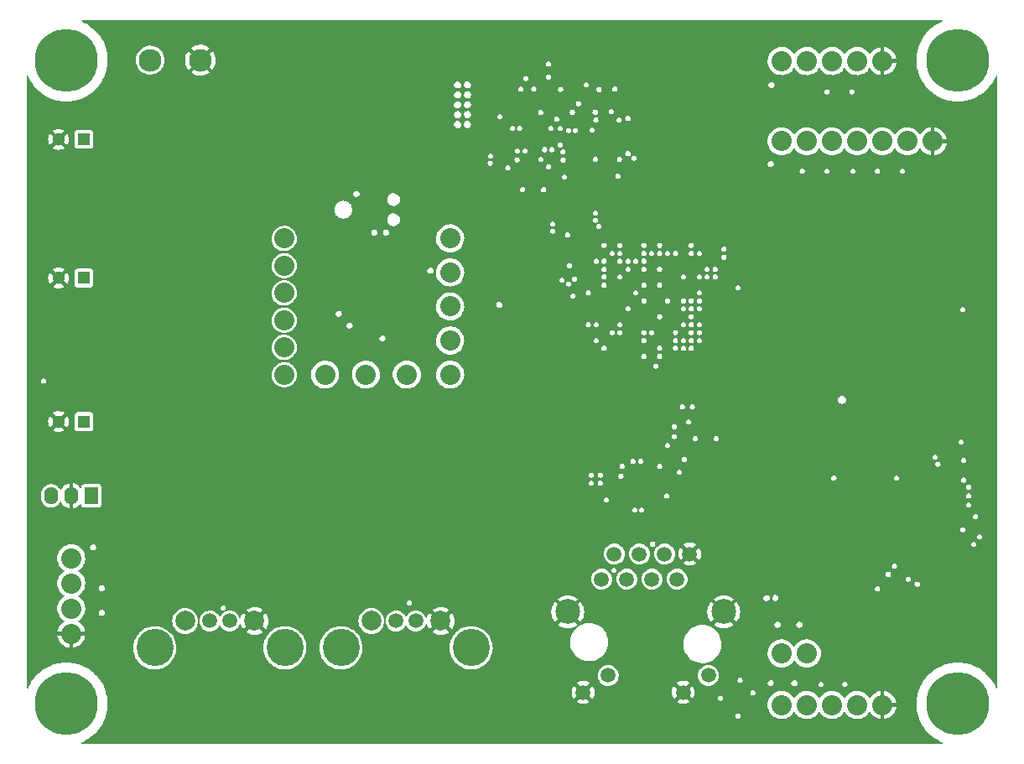
<source format=gbr>
G04 #@! TF.GenerationSoftware,KiCad,Pcbnew,(5.99.0-10577-g57d4347f00)*
G04 #@! TF.CreationDate,2021-05-20T13:19:23+03:00*
G04 #@! TF.ProjectId,imx6ull_tryout,696d7836-756c-46c5-9f74-72796f75742e,rev?*
G04 #@! TF.SameCoordinates,Original*
G04 #@! TF.FileFunction,Copper,L2,Inr*
G04 #@! TF.FilePolarity,Positive*
%FSLAX46Y46*%
G04 Gerber Fmt 4.6, Leading zero omitted, Abs format (unit mm)*
G04 Created by KiCad (PCBNEW (5.99.0-10577-g57d4347f00)) date 2021-05-20 13:19:23*
%MOMM*%
%LPD*%
G01*
G04 APERTURE LIST*
G04 #@! TA.AperFunction,ComponentPad*
%ADD10C,2.032000*%
G04 #@! TD*
G04 #@! TA.AperFunction,ComponentPad*
%ADD11O,2.032000X2.032000*%
G04 #@! TD*
G04 #@! TA.AperFunction,ComponentPad*
%ADD12R,1.300000X1.300000*%
G04 #@! TD*
G04 #@! TA.AperFunction,ComponentPad*
%ADD13C,1.300000*%
G04 #@! TD*
G04 #@! TA.AperFunction,ComponentPad*
%ADD14C,2.000000*%
G04 #@! TD*
G04 #@! TA.AperFunction,ComponentPad*
%ADD15C,1.500000*%
G04 #@! TD*
G04 #@! TA.AperFunction,ComponentPad*
%ADD16C,3.750000*%
G04 #@! TD*
G04 #@! TA.AperFunction,ComponentPad*
%ADD17R,1.397000X1.778000*%
G04 #@! TD*
G04 #@! TA.AperFunction,ComponentPad*
%ADD18O,1.397000X1.778000*%
G04 #@! TD*
G04 #@! TA.AperFunction,ComponentPad*
%ADD19C,2.500000*%
G04 #@! TD*
G04 #@! TA.AperFunction,ComponentPad*
%ADD20C,6.350000*%
G04 #@! TD*
G04 #@! TA.AperFunction,ComponentPad*
%ADD21C,2.300000*%
G04 #@! TD*
G04 #@! TA.AperFunction,ViaPad*
%ADD22C,0.600000*%
G04 #@! TD*
G04 #@! TA.AperFunction,ViaPad*
%ADD23C,0.460000*%
G04 #@! TD*
G04 #@! TA.AperFunction,ViaPad*
%ADD24C,0.800000*%
G04 #@! TD*
G04 APERTURE END LIST*
D10*
X104000000Y-94750000D03*
X120750000Y-95437500D03*
X104000000Y-105750000D03*
D11*
X154220000Y-82200000D03*
X156760000Y-82200000D03*
X159300000Y-82200000D03*
X161840000Y-82200000D03*
X164380000Y-82200000D03*
X166920000Y-82200000D03*
X169460000Y-82200000D03*
X82500000Y-124290000D03*
X82500000Y-126830000D03*
X82500000Y-129370000D03*
X82500000Y-131910000D03*
D12*
X83770000Y-82000000D03*
D13*
X81230000Y-82000000D03*
D10*
X116375000Y-105750000D03*
X104000000Y-103000000D03*
D12*
X83770000Y-96000000D03*
D13*
X81230000Y-96000000D03*
D10*
X104000000Y-92000000D03*
D12*
X83770000Y-110500000D03*
D13*
X81230000Y-110500000D03*
D14*
X94000000Y-130625000D03*
D15*
X96500000Y-130625000D03*
X98500000Y-130625000D03*
D14*
X101000000Y-130625000D03*
D16*
X104070000Y-133335000D03*
X90930000Y-133335000D03*
D10*
X104000000Y-100250000D03*
D14*
X112800000Y-130625000D03*
D15*
X115300000Y-130625000D03*
X117300000Y-130625000D03*
D14*
X119800000Y-130625000D03*
D16*
X109730000Y-133335000D03*
X122870000Y-133335000D03*
D11*
X154220000Y-133900000D03*
X156760000Y-133900000D03*
D10*
X112250000Y-105750000D03*
X120750000Y-105750000D03*
D11*
X154220000Y-139100000D03*
X156760000Y-139100000D03*
X159300000Y-139100000D03*
X161840000Y-139100000D03*
X164380000Y-139100000D03*
D10*
X120750000Y-98875000D03*
D11*
X154220000Y-74100000D03*
X156760000Y-74100000D03*
X159300000Y-74100000D03*
X161840000Y-74100000D03*
X164380000Y-74100000D03*
D10*
X104000000Y-97500000D03*
X120750000Y-92000000D03*
D17*
X84532000Y-118000000D03*
D18*
X82500000Y-118000000D03*
X80468000Y-118000000D03*
D15*
X136055000Y-126400000D03*
X137325000Y-123860000D03*
X138595000Y-126400000D03*
X139865000Y-123860000D03*
X141135000Y-126400000D03*
X142405000Y-123860000D03*
X143675000Y-126400000D03*
X144945000Y-123860000D03*
X134175000Y-137830000D03*
X136715000Y-136130000D03*
X144285000Y-137830000D03*
X146825000Y-136130000D03*
D19*
X132625000Y-129700000D03*
X148375000Y-129700000D03*
D20*
X82000000Y-139000000D03*
X172000000Y-74000000D03*
X82000000Y-74000000D03*
D10*
X120750000Y-102312500D03*
X108125000Y-105750000D03*
D21*
X90460000Y-74000000D03*
X95540000Y-74000000D03*
D20*
X172000000Y-139000000D03*
D22*
X119600000Y-96800000D03*
D23*
X79300000Y-87450000D03*
X145900000Y-103900000D03*
X143500000Y-95100000D03*
X174420000Y-90140000D03*
X141160000Y-116940000D03*
D24*
X89000000Y-93250000D03*
D23*
X147600000Y-91500000D03*
X137900000Y-103100000D03*
X148000000Y-119800000D03*
X135500000Y-103900000D03*
X170078791Y-105650000D03*
X147500000Y-104700000D03*
D24*
X89000000Y-107450000D03*
D23*
X169410000Y-124930000D03*
X166328791Y-108650000D03*
X126990000Y-76960000D03*
X164078791Y-106150000D03*
X160828791Y-106400000D03*
X159190000Y-102740000D03*
X138700000Y-95900000D03*
X170078791Y-106650000D03*
X136700000Y-76960000D03*
X166828791Y-108650000D03*
X140300000Y-97500000D03*
X132700000Y-109000000D03*
X126750000Y-83150000D03*
X159200000Y-97060000D03*
X137900000Y-99100000D03*
X170078791Y-106150000D03*
D22*
X155600000Y-76500000D03*
D23*
X143500000Y-99100000D03*
X136340000Y-84880000D03*
X139720000Y-116940000D03*
X135040000Y-85720000D03*
X143500000Y-97500000D03*
X169990000Y-128490000D03*
X137900000Y-98300000D03*
X172470000Y-101360000D03*
X138420000Y-85730000D03*
X143600000Y-109900000D03*
X137100000Y-92700000D03*
X130710000Y-79950000D03*
X133700000Y-110400000D03*
X79200000Y-101450000D03*
X137900000Y-95100000D03*
X138290000Y-76950000D03*
X142700000Y-92700000D03*
X145900000Y-99900000D03*
X172298791Y-111760000D03*
D22*
X84700000Y-125400000D03*
D23*
X131130000Y-88460000D03*
X135500000Y-92700000D03*
X143600000Y-90100000D03*
X127060000Y-85940000D03*
X140300000Y-95900000D03*
X135050000Y-78350000D03*
X136300000Y-99900000D03*
X125840000Y-78300000D03*
X133000000Y-119800000D03*
X145900000Y-92700000D03*
X141500000Y-113200000D03*
X140300000Y-99100000D03*
X134700000Y-102300000D03*
X137900000Y-97500000D03*
X144300000Y-97500000D03*
X83883500Y-106483500D03*
X140440000Y-116220000D03*
D24*
X88000000Y-94450000D03*
D23*
X138700000Y-99900000D03*
X136300000Y-103900000D03*
D22*
X113100000Y-87600000D03*
D24*
X83200000Y-100450000D03*
D23*
X128400000Y-74250000D03*
X133900000Y-104700000D03*
X128270000Y-79220000D03*
X131010000Y-76940000D03*
X132280000Y-84810000D03*
X140440000Y-117660000D03*
X161078791Y-105900000D03*
D24*
X83250000Y-86500000D03*
D23*
X146200000Y-117800000D03*
X138700000Y-93500000D03*
X141900000Y-100700000D03*
X135900000Y-104800000D03*
X141900000Y-94300000D03*
X128820000Y-87070000D03*
X140430000Y-116940000D03*
X144300000Y-99900000D03*
X135500000Y-96700000D03*
X135400000Y-112400000D03*
X127890000Y-100720000D03*
X135500000Y-95100000D03*
X141100000Y-94300000D03*
X142700000Y-100700000D03*
D22*
X154700000Y-136200000D03*
D23*
X137200000Y-119800000D03*
X139500000Y-96700000D03*
X142700000Y-102300000D03*
X133700000Y-102100000D03*
X139500000Y-100700000D03*
D24*
X88000000Y-108750000D03*
D23*
X173410000Y-105380000D03*
X138000000Y-119800000D03*
X132310000Y-79230000D03*
X125840000Y-78300000D03*
X136700000Y-75700000D03*
X133900000Y-108200000D03*
X136300000Y-102300000D03*
D22*
X154800000Y-85200000D03*
D23*
X141900000Y-95900000D03*
X140300000Y-100700000D03*
D22*
X124000000Y-102000000D03*
D23*
X130100000Y-76950000D03*
X133790000Y-91510000D03*
X137100000Y-99100000D03*
X141900000Y-97500000D03*
X137900000Y-96700000D03*
X131100000Y-85970000D03*
X138700000Y-100700000D03*
X141900000Y-98300000D03*
X145100000Y-96700000D03*
X133400000Y-76960000D03*
X136700000Y-74300000D03*
X136800000Y-106800000D03*
G04 #@! TA.AperFunction,Conductor*
G36*
X170437078Y-70020210D02*
G01*
X170457288Y-70069000D01*
X170437078Y-70117790D01*
X170417230Y-70131637D01*
X170063191Y-70295226D01*
X170061745Y-70296075D01*
X170061740Y-70296077D01*
X170014999Y-70323500D01*
X169710912Y-70501907D01*
X169380483Y-70741978D01*
X169075057Y-71013147D01*
X168797551Y-71312826D01*
X168550613Y-71638155D01*
X168549726Y-71639597D01*
X168337489Y-71984583D01*
X168337484Y-71984592D01*
X168336600Y-71986029D01*
X168335859Y-71987547D01*
X168335858Y-71987550D01*
X168247078Y-72169577D01*
X168157555Y-72353126D01*
X168156965Y-72354712D01*
X168156963Y-72354717D01*
X168112492Y-72474297D01*
X168015186Y-72735943D01*
X167910854Y-73130825D01*
X167910586Y-73132482D01*
X167910585Y-73132485D01*
X167851479Y-73497418D01*
X167845553Y-73534004D01*
X167834388Y-73711472D01*
X167823390Y-73886276D01*
X167819907Y-73941631D01*
X167824492Y-74072911D01*
X167832902Y-74313724D01*
X167834162Y-74349815D01*
X167834384Y-74351475D01*
X167834384Y-74351481D01*
X167873082Y-74641515D01*
X167888179Y-74754660D01*
X167981445Y-75152302D01*
X167981986Y-75153891D01*
X168106942Y-75520946D01*
X168113069Y-75538945D01*
X168113761Y-75540471D01*
X168113762Y-75540473D01*
X168116519Y-75546550D01*
X168281795Y-75910898D01*
X168282638Y-75912358D01*
X168282640Y-75912362D01*
X168480295Y-76254710D01*
X168486011Y-76264611D01*
X168586565Y-76405063D01*
X168699342Y-76562587D01*
X168723770Y-76596708D01*
X168855004Y-76746616D01*
X168956379Y-76862415D01*
X168992800Y-76904019D01*
X169290535Y-77183611D01*
X169614132Y-77432814D01*
X169615557Y-77433704D01*
X169615565Y-77433710D01*
X169721652Y-77500000D01*
X169960503Y-77649251D01*
X169962016Y-77650002D01*
X170324827Y-77830103D01*
X170324836Y-77830107D01*
X170326341Y-77830854D01*
X170327919Y-77831453D01*
X170327918Y-77831453D01*
X170706579Y-77975294D01*
X170706584Y-77975296D01*
X170708154Y-77975892D01*
X170709781Y-77976334D01*
X170709784Y-77976335D01*
X171100679Y-78082538D01*
X171100682Y-78082539D01*
X171102299Y-78082978D01*
X171303384Y-78116989D01*
X171503350Y-78150811D01*
X171503352Y-78150811D01*
X171505012Y-78151092D01*
X171506689Y-78151209D01*
X171506695Y-78151210D01*
X171708731Y-78165337D01*
X171912450Y-78179583D01*
X171914135Y-78179536D01*
X171914139Y-78179536D01*
X172089063Y-78174650D01*
X172320724Y-78168179D01*
X172725936Y-78116989D01*
X172943377Y-78067588D01*
X173122565Y-78026877D01*
X173122569Y-78026876D01*
X173124219Y-78026501D01*
X173196346Y-78002508D01*
X173510171Y-77898113D01*
X173510179Y-77898110D01*
X173511772Y-77897580D01*
X173513300Y-77896900D01*
X173513307Y-77896897D01*
X173720163Y-77804798D01*
X173884894Y-77731455D01*
X174240024Y-77529713D01*
X174274007Y-77505741D01*
X174572398Y-77295249D01*
X174572399Y-77295249D01*
X174573773Y-77294279D01*
X174851053Y-77054937D01*
X174881689Y-77028493D01*
X174881691Y-77028491D01*
X174882955Y-77027400D01*
X175164618Y-76731625D01*
X175416074Y-76409775D01*
X175419065Y-76405063D01*
X175552105Y-76195425D01*
X175634924Y-76064924D01*
X175819077Y-75700363D01*
X175856992Y-75602613D01*
X175866670Y-75577661D01*
X175903155Y-75539481D01*
X175955952Y-75538283D01*
X175994132Y-75574768D01*
X176000000Y-75602613D01*
X176000000Y-137386409D01*
X175979790Y-137435199D01*
X175931000Y-137455409D01*
X175882210Y-137435199D01*
X175866319Y-137410063D01*
X175866273Y-137410082D01*
X175866163Y-137409816D01*
X175865999Y-137409556D01*
X175865636Y-137408536D01*
X175865629Y-137408520D01*
X175865065Y-137406935D01*
X175768972Y-137202728D01*
X175691880Y-137038899D01*
X175691877Y-137038893D01*
X175691162Y-137037374D01*
X175684129Y-137025575D01*
X175482889Y-136687993D01*
X175482027Y-136686547D01*
X175239655Y-136357802D01*
X175200377Y-136314179D01*
X174967488Y-136055529D01*
X174967481Y-136055522D01*
X174966360Y-136054277D01*
X174821226Y-135921751D01*
X174666002Y-135780011D01*
X174665998Y-135780008D01*
X174664751Y-135778869D01*
X174663396Y-135777855D01*
X174339066Y-135535225D01*
X174339060Y-135535221D01*
X174337706Y-135534208D01*
X173988347Y-135322629D01*
X173984835Y-135320946D01*
X173786272Y-135225811D01*
X173620009Y-135146151D01*
X173236208Y-135006459D01*
X173234572Y-135006039D01*
X173234569Y-135006038D01*
X172842242Y-134905306D01*
X172842241Y-134905306D01*
X172840606Y-134904886D01*
X172838946Y-134904629D01*
X172838941Y-134904628D01*
X172625154Y-134871532D01*
X172436981Y-134842401D01*
X172435291Y-134842307D01*
X172435286Y-134842306D01*
X172030871Y-134819696D01*
X172030866Y-134819696D01*
X172029185Y-134819602D01*
X171682624Y-134834127D01*
X171622803Y-134836634D01*
X171622802Y-134836634D01*
X171621110Y-134836705D01*
X171216652Y-134893548D01*
X171041472Y-134935929D01*
X170821320Y-134989189D01*
X170821314Y-134989191D01*
X170819672Y-134989588D01*
X170818083Y-134990141D01*
X170818074Y-134990144D01*
X170505305Y-135099062D01*
X170433957Y-135123908D01*
X170063191Y-135295226D01*
X170061745Y-135296075D01*
X170061740Y-135296077D01*
X169880846Y-135402207D01*
X169710912Y-135501907D01*
X169380483Y-135741978D01*
X169379217Y-135743102D01*
X169194239Y-135907333D01*
X169075057Y-136013147D01*
X168797551Y-136312826D01*
X168550613Y-136638155D01*
X168549726Y-136639597D01*
X168337489Y-136984583D01*
X168337484Y-136984592D01*
X168336600Y-136986029D01*
X168335859Y-136987547D01*
X168335858Y-136987550D01*
X168283482Y-137094937D01*
X168157555Y-137353126D01*
X168156965Y-137354712D01*
X168156963Y-137354717D01*
X168089004Y-137537452D01*
X168015186Y-137735943D01*
X167910854Y-138130825D01*
X167910586Y-138132482D01*
X167910585Y-138132485D01*
X167853230Y-138486608D01*
X167845553Y-138534004D01*
X167840914Y-138607737D01*
X167820814Y-138927222D01*
X167819907Y-138941631D01*
X167821984Y-139001098D01*
X167832902Y-139313724D01*
X167834162Y-139349815D01*
X167834384Y-139351475D01*
X167834384Y-139351481D01*
X167876696Y-139668597D01*
X167888179Y-139754660D01*
X167981445Y-140152302D01*
X167981986Y-140153891D01*
X168106942Y-140520946D01*
X168113069Y-140538945D01*
X168281795Y-140910898D01*
X168282638Y-140912358D01*
X168282640Y-140912362D01*
X168370722Y-141064924D01*
X168486011Y-141264611D01*
X168723770Y-141596708D01*
X168992800Y-141904019D01*
X169290535Y-142183611D01*
X169614132Y-142432814D01*
X169615557Y-142433704D01*
X169615565Y-142433710D01*
X169767647Y-142528741D01*
X169960503Y-142649251D01*
X169962016Y-142650002D01*
X170324827Y-142830103D01*
X170324836Y-142830107D01*
X170326341Y-142830854D01*
X170327919Y-142831453D01*
X170327918Y-142831453D01*
X170420171Y-142866497D01*
X170458604Y-142902716D01*
X170460171Y-142955503D01*
X170423952Y-142993936D01*
X170395668Y-143000000D01*
X83606353Y-143000000D01*
X83557563Y-142979790D01*
X83537353Y-142931000D01*
X83557563Y-142882210D01*
X83578288Y-142867965D01*
X83660295Y-142831453D01*
X83884894Y-142731455D01*
X84240024Y-142529713D01*
X84573773Y-142294279D01*
X84882955Y-142027400D01*
X85164618Y-141731625D01*
X85416074Y-141409775D01*
X85634924Y-141064924D01*
X85819077Y-140700363D01*
X85966776Y-140319571D01*
X85997369Y-140210000D01*
X149564500Y-140210000D01*
X149584710Y-140311602D01*
X149642263Y-140397737D01*
X149728398Y-140455290D01*
X149735062Y-140456616D01*
X149735063Y-140456616D01*
X149823334Y-140474174D01*
X149830000Y-140475500D01*
X149836666Y-140474174D01*
X149924937Y-140456616D01*
X149924938Y-140456616D01*
X149931602Y-140455290D01*
X150017737Y-140397737D01*
X150075290Y-140311602D01*
X150095500Y-140210000D01*
X150075290Y-140108398D01*
X150017737Y-140022263D01*
X150004732Y-140013573D01*
X149993475Y-140006052D01*
X149931602Y-139964710D01*
X149924938Y-139963384D01*
X149924937Y-139963384D01*
X149836666Y-139945826D01*
X149830000Y-139944500D01*
X149823334Y-139945826D01*
X149735063Y-139963384D01*
X149735062Y-139963384D01*
X149728398Y-139964710D01*
X149666525Y-140006052D01*
X149655269Y-140013573D01*
X149642263Y-140022263D01*
X149584710Y-140108398D01*
X149564500Y-140210000D01*
X85997369Y-140210000D01*
X86076612Y-139926183D01*
X86083957Y-139884531D01*
X86147244Y-139525614D01*
X86147245Y-139525607D01*
X86147536Y-139523956D01*
X86171956Y-139206582D01*
X152802501Y-139206582D01*
X152840725Y-139443892D01*
X152918386Y-139671369D01*
X152919782Y-139673935D01*
X152919783Y-139673937D01*
X153031865Y-139879936D01*
X153033264Y-139882508D01*
X153035072Y-139884801D01*
X153035075Y-139884806D01*
X153178571Y-140066830D01*
X153182074Y-140071274D01*
X153184239Y-140073227D01*
X153184242Y-140073230D01*
X153271907Y-140152302D01*
X153360562Y-140232267D01*
X153452817Y-140290701D01*
X153561151Y-140359320D01*
X153561154Y-140359322D01*
X153563624Y-140360886D01*
X153566326Y-140362014D01*
X153566327Y-140362014D01*
X153782757Y-140452327D01*
X153782761Y-140452328D01*
X153785454Y-140453452D01*
X154019709Y-140507319D01*
X154022628Y-140507485D01*
X154022630Y-140507485D01*
X154094538Y-140511568D01*
X154259691Y-140520946D01*
X154262591Y-140520618D01*
X154262596Y-140520618D01*
X154403890Y-140504644D01*
X154498537Y-140493944D01*
X154501350Y-140493129D01*
X154501352Y-140493129D01*
X154632020Y-140455290D01*
X154729420Y-140427085D01*
X154864643Y-140361570D01*
X154943110Y-140323553D01*
X154943112Y-140323552D01*
X154945737Y-140322280D01*
X154951801Y-140317947D01*
X155071698Y-140232267D01*
X155141302Y-140182527D01*
X155310525Y-140011821D01*
X155357752Y-139944500D01*
X155434212Y-139835506D01*
X155478777Y-139807170D01*
X155530325Y-139818645D01*
X155551309Y-139842156D01*
X155571864Y-139879936D01*
X155571868Y-139879941D01*
X155573264Y-139882508D01*
X155575072Y-139884801D01*
X155575075Y-139884806D01*
X155718571Y-140066830D01*
X155722074Y-140071274D01*
X155724239Y-140073227D01*
X155724242Y-140073230D01*
X155811907Y-140152302D01*
X155900562Y-140232267D01*
X155992817Y-140290701D01*
X156101151Y-140359320D01*
X156101154Y-140359322D01*
X156103624Y-140360886D01*
X156106326Y-140362014D01*
X156106327Y-140362014D01*
X156322757Y-140452327D01*
X156322761Y-140452328D01*
X156325454Y-140453452D01*
X156559709Y-140507319D01*
X156562628Y-140507485D01*
X156562630Y-140507485D01*
X156634538Y-140511568D01*
X156799691Y-140520946D01*
X156802591Y-140520618D01*
X156802596Y-140520618D01*
X156943890Y-140504644D01*
X157038537Y-140493944D01*
X157041350Y-140493129D01*
X157041352Y-140493129D01*
X157172020Y-140455290D01*
X157269420Y-140427085D01*
X157404643Y-140361570D01*
X157483110Y-140323553D01*
X157483112Y-140323552D01*
X157485737Y-140322280D01*
X157491801Y-140317947D01*
X157611698Y-140232267D01*
X157681302Y-140182527D01*
X157850525Y-140011821D01*
X157897752Y-139944500D01*
X157974212Y-139835506D01*
X158018777Y-139807170D01*
X158070325Y-139818645D01*
X158091309Y-139842156D01*
X158111864Y-139879936D01*
X158111868Y-139879941D01*
X158113264Y-139882508D01*
X158115072Y-139884801D01*
X158115075Y-139884806D01*
X158258571Y-140066830D01*
X158262074Y-140071274D01*
X158264239Y-140073227D01*
X158264242Y-140073230D01*
X158351907Y-140152302D01*
X158440562Y-140232267D01*
X158532817Y-140290701D01*
X158641151Y-140359320D01*
X158641154Y-140359322D01*
X158643624Y-140360886D01*
X158646326Y-140362014D01*
X158646327Y-140362014D01*
X158862757Y-140452327D01*
X158862761Y-140452328D01*
X158865454Y-140453452D01*
X159099709Y-140507319D01*
X159102628Y-140507485D01*
X159102630Y-140507485D01*
X159174538Y-140511568D01*
X159339691Y-140520946D01*
X159342591Y-140520618D01*
X159342596Y-140520618D01*
X159483890Y-140504644D01*
X159578537Y-140493944D01*
X159581350Y-140493129D01*
X159581352Y-140493129D01*
X159712020Y-140455290D01*
X159809420Y-140427085D01*
X159944643Y-140361570D01*
X160023110Y-140323553D01*
X160023112Y-140323552D01*
X160025737Y-140322280D01*
X160031801Y-140317947D01*
X160151698Y-140232267D01*
X160221302Y-140182527D01*
X160390525Y-140011821D01*
X160437752Y-139944500D01*
X160514212Y-139835506D01*
X160558777Y-139807170D01*
X160610325Y-139818645D01*
X160631309Y-139842156D01*
X160651864Y-139879936D01*
X160651868Y-139879941D01*
X160653264Y-139882508D01*
X160655072Y-139884801D01*
X160655075Y-139884806D01*
X160798571Y-140066830D01*
X160802074Y-140071274D01*
X160804239Y-140073227D01*
X160804242Y-140073230D01*
X160891907Y-140152302D01*
X160980562Y-140232267D01*
X161072817Y-140290701D01*
X161181151Y-140359320D01*
X161181154Y-140359322D01*
X161183624Y-140360886D01*
X161186326Y-140362014D01*
X161186327Y-140362014D01*
X161402757Y-140452327D01*
X161402761Y-140452328D01*
X161405454Y-140453452D01*
X161639709Y-140507319D01*
X161642628Y-140507485D01*
X161642630Y-140507485D01*
X161714538Y-140511568D01*
X161879691Y-140520946D01*
X161882591Y-140520618D01*
X161882596Y-140520618D01*
X162023890Y-140504644D01*
X162118537Y-140493944D01*
X162121350Y-140493129D01*
X162121352Y-140493129D01*
X162252020Y-140455290D01*
X162349420Y-140427085D01*
X162484643Y-140361570D01*
X162563110Y-140323553D01*
X162563112Y-140323552D01*
X162565737Y-140322280D01*
X162571801Y-140317947D01*
X162691698Y-140232267D01*
X162761302Y-140182527D01*
X162930525Y-140011821D01*
X162963574Y-139964710D01*
X163054531Y-139835052D01*
X163099096Y-139806716D01*
X163150644Y-139818191D01*
X163171628Y-139841701D01*
X163192284Y-139879666D01*
X163195492Y-139884531D01*
X163340629Y-140068636D01*
X163344607Y-140072888D01*
X163518700Y-140229916D01*
X163523330Y-140233430D01*
X163721382Y-140358876D01*
X163726558Y-140361570D01*
X163942911Y-140451851D01*
X163948453Y-140453630D01*
X164170297Y-140504644D01*
X164175095Y-140502979D01*
X164180000Y-140492057D01*
X164180000Y-139313724D01*
X164580000Y-139313724D01*
X164580000Y-140488597D01*
X164584020Y-140498301D01*
X164590782Y-140501102D01*
X164655526Y-140493782D01*
X164661254Y-140492638D01*
X164886432Y-140427431D01*
X164891870Y-140425344D01*
X165102851Y-140323124D01*
X165107861Y-140320149D01*
X165298599Y-140183846D01*
X165303035Y-140180071D01*
X165468087Y-140013573D01*
X165471819Y-140009110D01*
X165606457Y-139817182D01*
X165609384Y-139812152D01*
X165709759Y-139600287D01*
X165711800Y-139594829D01*
X165775041Y-139369085D01*
X165776133Y-139363359D01*
X165781314Y-139313653D01*
X165778321Y-139303581D01*
X165771712Y-139300000D01*
X164593724Y-139300000D01*
X164584020Y-139304020D01*
X164580000Y-139313724D01*
X164180000Y-139313724D01*
X164180000Y-137708944D01*
X164179900Y-137708703D01*
X164580000Y-137708703D01*
X164580000Y-138886276D01*
X164584020Y-138895980D01*
X164593724Y-138900000D01*
X165770306Y-138900000D01*
X165780010Y-138895980D01*
X165783063Y-138888609D01*
X165780931Y-138863482D01*
X165779952Y-138857755D01*
X165721052Y-138630824D01*
X165719121Y-138625340D01*
X165622830Y-138411582D01*
X165619995Y-138406488D01*
X165489074Y-138212024D01*
X165485419Y-138207478D01*
X165323604Y-138037853D01*
X165319235Y-138033987D01*
X165131144Y-137894043D01*
X165126208Y-137890982D01*
X164917216Y-137784725D01*
X164911824Y-137782536D01*
X164687937Y-137713018D01*
X164682239Y-137711765D01*
X164593605Y-137700017D01*
X164583457Y-137702727D01*
X164580000Y-137708703D01*
X164179900Y-137708703D01*
X164175980Y-137699240D01*
X164170890Y-137697131D01*
X163974519Y-137738334D01*
X163968945Y-137740007D01*
X163750892Y-137826120D01*
X163745671Y-137828712D01*
X163545246Y-137950333D01*
X163540549Y-137953758D01*
X163363481Y-138107409D01*
X163359415Y-138111591D01*
X163210767Y-138292881D01*
X163207475Y-138297671D01*
X163170834Y-138362039D01*
X163129134Y-138394443D01*
X163076734Y-138387869D01*
X163053632Y-138366438D01*
X162949464Y-138211711D01*
X162949462Y-138211708D01*
X162947829Y-138209283D01*
X162781914Y-138035359D01*
X162589068Y-137891878D01*
X162374803Y-137782940D01*
X162277573Y-137752749D01*
X162148039Y-137712527D01*
X162148036Y-137712526D01*
X162145246Y-137711660D01*
X161906962Y-137680078D01*
X161886062Y-137680863D01*
X161669682Y-137688986D01*
X161669677Y-137688987D01*
X161666763Y-137689096D01*
X161584902Y-137706272D01*
X161434375Y-137737855D01*
X161434371Y-137737856D01*
X161431517Y-137738455D01*
X161296685Y-137791703D01*
X161210670Y-137825672D01*
X161210668Y-137825673D01*
X161207951Y-137826746D01*
X161205451Y-137828263D01*
X161205449Y-137828264D01*
X161199243Y-137832030D01*
X161002457Y-137951442D01*
X160820912Y-138108980D01*
X160668505Y-138294854D01*
X160667062Y-138297389D01*
X160630523Y-138361577D01*
X160588823Y-138393981D01*
X160536423Y-138387407D01*
X160513321Y-138365976D01*
X160409464Y-138211711D01*
X160409462Y-138211708D01*
X160407829Y-138209283D01*
X160241914Y-138035359D01*
X160049068Y-137891878D01*
X159834803Y-137782940D01*
X159737573Y-137752749D01*
X159608039Y-137712527D01*
X159608036Y-137712526D01*
X159605246Y-137711660D01*
X159366962Y-137680078D01*
X159346062Y-137680863D01*
X159129682Y-137688986D01*
X159129677Y-137688987D01*
X159126763Y-137689096D01*
X159044902Y-137706272D01*
X158894375Y-137737855D01*
X158894371Y-137737856D01*
X158891517Y-137738455D01*
X158756685Y-137791703D01*
X158670670Y-137825672D01*
X158670668Y-137825673D01*
X158667951Y-137826746D01*
X158665451Y-137828263D01*
X158665449Y-137828264D01*
X158659243Y-137832030D01*
X158462457Y-137951442D01*
X158280912Y-138108980D01*
X158128505Y-138294854D01*
X158127062Y-138297389D01*
X158090523Y-138361577D01*
X158048823Y-138393981D01*
X157996423Y-138387407D01*
X157973321Y-138365976D01*
X157869464Y-138211711D01*
X157869462Y-138211708D01*
X157867829Y-138209283D01*
X157701914Y-138035359D01*
X157509068Y-137891878D01*
X157294803Y-137782940D01*
X157197573Y-137752749D01*
X157068039Y-137712527D01*
X157068036Y-137712526D01*
X157065246Y-137711660D01*
X156826962Y-137680078D01*
X156806062Y-137680863D01*
X156589682Y-137688986D01*
X156589677Y-137688987D01*
X156586763Y-137689096D01*
X156504902Y-137706272D01*
X156354375Y-137737855D01*
X156354371Y-137737856D01*
X156351517Y-137738455D01*
X156216685Y-137791703D01*
X156130670Y-137825672D01*
X156130668Y-137825673D01*
X156127951Y-137826746D01*
X156125451Y-137828263D01*
X156125449Y-137828264D01*
X156119243Y-137832030D01*
X155922457Y-137951442D01*
X155740912Y-138108980D01*
X155588505Y-138294854D01*
X155587062Y-138297389D01*
X155550523Y-138361577D01*
X155508823Y-138393981D01*
X155456423Y-138387407D01*
X155433321Y-138365976D01*
X155329464Y-138211711D01*
X155329462Y-138211708D01*
X155327829Y-138209283D01*
X155161914Y-138035359D01*
X154969068Y-137891878D01*
X154754803Y-137782940D01*
X154657573Y-137752749D01*
X154528039Y-137712527D01*
X154528036Y-137712526D01*
X154525246Y-137711660D01*
X154286962Y-137680078D01*
X154266062Y-137680863D01*
X154049682Y-137688986D01*
X154049677Y-137688987D01*
X154046763Y-137689096D01*
X153964902Y-137706272D01*
X153814375Y-137737855D01*
X153814371Y-137737856D01*
X153811517Y-137738455D01*
X153676685Y-137791703D01*
X153590670Y-137825672D01*
X153590668Y-137825673D01*
X153587951Y-137826746D01*
X153585451Y-137828263D01*
X153585449Y-137828264D01*
X153579243Y-137832030D01*
X153382457Y-137951442D01*
X153200912Y-138108980D01*
X153048505Y-138294854D01*
X153047062Y-138297389D01*
X152940909Y-138483872D01*
X152929594Y-138503749D01*
X152847581Y-138729693D01*
X152804809Y-138966225D01*
X152802501Y-139206582D01*
X86171956Y-139206582D01*
X86178870Y-139116726D01*
X86180500Y-139000000D01*
X86178708Y-138963349D01*
X86175609Y-138900000D01*
X86169374Y-138772506D01*
X133521021Y-138772506D01*
X133523197Y-138777758D01*
X133621246Y-138843273D01*
X133626791Y-138846284D01*
X133815181Y-138927222D01*
X133821168Y-138929168D01*
X134021159Y-138974421D01*
X134027402Y-138975243D01*
X134232293Y-138983293D01*
X134238573Y-138982964D01*
X134441500Y-138953541D01*
X134447624Y-138952070D01*
X134641783Y-138886163D01*
X134647543Y-138883598D01*
X134826440Y-138783411D01*
X134827322Y-138782805D01*
X134831632Y-138774614D01*
X134830978Y-138772506D01*
X143631021Y-138772506D01*
X143633197Y-138777758D01*
X143731246Y-138843273D01*
X143736791Y-138846284D01*
X143925181Y-138927222D01*
X143931168Y-138929168D01*
X144131159Y-138974421D01*
X144137402Y-138975243D01*
X144342293Y-138983293D01*
X144348573Y-138982964D01*
X144551500Y-138953541D01*
X144557624Y-138952070D01*
X144751783Y-138886163D01*
X144757543Y-138883598D01*
X144936440Y-138783411D01*
X144937322Y-138782805D01*
X144941632Y-138774614D01*
X144939318Y-138767160D01*
X144294705Y-138122548D01*
X144285000Y-138118528D01*
X144275295Y-138122548D01*
X143635041Y-138762801D01*
X143631021Y-138772506D01*
X134830978Y-138772506D01*
X134829318Y-138767160D01*
X134184705Y-138122548D01*
X134175000Y-138118528D01*
X134165295Y-138122548D01*
X133525041Y-138762801D01*
X133521021Y-138772506D01*
X86169374Y-138772506D01*
X86160548Y-138592055D01*
X86107419Y-138232263D01*
X86101130Y-138189674D01*
X86101129Y-138189669D01*
X86100883Y-138188003D01*
X86004870Y-137802919D01*
X133020603Y-137802919D01*
X133034013Y-138007522D01*
X133034999Y-138013750D01*
X133085472Y-138212488D01*
X133087570Y-138218413D01*
X133173416Y-138404625D01*
X133176567Y-138410084D01*
X133224758Y-138478273D01*
X133233640Y-138483877D01*
X133239638Y-138482520D01*
X133882452Y-137839705D01*
X133886472Y-137830000D01*
X134463528Y-137830000D01*
X134467548Y-137839705D01*
X135110430Y-138482588D01*
X135120135Y-138486608D01*
X135126740Y-138483872D01*
X135128411Y-138481440D01*
X135228598Y-138302543D01*
X135231163Y-138296783D01*
X135297070Y-138102624D01*
X135298541Y-138096500D01*
X135328126Y-137892453D01*
X135328470Y-137888406D01*
X135329947Y-137832030D01*
X135329815Y-137827985D01*
X135327512Y-137802919D01*
X143130603Y-137802919D01*
X143144013Y-138007522D01*
X143144999Y-138013750D01*
X143195472Y-138212488D01*
X143197570Y-138218413D01*
X143283416Y-138404625D01*
X143286567Y-138410084D01*
X143334758Y-138478273D01*
X143343640Y-138483877D01*
X143349638Y-138482520D01*
X143992452Y-137839705D01*
X143996472Y-137830000D01*
X144573528Y-137830000D01*
X144577548Y-137839705D01*
X145220430Y-138482588D01*
X145230135Y-138486608D01*
X145236740Y-138483872D01*
X145238411Y-138481440D01*
X145272819Y-138420000D01*
X147794500Y-138420000D01*
X147795826Y-138426666D01*
X147806950Y-138482588D01*
X147814710Y-138521602D01*
X147822997Y-138534004D01*
X147860668Y-138590383D01*
X147872263Y-138607737D01*
X147958398Y-138665290D01*
X147965062Y-138666616D01*
X147965063Y-138666616D01*
X148053334Y-138684174D01*
X148060000Y-138685500D01*
X148066666Y-138684174D01*
X148154937Y-138666616D01*
X148154938Y-138666616D01*
X148161602Y-138665290D01*
X148247737Y-138607737D01*
X148259333Y-138590383D01*
X148297003Y-138534004D01*
X148305290Y-138521602D01*
X148313051Y-138482588D01*
X148324174Y-138426666D01*
X148325500Y-138420000D01*
X148305290Y-138318398D01*
X148247737Y-138232263D01*
X148161602Y-138174710D01*
X148154938Y-138173384D01*
X148154937Y-138173384D01*
X148066666Y-138155826D01*
X148060000Y-138154500D01*
X148053334Y-138155826D01*
X147965063Y-138173384D01*
X147965062Y-138173384D01*
X147958398Y-138174710D01*
X147872263Y-138232263D01*
X147814710Y-138318398D01*
X147794500Y-138420000D01*
X145272819Y-138420000D01*
X145338598Y-138302543D01*
X145341163Y-138296783D01*
X145407070Y-138102624D01*
X145408541Y-138096500D01*
X145438126Y-137892453D01*
X145438470Y-137888406D01*
X145439214Y-137860000D01*
X151044500Y-137860000D01*
X151045826Y-137866666D01*
X151063150Y-137953758D01*
X151064710Y-137961602D01*
X151099554Y-138013750D01*
X151115406Y-138037474D01*
X151122263Y-138047737D01*
X151208398Y-138105290D01*
X151215062Y-138106616D01*
X151215063Y-138106616D01*
X151303334Y-138124174D01*
X151310000Y-138125500D01*
X151316666Y-138124174D01*
X151404937Y-138106616D01*
X151404938Y-138106616D01*
X151411602Y-138105290D01*
X151497737Y-138047737D01*
X151504595Y-138037474D01*
X151520446Y-138013750D01*
X151555290Y-137961602D01*
X151556851Y-137953758D01*
X151574174Y-137866666D01*
X151575500Y-137860000D01*
X151561915Y-137791703D01*
X151556616Y-137765063D01*
X151556616Y-137765062D01*
X151555290Y-137758398D01*
X151497737Y-137672263D01*
X151411602Y-137614710D01*
X151404938Y-137613384D01*
X151404937Y-137613384D01*
X151316666Y-137595826D01*
X151310000Y-137594500D01*
X151303334Y-137595826D01*
X151215063Y-137613384D01*
X151215062Y-137613384D01*
X151208398Y-137614710D01*
X151122263Y-137672263D01*
X151064710Y-137758398D01*
X151063384Y-137765062D01*
X151063384Y-137765063D01*
X151058085Y-137791703D01*
X151044500Y-137860000D01*
X145439214Y-137860000D01*
X145439947Y-137832030D01*
X145439815Y-137827985D01*
X145420949Y-137622670D01*
X145419798Y-137616466D01*
X145364146Y-137419138D01*
X145361883Y-137413241D01*
X145271197Y-137229349D01*
X145267908Y-137223981D01*
X145235914Y-137181137D01*
X145226887Y-137175766D01*
X145220438Y-137177404D01*
X144577548Y-137820295D01*
X144573528Y-137830000D01*
X143996472Y-137830000D01*
X143992452Y-137820295D01*
X143351063Y-137178905D01*
X143341358Y-137174885D01*
X143334703Y-137177642D01*
X143318295Y-137198456D01*
X143314861Y-137203745D01*
X143219393Y-137385200D01*
X143216980Y-137391025D01*
X143156178Y-137586841D01*
X143154869Y-137592999D01*
X143130767Y-137796631D01*
X143130603Y-137802919D01*
X135327512Y-137802919D01*
X135310949Y-137622670D01*
X135309798Y-137616466D01*
X135254146Y-137419138D01*
X135251883Y-137413241D01*
X135161197Y-137229349D01*
X135157908Y-137223981D01*
X135125914Y-137181137D01*
X135116887Y-137175766D01*
X135110438Y-137177404D01*
X134467548Y-137820295D01*
X134463528Y-137830000D01*
X133886472Y-137830000D01*
X133882452Y-137820295D01*
X133241063Y-137178905D01*
X133231358Y-137174885D01*
X133224703Y-137177642D01*
X133208295Y-137198456D01*
X133204861Y-137203745D01*
X133109393Y-137385200D01*
X133106980Y-137391025D01*
X133046178Y-137586841D01*
X133044869Y-137592999D01*
X133020767Y-137796631D01*
X133020603Y-137802919D01*
X86004870Y-137802919D01*
X86002074Y-137791703D01*
X86001506Y-137790107D01*
X85865631Y-137408523D01*
X85865627Y-137408513D01*
X85865065Y-137406935D01*
X85768972Y-137202728D01*
X85691880Y-137038899D01*
X85691877Y-137038893D01*
X85691162Y-137037374D01*
X85684129Y-137025575D01*
X85601399Y-136886794D01*
X133518747Y-136886794D01*
X133519444Y-136891602D01*
X134165295Y-137537452D01*
X134175000Y-137541472D01*
X134184705Y-137537452D01*
X134825716Y-136896442D01*
X134829736Y-136886737D01*
X134827724Y-136881881D01*
X134702037Y-136802577D01*
X134696417Y-136799713D01*
X134505978Y-136723736D01*
X134499932Y-136721945D01*
X134298835Y-136681945D01*
X134292565Y-136681286D01*
X134087543Y-136678601D01*
X134081261Y-136679096D01*
X133879185Y-136713820D01*
X133873094Y-136715452D01*
X133680734Y-136786417D01*
X133675036Y-136789135D01*
X133525032Y-136878377D01*
X133518747Y-136886794D01*
X85601399Y-136886794D01*
X85482889Y-136687993D01*
X85482027Y-136686547D01*
X85239655Y-136357802D01*
X85200377Y-136314179D01*
X85021273Y-136115263D01*
X135659603Y-136115263D01*
X135659885Y-136118622D01*
X135659885Y-136118623D01*
X135671787Y-136260361D01*
X135676840Y-136320538D01*
X135677769Y-136323777D01*
X135677769Y-136323778D01*
X135699027Y-136397911D01*
X135733621Y-136518555D01*
X135735162Y-136521553D01*
X135823529Y-136693497D01*
X135827782Y-136701773D01*
X135883056Y-136771511D01*
X135953644Y-136860572D01*
X135953647Y-136860575D01*
X135955737Y-136863212D01*
X136112612Y-136996723D01*
X136115556Y-136998369D01*
X136115557Y-136998369D01*
X136164237Y-137025575D01*
X136292432Y-137097221D01*
X136488347Y-137160878D01*
X136552753Y-137168558D01*
X136689547Y-137184870D01*
X136689549Y-137184870D01*
X136692895Y-137185269D01*
X136898286Y-137169465D01*
X137013082Y-137137413D01*
X137093444Y-137114976D01*
X137093447Y-137114975D01*
X137096695Y-137114068D01*
X137099705Y-137112548D01*
X137099709Y-137112546D01*
X137277552Y-137022710D01*
X137280565Y-137021188D01*
X137422290Y-136910460D01*
X137440235Y-136896440D01*
X137440237Y-136896438D01*
X137442893Y-136894363D01*
X137445277Y-136891602D01*
X137449427Y-136886794D01*
X143628747Y-136886794D01*
X143629444Y-136891602D01*
X144275295Y-137537452D01*
X144285000Y-137541472D01*
X144294705Y-137537452D01*
X144935716Y-136896442D01*
X144939736Y-136886737D01*
X144937724Y-136881881D01*
X144812037Y-136802577D01*
X144806417Y-136799713D01*
X144615978Y-136723736D01*
X144609932Y-136721945D01*
X144408835Y-136681945D01*
X144402565Y-136681286D01*
X144197543Y-136678601D01*
X144191261Y-136679096D01*
X143989185Y-136713820D01*
X143983094Y-136715452D01*
X143790734Y-136786417D01*
X143785036Y-136789135D01*
X143635032Y-136878377D01*
X143628747Y-136886794D01*
X137449427Y-136886794D01*
X137575294Y-136740975D01*
X137577496Y-136738424D01*
X137579726Y-136734500D01*
X137677579Y-136562247D01*
X137679247Y-136559311D01*
X137744270Y-136363844D01*
X137770088Y-136159471D01*
X137770500Y-136130000D01*
X137770312Y-136128079D01*
X137769055Y-136115263D01*
X145769603Y-136115263D01*
X145769885Y-136118622D01*
X145769885Y-136118623D01*
X145781787Y-136260361D01*
X145786840Y-136320538D01*
X145787769Y-136323777D01*
X145787769Y-136323778D01*
X145809027Y-136397911D01*
X145843621Y-136518555D01*
X145845162Y-136521553D01*
X145933529Y-136693497D01*
X145937782Y-136701773D01*
X145993056Y-136771511D01*
X146063644Y-136860572D01*
X146063647Y-136860575D01*
X146065737Y-136863212D01*
X146222612Y-136996723D01*
X146225556Y-136998369D01*
X146225557Y-136998369D01*
X146274237Y-137025575D01*
X146402432Y-137097221D01*
X146598347Y-137160878D01*
X146662753Y-137168558D01*
X146799547Y-137184870D01*
X146799549Y-137184870D01*
X146802895Y-137185269D01*
X147008286Y-137169465D01*
X147123082Y-137137413D01*
X147203444Y-137114976D01*
X147203447Y-137114975D01*
X147206695Y-137114068D01*
X147209705Y-137112548D01*
X147209709Y-137112546D01*
X147387552Y-137022710D01*
X147390565Y-137021188D01*
X147476249Y-136954244D01*
X152789198Y-136954244D01*
X152829564Y-137062495D01*
X152906193Y-137148956D01*
X152975882Y-137185002D01*
X153001893Y-137198456D01*
X153008810Y-137202034D01*
X153015141Y-137202727D01*
X153015143Y-137202728D01*
X153085092Y-137210388D01*
X153123656Y-137214612D01*
X153235329Y-137185002D01*
X153240485Y-137181263D01*
X153240487Y-137181262D01*
X153323696Y-137120918D01*
X153328856Y-137117176D01*
X153391694Y-137020228D01*
X153395939Y-137000000D01*
X153405539Y-136954244D01*
X155189198Y-136954244D01*
X155229564Y-137062495D01*
X155306193Y-137148956D01*
X155375882Y-137185002D01*
X155401893Y-137198456D01*
X155408810Y-137202034D01*
X155415141Y-137202727D01*
X155415143Y-137202728D01*
X155485092Y-137210388D01*
X155523656Y-137214612D01*
X155635329Y-137185002D01*
X155640485Y-137181263D01*
X155640487Y-137181262D01*
X155723696Y-137120918D01*
X155728856Y-137117176D01*
X155791694Y-137020228D01*
X155795939Y-137000000D01*
X157934500Y-137000000D01*
X157935826Y-137006666D01*
X157947880Y-137067263D01*
X157954710Y-137101602D01*
X157983166Y-137144190D01*
X158007937Y-137181262D01*
X158012263Y-137187737D01*
X158017911Y-137191511D01*
X158033660Y-137202034D01*
X158098398Y-137245290D01*
X158105062Y-137246616D01*
X158105063Y-137246616D01*
X158193334Y-137264174D01*
X158200000Y-137265500D01*
X158206666Y-137264174D01*
X158294937Y-137246616D01*
X158294938Y-137246616D01*
X158301602Y-137245290D01*
X158366340Y-137202034D01*
X158382089Y-137191511D01*
X158387737Y-137187737D01*
X158392064Y-137181262D01*
X158416834Y-137144190D01*
X158445290Y-137101602D01*
X158452121Y-137067263D01*
X158464174Y-137006666D01*
X158465500Y-137000000D01*
X160334500Y-137000000D01*
X160335826Y-137006666D01*
X160347880Y-137067263D01*
X160354710Y-137101602D01*
X160383166Y-137144190D01*
X160407937Y-137181262D01*
X160412263Y-137187737D01*
X160417911Y-137191511D01*
X160433660Y-137202034D01*
X160498398Y-137245290D01*
X160505062Y-137246616D01*
X160505063Y-137246616D01*
X160593334Y-137264174D01*
X160600000Y-137265500D01*
X160606666Y-137264174D01*
X160694937Y-137246616D01*
X160694938Y-137246616D01*
X160701602Y-137245290D01*
X160766340Y-137202034D01*
X160782089Y-137191511D01*
X160787737Y-137187737D01*
X160792064Y-137181262D01*
X160816834Y-137144190D01*
X160845290Y-137101602D01*
X160852121Y-137067263D01*
X160864174Y-137006666D01*
X160865500Y-137000000D01*
X160855132Y-136947876D01*
X160846616Y-136905063D01*
X160846616Y-136905062D01*
X160845290Y-136898398D01*
X160787737Y-136812263D01*
X160701602Y-136754710D01*
X160694938Y-136753384D01*
X160694937Y-136753384D01*
X160606666Y-136735826D01*
X160600000Y-136734500D01*
X160593334Y-136735826D01*
X160505063Y-136753384D01*
X160505062Y-136753384D01*
X160498398Y-136754710D01*
X160412263Y-136812263D01*
X160354710Y-136898398D01*
X160353384Y-136905062D01*
X160353384Y-136905063D01*
X160344868Y-136947876D01*
X160334500Y-137000000D01*
X158465500Y-137000000D01*
X158455132Y-136947876D01*
X158446616Y-136905063D01*
X158446616Y-136905062D01*
X158445290Y-136898398D01*
X158387737Y-136812263D01*
X158301602Y-136754710D01*
X158294938Y-136753384D01*
X158294937Y-136753384D01*
X158206666Y-136735826D01*
X158200000Y-136734500D01*
X158193334Y-136735826D01*
X158105063Y-136753384D01*
X158105062Y-136753384D01*
X158098398Y-136754710D01*
X158012263Y-136812263D01*
X157954710Y-136898398D01*
X157953384Y-136905062D01*
X157953384Y-136905063D01*
X157944868Y-136947876D01*
X157934500Y-137000000D01*
X155795939Y-137000000D01*
X155814726Y-136910460D01*
X155815419Y-136907158D01*
X155815500Y-136900000D01*
X155794347Y-136786421D01*
X155733724Y-136688072D01*
X155685474Y-136651382D01*
X155646834Y-136621999D01*
X155646833Y-136621998D01*
X155641760Y-136618141D01*
X155635639Y-136616369D01*
X155635638Y-136616368D01*
X155605749Y-136607713D01*
X155530787Y-136586006D01*
X155493767Y-136589212D01*
X155422031Y-136595425D01*
X155422029Y-136595426D01*
X155415686Y-136595975D01*
X155311891Y-136646711D01*
X155233320Y-136731412D01*
X155190509Y-136838719D01*
X155189198Y-136954244D01*
X153405539Y-136954244D01*
X153414726Y-136910460D01*
X153415419Y-136907158D01*
X153415500Y-136900000D01*
X153394347Y-136786421D01*
X153333724Y-136688072D01*
X153285474Y-136651382D01*
X153246834Y-136621999D01*
X153246833Y-136621998D01*
X153241760Y-136618141D01*
X153235639Y-136616369D01*
X153235638Y-136616368D01*
X153205749Y-136607713D01*
X153130787Y-136586006D01*
X153093767Y-136589212D01*
X153022031Y-136595425D01*
X153022029Y-136595426D01*
X153015686Y-136595975D01*
X152911891Y-136646711D01*
X152833320Y-136731412D01*
X152790509Y-136838719D01*
X152789198Y-136954244D01*
X147476249Y-136954244D01*
X147532290Y-136910460D01*
X147550235Y-136896440D01*
X147550237Y-136896438D01*
X147552893Y-136894363D01*
X147555277Y-136891602D01*
X147685294Y-136740975D01*
X147687496Y-136738424D01*
X147689726Y-136734500D01*
X147777494Y-136580000D01*
X149764500Y-136580000D01*
X149784710Y-136681602D01*
X149842263Y-136767737D01*
X149928398Y-136825290D01*
X149935062Y-136826616D01*
X149935063Y-136826616D01*
X150023334Y-136844174D01*
X150030000Y-136845500D01*
X150036666Y-136844174D01*
X150124937Y-136826616D01*
X150124938Y-136826616D01*
X150131602Y-136825290D01*
X150217737Y-136767737D01*
X150275290Y-136681602D01*
X150295500Y-136580000D01*
X150275290Y-136478398D01*
X150217737Y-136392263D01*
X150131602Y-136334710D01*
X150124938Y-136333384D01*
X150124937Y-136333384D01*
X150036666Y-136315826D01*
X150030000Y-136314500D01*
X150023334Y-136315826D01*
X149935063Y-136333384D01*
X149935062Y-136333384D01*
X149928398Y-136334710D01*
X149842263Y-136392263D01*
X149784710Y-136478398D01*
X149764500Y-136580000D01*
X147777494Y-136580000D01*
X147787579Y-136562247D01*
X147789247Y-136559311D01*
X147854270Y-136363844D01*
X147880088Y-136159471D01*
X147880500Y-136130000D01*
X147880312Y-136128079D01*
X147860728Y-135928347D01*
X147860727Y-135928343D01*
X147860398Y-135924986D01*
X147830628Y-135826383D01*
X147801835Y-135731015D01*
X147801834Y-135731012D01*
X147800858Y-135727780D01*
X147704148Y-135545895D01*
X147586959Y-135402207D01*
X147576086Y-135388875D01*
X147576084Y-135388873D01*
X147573952Y-135386259D01*
X147571352Y-135384108D01*
X147571350Y-135384106D01*
X147417832Y-135257105D01*
X147417831Y-135257104D01*
X147415228Y-135254951D01*
X147400144Y-135246795D01*
X147236989Y-135158576D01*
X147236983Y-135158573D01*
X147234023Y-135156973D01*
X147037238Y-135096058D01*
X146941894Y-135086037D01*
X146835722Y-135074878D01*
X146835718Y-135074878D01*
X146832369Y-135074526D01*
X146717056Y-135085020D01*
X146630578Y-135092890D01*
X146630575Y-135092891D01*
X146627219Y-135093196D01*
X146623985Y-135094148D01*
X146623984Y-135094148D01*
X146614097Y-135097058D01*
X146429603Y-135151357D01*
X146426614Y-135152920D01*
X146426613Y-135152920D01*
X146409218Y-135162014D01*
X146247047Y-135246795D01*
X146086505Y-135375874D01*
X146079598Y-135384106D01*
X145971884Y-135512475D01*
X145954093Y-135533677D01*
X145854853Y-135714194D01*
X145853833Y-135717410D01*
X145853832Y-135717412D01*
X145846356Y-135740981D01*
X145792565Y-135910549D01*
X145769603Y-136115263D01*
X137769055Y-136115263D01*
X137750728Y-135928347D01*
X137750727Y-135928343D01*
X137750398Y-135924986D01*
X137720628Y-135826383D01*
X137691835Y-135731015D01*
X137691834Y-135731012D01*
X137690858Y-135727780D01*
X137594148Y-135545895D01*
X137476959Y-135402207D01*
X137466086Y-135388875D01*
X137466084Y-135388873D01*
X137463952Y-135386259D01*
X137461352Y-135384108D01*
X137461350Y-135384106D01*
X137307832Y-135257105D01*
X137307831Y-135257104D01*
X137305228Y-135254951D01*
X137290144Y-135246795D01*
X137126989Y-135158576D01*
X137126983Y-135158573D01*
X137124023Y-135156973D01*
X136927238Y-135096058D01*
X136831894Y-135086037D01*
X136725722Y-135074878D01*
X136725718Y-135074878D01*
X136722369Y-135074526D01*
X136607056Y-135085020D01*
X136520578Y-135092890D01*
X136520575Y-135092891D01*
X136517219Y-135093196D01*
X136513985Y-135094148D01*
X136513984Y-135094148D01*
X136504097Y-135097058D01*
X136319603Y-135151357D01*
X136316614Y-135152920D01*
X136316613Y-135152920D01*
X136299218Y-135162014D01*
X136137047Y-135246795D01*
X135976505Y-135375874D01*
X135969598Y-135384106D01*
X135861884Y-135512475D01*
X135844093Y-135533677D01*
X135744853Y-135714194D01*
X135743833Y-135717410D01*
X135743832Y-135717412D01*
X135736356Y-135740981D01*
X135682565Y-135910549D01*
X135659603Y-136115263D01*
X85021273Y-136115263D01*
X84967488Y-136055529D01*
X84967481Y-136055522D01*
X84966360Y-136054277D01*
X84821226Y-135921751D01*
X84666002Y-135780011D01*
X84665998Y-135780008D01*
X84664751Y-135778869D01*
X84663396Y-135777855D01*
X84339066Y-135535225D01*
X84339060Y-135535221D01*
X84337706Y-135534208D01*
X83988347Y-135322629D01*
X83984835Y-135320946D01*
X83786272Y-135225811D01*
X83620009Y-135146151D01*
X83236208Y-135006459D01*
X83234572Y-135006039D01*
X83234569Y-135006038D01*
X82842242Y-134905306D01*
X82842241Y-134905306D01*
X82840606Y-134904886D01*
X82838946Y-134904629D01*
X82838941Y-134904628D01*
X82625154Y-134871532D01*
X82436981Y-134842401D01*
X82435291Y-134842307D01*
X82435286Y-134842306D01*
X82030871Y-134819696D01*
X82030866Y-134819696D01*
X82029185Y-134819602D01*
X81682624Y-134834127D01*
X81622803Y-134836634D01*
X81622802Y-134836634D01*
X81621110Y-134836705D01*
X81216652Y-134893548D01*
X81041472Y-134935929D01*
X80821320Y-134989189D01*
X80821314Y-134989191D01*
X80819672Y-134989588D01*
X80818083Y-134990141D01*
X80818074Y-134990144D01*
X80505305Y-135099062D01*
X80433957Y-135123908D01*
X80063191Y-135295226D01*
X80061745Y-135296075D01*
X80061740Y-135296077D01*
X79880846Y-135402207D01*
X79710912Y-135501907D01*
X79380483Y-135741978D01*
X79379217Y-135743102D01*
X79194239Y-135907333D01*
X79075057Y-136013147D01*
X78797551Y-136312826D01*
X78550613Y-136638155D01*
X78549726Y-136639597D01*
X78337489Y-136984583D01*
X78337484Y-136984592D01*
X78336600Y-136986029D01*
X78335859Y-136987547D01*
X78335858Y-136987550D01*
X78283482Y-137094937D01*
X78157555Y-137353126D01*
X78156965Y-137354712D01*
X78156963Y-137354717D01*
X78133672Y-137417345D01*
X78097723Y-137456030D01*
X78044948Y-137457965D01*
X78006263Y-137422016D01*
X78000000Y-137393293D01*
X78000000Y-132119882D01*
X81099645Y-132119882D01*
X81120745Y-132250882D01*
X81122156Y-132256542D01*
X81197897Y-132478396D01*
X81200240Y-132483736D01*
X81312284Y-132689666D01*
X81315492Y-132694531D01*
X81460629Y-132878636D01*
X81464607Y-132882888D01*
X81638700Y-133039916D01*
X81643330Y-133043430D01*
X81841382Y-133168876D01*
X81846558Y-133171570D01*
X82062911Y-133261851D01*
X82068453Y-133263630D01*
X82290297Y-133314644D01*
X82295095Y-133312979D01*
X82295460Y-133312166D01*
X88749620Y-133312166D01*
X88766694Y-133608289D01*
X88767145Y-133610586D01*
X88767145Y-133610589D01*
X88821295Y-133886593D01*
X88823799Y-133899355D01*
X88919877Y-134179978D01*
X88920932Y-134182076D01*
X88920933Y-134182078D01*
X88950569Y-134241002D01*
X89053152Y-134444965D01*
X89073064Y-134473937D01*
X89217990Y-134684806D01*
X89221156Y-134689413D01*
X89272346Y-134745670D01*
X89417605Y-134905306D01*
X89420782Y-134908798D01*
X89648334Y-135099062D01*
X89650320Y-135100308D01*
X89650323Y-135100310D01*
X89723401Y-135146151D01*
X89899603Y-135256682D01*
X90169939Y-135378743D01*
X90172181Y-135379407D01*
X90452092Y-135462321D01*
X90452100Y-135462323D01*
X90454339Y-135462986D01*
X90456659Y-135463341D01*
X90745219Y-135507498D01*
X90745221Y-135507498D01*
X90747540Y-135507853D01*
X90749890Y-135507890D01*
X90749891Y-135507890D01*
X91041757Y-135512475D01*
X91041759Y-135512475D01*
X91044119Y-135512512D01*
X91338585Y-135476877D01*
X91625491Y-135401609D01*
X91627664Y-135400709D01*
X91897358Y-135288998D01*
X91897365Y-135288995D01*
X91899527Y-135288099D01*
X92006120Y-135225811D01*
X92153587Y-135139639D01*
X92153590Y-135139637D01*
X92155623Y-135138449D01*
X92157470Y-135137001D01*
X92157477Y-135136996D01*
X92387190Y-134956877D01*
X92387192Y-134956875D01*
X92389039Y-134955427D01*
X92432759Y-134910312D01*
X92563434Y-134775465D01*
X92595457Y-134742420D01*
X92771057Y-134503370D01*
X92912589Y-134242700D01*
X93017435Y-133965234D01*
X93024426Y-133934712D01*
X93063014Y-133766225D01*
X93083654Y-133676105D01*
X93084788Y-133663400D01*
X93109902Y-133382014D01*
X93109902Y-133382004D01*
X93110022Y-133380665D01*
X93110500Y-133335000D01*
X93108943Y-133312166D01*
X101889620Y-133312166D01*
X101906694Y-133608289D01*
X101907145Y-133610586D01*
X101907145Y-133610589D01*
X101961295Y-133886593D01*
X101963799Y-133899355D01*
X102059877Y-134179978D01*
X102060932Y-134182076D01*
X102060933Y-134182078D01*
X102090569Y-134241002D01*
X102193152Y-134444965D01*
X102213064Y-134473937D01*
X102357990Y-134684806D01*
X102361156Y-134689413D01*
X102412346Y-134745670D01*
X102557605Y-134905306D01*
X102560782Y-134908798D01*
X102788334Y-135099062D01*
X102790320Y-135100308D01*
X102790323Y-135100310D01*
X102863401Y-135146151D01*
X103039603Y-135256682D01*
X103309939Y-135378743D01*
X103312181Y-135379407D01*
X103592092Y-135462321D01*
X103592100Y-135462323D01*
X103594339Y-135462986D01*
X103596659Y-135463341D01*
X103885219Y-135507498D01*
X103885221Y-135507498D01*
X103887540Y-135507853D01*
X103889890Y-135507890D01*
X103889891Y-135507890D01*
X104181757Y-135512475D01*
X104181759Y-135512475D01*
X104184119Y-135512512D01*
X104478585Y-135476877D01*
X104765491Y-135401609D01*
X104767664Y-135400709D01*
X105037358Y-135288998D01*
X105037365Y-135288995D01*
X105039527Y-135288099D01*
X105146120Y-135225811D01*
X105293587Y-135139639D01*
X105293590Y-135139637D01*
X105295623Y-135138449D01*
X105297470Y-135137001D01*
X105297477Y-135136996D01*
X105527190Y-134956877D01*
X105527192Y-134956875D01*
X105529039Y-134955427D01*
X105572759Y-134910312D01*
X105703434Y-134775465D01*
X105735457Y-134742420D01*
X105911057Y-134503370D01*
X106052589Y-134242700D01*
X106157435Y-133965234D01*
X106164426Y-133934712D01*
X106203014Y-133766225D01*
X106223654Y-133676105D01*
X106224788Y-133663400D01*
X106249902Y-133382014D01*
X106249902Y-133382004D01*
X106250022Y-133380665D01*
X106250500Y-133335000D01*
X106248943Y-133312166D01*
X107549620Y-133312166D01*
X107566694Y-133608289D01*
X107567145Y-133610586D01*
X107567145Y-133610589D01*
X107621295Y-133886593D01*
X107623799Y-133899355D01*
X107719877Y-134179978D01*
X107720932Y-134182076D01*
X107720933Y-134182078D01*
X107750569Y-134241002D01*
X107853152Y-134444965D01*
X107873064Y-134473937D01*
X108017990Y-134684806D01*
X108021156Y-134689413D01*
X108072346Y-134745670D01*
X108217605Y-134905306D01*
X108220782Y-134908798D01*
X108448334Y-135099062D01*
X108450320Y-135100308D01*
X108450323Y-135100310D01*
X108523401Y-135146151D01*
X108699603Y-135256682D01*
X108969939Y-135378743D01*
X108972181Y-135379407D01*
X109252092Y-135462321D01*
X109252100Y-135462323D01*
X109254339Y-135462986D01*
X109256659Y-135463341D01*
X109545219Y-135507498D01*
X109545221Y-135507498D01*
X109547540Y-135507853D01*
X109549890Y-135507890D01*
X109549891Y-135507890D01*
X109841757Y-135512475D01*
X109841759Y-135512475D01*
X109844119Y-135512512D01*
X110138585Y-135476877D01*
X110425491Y-135401609D01*
X110427664Y-135400709D01*
X110697358Y-135288998D01*
X110697365Y-135288995D01*
X110699527Y-135288099D01*
X110806120Y-135225811D01*
X110953587Y-135139639D01*
X110953590Y-135139637D01*
X110955623Y-135138449D01*
X110957470Y-135137001D01*
X110957477Y-135136996D01*
X111187190Y-134956877D01*
X111187192Y-134956875D01*
X111189039Y-134955427D01*
X111232759Y-134910312D01*
X111363434Y-134775465D01*
X111395457Y-134742420D01*
X111571057Y-134503370D01*
X111712589Y-134242700D01*
X111817435Y-133965234D01*
X111824426Y-133934712D01*
X111863014Y-133766225D01*
X111883654Y-133676105D01*
X111884788Y-133663400D01*
X111909902Y-133382014D01*
X111909902Y-133382004D01*
X111910022Y-133380665D01*
X111910500Y-133335000D01*
X111908943Y-133312166D01*
X120689620Y-133312166D01*
X120706694Y-133608289D01*
X120707145Y-133610586D01*
X120707145Y-133610589D01*
X120761295Y-133886593D01*
X120763799Y-133899355D01*
X120859877Y-134179978D01*
X120860932Y-134182076D01*
X120860933Y-134182078D01*
X120890569Y-134241002D01*
X120993152Y-134444965D01*
X121013064Y-134473937D01*
X121157990Y-134684806D01*
X121161156Y-134689413D01*
X121212346Y-134745670D01*
X121357605Y-134905306D01*
X121360782Y-134908798D01*
X121588334Y-135099062D01*
X121590320Y-135100308D01*
X121590323Y-135100310D01*
X121663401Y-135146151D01*
X121839603Y-135256682D01*
X122109939Y-135378743D01*
X122112181Y-135379407D01*
X122392092Y-135462321D01*
X122392100Y-135462323D01*
X122394339Y-135462986D01*
X122396659Y-135463341D01*
X122685219Y-135507498D01*
X122685221Y-135507498D01*
X122687540Y-135507853D01*
X122689890Y-135507890D01*
X122689891Y-135507890D01*
X122981757Y-135512475D01*
X122981759Y-135512475D01*
X122984119Y-135512512D01*
X123278585Y-135476877D01*
X123565491Y-135401609D01*
X123567664Y-135400709D01*
X123837358Y-135288998D01*
X123837365Y-135288995D01*
X123839527Y-135288099D01*
X123946120Y-135225811D01*
X124093587Y-135139639D01*
X124093590Y-135139637D01*
X124095623Y-135138449D01*
X124097470Y-135137001D01*
X124097477Y-135136996D01*
X124327190Y-134956877D01*
X124327192Y-134956875D01*
X124329039Y-134955427D01*
X124372759Y-134910312D01*
X124503434Y-134775465D01*
X124535457Y-134742420D01*
X124711057Y-134503370D01*
X124852589Y-134242700D01*
X124957435Y-133965234D01*
X124964426Y-133934712D01*
X125003014Y-133766225D01*
X125023654Y-133676105D01*
X125024788Y-133663400D01*
X125049902Y-133382014D01*
X125049902Y-133382004D01*
X125050022Y-133380665D01*
X125050500Y-133335000D01*
X125043507Y-133232416D01*
X125030486Y-133041414D01*
X125030485Y-133041409D01*
X125030326Y-133039072D01*
X125025169Y-133014167D01*
X124970654Y-132750927D01*
X124970653Y-132750924D01*
X124970176Y-132748620D01*
X124949192Y-132689362D01*
X132855453Y-132689362D01*
X132866158Y-132961842D01*
X132915150Y-133230096D01*
X132915924Y-133232416D01*
X132982650Y-133432416D01*
X133001451Y-133488770D01*
X133123338Y-133732704D01*
X133278379Y-133957031D01*
X133280036Y-133958824D01*
X133280038Y-133958826D01*
X133326852Y-134009469D01*
X133463482Y-134157274D01*
X133674952Y-134329438D01*
X133677042Y-134330696D01*
X133677043Y-134330697D01*
X133906479Y-134468829D01*
X133906484Y-134468832D01*
X133908571Y-134470088D01*
X133910818Y-134471040D01*
X133910823Y-134471042D01*
X134082831Y-134543878D01*
X134159677Y-134576418D01*
X134162034Y-134577043D01*
X134162040Y-134577045D01*
X134420898Y-134645680D01*
X134420902Y-134645681D01*
X134423260Y-134646306D01*
X134425677Y-134646592D01*
X134425682Y-134646593D01*
X134547062Y-134660959D01*
X134694061Y-134678357D01*
X134696487Y-134678300D01*
X134696491Y-134678300D01*
X134799065Y-134675882D01*
X134966676Y-134671932D01*
X135235666Y-134627160D01*
X135237987Y-134626426D01*
X135237991Y-134626425D01*
X135493338Y-134545670D01*
X135493343Y-134545668D01*
X135495664Y-134544934D01*
X135497859Y-134543880D01*
X135497864Y-134543878D01*
X135739282Y-134427950D01*
X135739283Y-134427949D01*
X135741483Y-134426893D01*
X135968217Y-134275394D01*
X136171343Y-134093460D01*
X136346807Y-133884719D01*
X136470456Y-133686457D01*
X136489823Y-133655403D01*
X136489824Y-133655400D01*
X136491110Y-133653339D01*
X136601370Y-133403934D01*
X136675390Y-133141481D01*
X136692182Y-133016466D01*
X136709254Y-132889362D01*
X144285453Y-132889362D01*
X144287905Y-132951763D01*
X144295451Y-133143834D01*
X144296158Y-133161842D01*
X144345150Y-133430096D01*
X144345924Y-133432416D01*
X144427989Y-133678392D01*
X144431451Y-133688770D01*
X144553338Y-133932704D01*
X144708379Y-134157031D01*
X144710033Y-134158820D01*
X144710038Y-134158826D01*
X144789479Y-134244764D01*
X144893482Y-134357274D01*
X145104952Y-134529438D01*
X145107042Y-134530696D01*
X145107043Y-134530697D01*
X145336479Y-134668829D01*
X145336484Y-134668832D01*
X145338571Y-134670088D01*
X145340818Y-134671040D01*
X145340823Y-134671042D01*
X145515325Y-134744934D01*
X145589677Y-134776418D01*
X145592034Y-134777043D01*
X145592040Y-134777045D01*
X145850898Y-134845680D01*
X145850902Y-134845681D01*
X145853260Y-134846306D01*
X145855677Y-134846592D01*
X145855682Y-134846593D01*
X145977062Y-134860959D01*
X146124061Y-134878357D01*
X146126487Y-134878300D01*
X146126491Y-134878300D01*
X146229065Y-134875882D01*
X146396676Y-134871932D01*
X146665666Y-134827160D01*
X146667987Y-134826426D01*
X146667991Y-134826425D01*
X146923338Y-134745670D01*
X146923343Y-134745668D01*
X146925664Y-134744934D01*
X146927859Y-134743880D01*
X146927864Y-134743878D01*
X147169282Y-134627950D01*
X147169283Y-134627949D01*
X147171483Y-134626893D01*
X147398217Y-134475394D01*
X147601343Y-134293460D01*
X147776807Y-134084719D01*
X147825538Y-134006582D01*
X152802501Y-134006582D01*
X152840725Y-134243892D01*
X152918386Y-134471369D01*
X152919782Y-134473935D01*
X152919783Y-134473937D01*
X153031865Y-134679936D01*
X153033264Y-134682508D01*
X153035072Y-134684801D01*
X153035075Y-134684806D01*
X153159517Y-134842660D01*
X153182074Y-134871274D01*
X153184239Y-134873227D01*
X153184242Y-134873230D01*
X153275372Y-134955427D01*
X153360562Y-135032267D01*
X153427280Y-135074526D01*
X153561151Y-135159320D01*
X153561154Y-135159322D01*
X153563624Y-135160886D01*
X153566326Y-135162014D01*
X153566327Y-135162014D01*
X153782757Y-135252327D01*
X153782761Y-135252328D01*
X153785454Y-135253452D01*
X154019709Y-135307319D01*
X154022628Y-135307485D01*
X154022630Y-135307485D01*
X154094538Y-135311568D01*
X154259691Y-135320946D01*
X154262591Y-135320618D01*
X154262596Y-135320618D01*
X154394240Y-135305735D01*
X154498537Y-135293944D01*
X154501350Y-135293129D01*
X154501352Y-135293129D01*
X154627213Y-135256682D01*
X154729420Y-135227085D01*
X154863726Y-135162014D01*
X154943110Y-135123553D01*
X154943112Y-135123552D01*
X154945737Y-135122280D01*
X154978228Y-135099062D01*
X155071698Y-135032267D01*
X155141302Y-134982527D01*
X155310525Y-134811821D01*
X155360537Y-134740530D01*
X155434212Y-134635506D01*
X155478777Y-134607170D01*
X155530325Y-134618645D01*
X155551309Y-134642156D01*
X155571864Y-134679936D01*
X155571868Y-134679941D01*
X155573264Y-134682508D01*
X155575072Y-134684801D01*
X155575075Y-134684806D01*
X155699517Y-134842660D01*
X155722074Y-134871274D01*
X155724239Y-134873227D01*
X155724242Y-134873230D01*
X155815372Y-134955427D01*
X155900562Y-135032267D01*
X155967280Y-135074526D01*
X156101151Y-135159320D01*
X156101154Y-135159322D01*
X156103624Y-135160886D01*
X156106326Y-135162014D01*
X156106327Y-135162014D01*
X156322757Y-135252327D01*
X156322761Y-135252328D01*
X156325454Y-135253452D01*
X156559709Y-135307319D01*
X156562628Y-135307485D01*
X156562630Y-135307485D01*
X156634538Y-135311568D01*
X156799691Y-135320946D01*
X156802591Y-135320618D01*
X156802596Y-135320618D01*
X156934240Y-135305735D01*
X157038537Y-135293944D01*
X157041350Y-135293129D01*
X157041352Y-135293129D01*
X157167213Y-135256682D01*
X157269420Y-135227085D01*
X157403726Y-135162014D01*
X157483110Y-135123553D01*
X157483112Y-135123552D01*
X157485737Y-135122280D01*
X157518228Y-135099062D01*
X157611698Y-135032267D01*
X157681302Y-134982527D01*
X157850525Y-134811821D01*
X157876030Y-134775465D01*
X157986890Y-134617434D01*
X157986892Y-134617431D01*
X157988567Y-134615043D01*
X158091480Y-134397820D01*
X158121239Y-134291592D01*
X158155532Y-134169180D01*
X158155532Y-134169178D01*
X158156321Y-134166363D01*
X158177055Y-133967425D01*
X158181069Y-133928914D01*
X158181069Y-133928906D01*
X158181238Y-133927289D01*
X158181500Y-133900000D01*
X158163761Y-133690945D01*
X158161424Y-133663400D01*
X158161424Y-133663397D01*
X158161177Y-133660492D01*
X158159857Y-133655403D01*
X158101526Y-133430664D01*
X158101525Y-133430662D01*
X158100791Y-133427833D01*
X158099594Y-133425176D01*
X158099592Y-133425170D01*
X158026823Y-133263630D01*
X158002067Y-133208674D01*
X157992175Y-133193981D01*
X157869464Y-133011711D01*
X157869462Y-133011708D01*
X157867829Y-133009283D01*
X157701914Y-132835359D01*
X157509068Y-132691878D01*
X157294803Y-132582940D01*
X157154995Y-132539528D01*
X157068039Y-132512527D01*
X157068036Y-132512526D01*
X157065246Y-132511660D01*
X156826962Y-132480078D01*
X156806062Y-132480863D01*
X156589682Y-132488986D01*
X156589677Y-132488987D01*
X156586763Y-132489096D01*
X156504902Y-132506272D01*
X156354375Y-132537855D01*
X156354371Y-132537856D01*
X156351517Y-132538455D01*
X156206269Y-132595817D01*
X156130670Y-132625672D01*
X156130668Y-132625673D01*
X156127951Y-132626746D01*
X155922457Y-132751442D01*
X155740912Y-132908980D01*
X155588505Y-133094854D01*
X155587062Y-133097389D01*
X155550523Y-133161577D01*
X155508823Y-133193981D01*
X155456423Y-133187407D01*
X155433321Y-133165976D01*
X155329464Y-133011711D01*
X155329462Y-133011708D01*
X155327829Y-133009283D01*
X155161914Y-132835359D01*
X154969068Y-132691878D01*
X154754803Y-132582940D01*
X154614995Y-132539528D01*
X154528039Y-132512527D01*
X154528036Y-132512526D01*
X154525246Y-132511660D01*
X154286962Y-132480078D01*
X154266062Y-132480863D01*
X154049682Y-132488986D01*
X154049677Y-132488987D01*
X154046763Y-132489096D01*
X153964902Y-132506272D01*
X153814375Y-132537855D01*
X153814371Y-132537856D01*
X153811517Y-132538455D01*
X153666269Y-132595817D01*
X153590670Y-132625672D01*
X153590668Y-132625673D01*
X153587951Y-132626746D01*
X153382457Y-132751442D01*
X153200912Y-132908980D01*
X153048505Y-133094854D01*
X153047062Y-133097389D01*
X152932527Y-133298597D01*
X152929594Y-133303749D01*
X152847581Y-133529693D01*
X152847061Y-133532567D01*
X152847061Y-133532568D01*
X152832953Y-133610589D01*
X152804809Y-133766225D01*
X152802501Y-134006582D01*
X147825538Y-134006582D01*
X147891028Y-133901574D01*
X147919823Y-133855403D01*
X147919824Y-133855400D01*
X147921110Y-133853339D01*
X148031370Y-133603934D01*
X148105390Y-133341481D01*
X148123228Y-133208674D01*
X148141456Y-133072970D01*
X148141457Y-133072961D01*
X148141691Y-133071217D01*
X148142565Y-133043430D01*
X148145445Y-132951763D01*
X148145445Y-132951755D01*
X148145500Y-132950000D01*
X148140749Y-132882888D01*
X148127412Y-132694531D01*
X148126241Y-132677990D01*
X148068847Y-132411408D01*
X147974464Y-132155572D01*
X147957280Y-132123724D01*
X147846140Y-131917744D01*
X147846136Y-131917738D01*
X147844975Y-131915586D01*
X147682964Y-131696241D01*
X147491663Y-131501911D01*
X147340844Y-131386809D01*
X147276826Y-131337952D01*
X147276823Y-131337950D01*
X147274889Y-131336474D01*
X147272767Y-131335286D01*
X147272763Y-131335283D01*
X147039098Y-131204424D01*
X147039093Y-131204422D01*
X147036967Y-131203231D01*
X147023800Y-131198137D01*
X146784926Y-131105724D01*
X146784920Y-131105722D01*
X146782645Y-131104842D01*
X146516997Y-131043268D01*
X146245323Y-131019738D01*
X146242904Y-131019871D01*
X146242898Y-131019871D01*
X145975472Y-131034589D01*
X145975467Y-131034590D01*
X145973044Y-131034723D01*
X145705593Y-131087922D01*
X145448306Y-131178275D01*
X145337229Y-131235975D01*
X145208480Y-131302854D01*
X145208476Y-131302857D01*
X145206317Y-131303978D01*
X145204329Y-131305398D01*
X145204330Y-131305398D01*
X144993475Y-131456077D01*
X144984453Y-131462524D01*
X144900409Y-131542698D01*
X144814060Y-131625071D01*
X144787142Y-131650749D01*
X144785635Y-131652661D01*
X144785632Y-131652664D01*
X144642391Y-131834365D01*
X144618321Y-131864898D01*
X144481358Y-132100697D01*
X144480441Y-132102961D01*
X144420527Y-132250882D01*
X144378985Y-132353443D01*
X144313246Y-132618091D01*
X144285453Y-132889362D01*
X136709254Y-132889362D01*
X136711456Y-132872970D01*
X136711457Y-132872961D01*
X136711691Y-132871217D01*
X136712752Y-132837474D01*
X136715445Y-132751763D01*
X136715445Y-132751755D01*
X136715500Y-132750000D01*
X136715246Y-132746401D01*
X136697027Y-132489096D01*
X136696241Y-132477990D01*
X136638847Y-132211408D01*
X136544464Y-131955572D01*
X136499575Y-131872378D01*
X136416140Y-131717744D01*
X136416136Y-131717738D01*
X136414975Y-131715586D01*
X136252964Y-131496241D01*
X136061663Y-131301911D01*
X135933925Y-131204424D01*
X135846826Y-131137952D01*
X135846823Y-131137950D01*
X135844889Y-131136474D01*
X135842767Y-131135286D01*
X135842763Y-131135283D01*
X135609098Y-131004424D01*
X135609093Y-131004422D01*
X135606967Y-131003231D01*
X135602578Y-131001533D01*
X135596222Y-130999074D01*
X147363587Y-130999074D01*
X147368802Y-131010385D01*
X147400151Y-131037160D01*
X147404532Y-131040343D01*
X147621333Y-131173199D01*
X147626149Y-131175653D01*
X147861080Y-131272965D01*
X147866204Y-131274630D01*
X148113472Y-131333993D01*
X148118801Y-131334836D01*
X148372294Y-131354787D01*
X148377706Y-131354787D01*
X148631199Y-131334836D01*
X148636528Y-131333993D01*
X148883796Y-131274630D01*
X148888920Y-131272965D01*
X149123851Y-131175653D01*
X149128667Y-131173199D01*
X149322784Y-131054244D01*
X153489198Y-131054244D01*
X153529564Y-131162495D01*
X153606193Y-131248956D01*
X153708810Y-131302034D01*
X153715141Y-131302727D01*
X153715143Y-131302728D01*
X153785092Y-131310388D01*
X153823656Y-131314612D01*
X153935329Y-131285002D01*
X153940485Y-131281263D01*
X153940487Y-131281262D01*
X154023696Y-131220918D01*
X154028856Y-131217176D01*
X154091694Y-131120228D01*
X154094738Y-131105724D01*
X154105539Y-131054244D01*
X155689198Y-131054244D01*
X155729564Y-131162495D01*
X155806193Y-131248956D01*
X155908810Y-131302034D01*
X155915141Y-131302727D01*
X155915143Y-131302728D01*
X155985092Y-131310388D01*
X156023656Y-131314612D01*
X156135329Y-131285002D01*
X156140485Y-131281263D01*
X156140487Y-131281262D01*
X156223696Y-131220918D01*
X156228856Y-131217176D01*
X156291694Y-131120228D01*
X156294738Y-131105724D01*
X156312779Y-131019738D01*
X156315419Y-131007158D01*
X156315500Y-131000000D01*
X156294347Y-130886421D01*
X156233724Y-130788072D01*
X156185474Y-130751382D01*
X156146834Y-130721999D01*
X156146833Y-130721998D01*
X156141760Y-130718141D01*
X156135639Y-130716369D01*
X156135638Y-130716368D01*
X156100517Y-130706198D01*
X156030787Y-130686006D01*
X155993767Y-130689212D01*
X155922031Y-130695425D01*
X155922029Y-130695426D01*
X155915686Y-130695975D01*
X155811891Y-130746711D01*
X155733320Y-130831412D01*
X155690509Y-130938719D01*
X155690069Y-130977467D01*
X155689323Y-131043268D01*
X155689198Y-131054244D01*
X154105539Y-131054244D01*
X154112779Y-131019738D01*
X154115419Y-131007158D01*
X154115500Y-131000000D01*
X154094347Y-130886421D01*
X154033724Y-130788072D01*
X153985474Y-130751382D01*
X153946834Y-130721999D01*
X153946833Y-130721998D01*
X153941760Y-130718141D01*
X153935639Y-130716369D01*
X153935638Y-130716368D01*
X153900517Y-130706198D01*
X153830787Y-130686006D01*
X153793767Y-130689212D01*
X153722031Y-130695425D01*
X153722029Y-130695426D01*
X153715686Y-130695975D01*
X153611891Y-130746711D01*
X153533320Y-130831412D01*
X153490509Y-130938719D01*
X153490069Y-130977467D01*
X153489323Y-131043268D01*
X153489198Y-131054244D01*
X149322784Y-131054244D01*
X149345468Y-131040343D01*
X149349849Y-131037160D01*
X149382273Y-131009468D01*
X149386315Y-131001533D01*
X149382004Y-130989847D01*
X148384705Y-129992548D01*
X148375000Y-129988528D01*
X148365295Y-129992548D01*
X147366995Y-130990848D01*
X147363587Y-130999074D01*
X135596222Y-130999074D01*
X135354926Y-130905724D01*
X135354920Y-130905722D01*
X135352645Y-130904842D01*
X135086997Y-130843268D01*
X134815323Y-130819738D01*
X134812904Y-130819871D01*
X134812898Y-130819871D01*
X134545472Y-130834589D01*
X134545467Y-130834590D01*
X134543044Y-130834723D01*
X134540656Y-130835198D01*
X134310403Y-130880998D01*
X134275593Y-130887922D01*
X134018306Y-130978275D01*
X133904947Y-131037160D01*
X133778480Y-131102854D01*
X133778476Y-131102857D01*
X133776317Y-131103978D01*
X133774329Y-131105398D01*
X133774330Y-131105398D01*
X133573440Y-131248956D01*
X133554453Y-131262524D01*
X133357142Y-131450749D01*
X133355635Y-131452661D01*
X133355632Y-131452664D01*
X133232334Y-131609068D01*
X133188321Y-131664898D01*
X133179393Y-131680269D01*
X133069372Y-131869684D01*
X133051358Y-131900697D01*
X133050441Y-131902961D01*
X132962579Y-132119882D01*
X132948985Y-132153443D01*
X132883246Y-132418091D01*
X132875971Y-132489096D01*
X132856863Y-132675604D01*
X132855453Y-132689362D01*
X124949192Y-132689362D01*
X124871164Y-132469019D01*
X124735122Y-132205442D01*
X124564567Y-131962767D01*
X124460239Y-131850497D01*
X124364252Y-131747202D01*
X124364248Y-131747198D01*
X124362655Y-131745484D01*
X124360844Y-131744001D01*
X124360840Y-131743998D01*
X124134945Y-131559105D01*
X124134942Y-131559103D01*
X124133123Y-131557614D01*
X123880217Y-131402633D01*
X123608618Y-131283409D01*
X123323351Y-131202149D01*
X123321034Y-131201819D01*
X123321033Y-131201819D01*
X123254183Y-131192305D01*
X123029696Y-131160356D01*
X122881390Y-131159579D01*
X122735434Y-131158815D01*
X122735430Y-131158815D01*
X122733085Y-131158803D01*
X122730762Y-131159109D01*
X122730759Y-131159109D01*
X122576658Y-131179397D01*
X122439008Y-131197519D01*
X122436752Y-131198136D01*
X122436748Y-131198137D01*
X122318478Y-131230492D01*
X122152906Y-131275787D01*
X122150757Y-131276704D01*
X122150756Y-131276704D01*
X122132816Y-131284356D01*
X121880074Y-131392160D01*
X121625559Y-131544484D01*
X121564674Y-131593262D01*
X121486517Y-131655878D01*
X121394072Y-131729940D01*
X121392452Y-131731647D01*
X121392450Y-131731649D01*
X121279668Y-131850497D01*
X121189896Y-131945097D01*
X121188527Y-131947002D01*
X121188523Y-131947007D01*
X121018175Y-132184071D01*
X121018170Y-132184078D01*
X121016809Y-132185973D01*
X121015717Y-132188036D01*
X121015713Y-132188042D01*
X120938686Y-132333521D01*
X120878014Y-132448111D01*
X120877209Y-132450311D01*
X120877208Y-132450313D01*
X120812088Y-132628264D01*
X120776080Y-132726660D01*
X120775581Y-132728948D01*
X120775580Y-132728952D01*
X120713929Y-133011711D01*
X120712892Y-133016466D01*
X120712708Y-133018809D01*
X120712707Y-133018813D01*
X120690370Y-133302638D01*
X120689620Y-133312166D01*
X111908943Y-133312166D01*
X111903507Y-133232416D01*
X111890486Y-133041414D01*
X111890485Y-133041409D01*
X111890326Y-133039072D01*
X111885169Y-133014167D01*
X111830654Y-132750927D01*
X111830653Y-132750924D01*
X111830176Y-132748620D01*
X111731164Y-132469019D01*
X111595122Y-132205442D01*
X111424567Y-131962767D01*
X111320239Y-131850497D01*
X111224252Y-131747202D01*
X111224248Y-131747198D01*
X111222655Y-131745484D01*
X111220844Y-131744001D01*
X111220840Y-131743998D01*
X110994945Y-131559105D01*
X110994942Y-131559103D01*
X110993123Y-131557614D01*
X110740217Y-131402633D01*
X110468618Y-131283409D01*
X110183351Y-131202149D01*
X110181034Y-131201819D01*
X110181033Y-131201819D01*
X110114183Y-131192305D01*
X109889696Y-131160356D01*
X109741390Y-131159579D01*
X109595434Y-131158815D01*
X109595430Y-131158815D01*
X109593085Y-131158803D01*
X109590762Y-131159109D01*
X109590759Y-131159109D01*
X109436658Y-131179397D01*
X109299008Y-131197519D01*
X109296752Y-131198136D01*
X109296748Y-131198137D01*
X109178478Y-131230492D01*
X109012906Y-131275787D01*
X109010757Y-131276704D01*
X109010756Y-131276704D01*
X108992816Y-131284356D01*
X108740074Y-131392160D01*
X108485559Y-131544484D01*
X108424674Y-131593262D01*
X108346517Y-131655878D01*
X108254072Y-131729940D01*
X108252452Y-131731647D01*
X108252450Y-131731649D01*
X108139668Y-131850497D01*
X108049896Y-131945097D01*
X108048527Y-131947002D01*
X108048523Y-131947007D01*
X107878175Y-132184071D01*
X107878170Y-132184078D01*
X107876809Y-132185973D01*
X107875717Y-132188036D01*
X107875713Y-132188042D01*
X107798686Y-132333521D01*
X107738014Y-132448111D01*
X107737209Y-132450311D01*
X107737208Y-132450313D01*
X107672088Y-132628264D01*
X107636080Y-132726660D01*
X107635581Y-132728948D01*
X107635580Y-132728952D01*
X107573929Y-133011711D01*
X107572892Y-133016466D01*
X107572708Y-133018809D01*
X107572707Y-133018813D01*
X107550370Y-133302638D01*
X107549620Y-133312166D01*
X106248943Y-133312166D01*
X106243507Y-133232416D01*
X106230486Y-133041414D01*
X106230485Y-133041409D01*
X106230326Y-133039072D01*
X106225169Y-133014167D01*
X106170654Y-132750927D01*
X106170653Y-132750924D01*
X106170176Y-132748620D01*
X106071164Y-132469019D01*
X105935122Y-132205442D01*
X105764567Y-131962767D01*
X105660239Y-131850497D01*
X105564252Y-131747202D01*
X105564248Y-131747198D01*
X105562655Y-131745484D01*
X105560844Y-131744001D01*
X105560840Y-131743998D01*
X105334945Y-131559105D01*
X105334942Y-131559103D01*
X105333123Y-131557614D01*
X105080217Y-131402633D01*
X104808618Y-131283409D01*
X104523351Y-131202149D01*
X104521034Y-131201819D01*
X104521033Y-131201819D01*
X104454183Y-131192305D01*
X104229696Y-131160356D01*
X104081390Y-131159579D01*
X103935434Y-131158815D01*
X103935430Y-131158815D01*
X103933085Y-131158803D01*
X103930762Y-131159109D01*
X103930759Y-131159109D01*
X103776658Y-131179397D01*
X103639008Y-131197519D01*
X103636752Y-131198136D01*
X103636748Y-131198137D01*
X103518478Y-131230492D01*
X103352906Y-131275787D01*
X103350757Y-131276704D01*
X103350756Y-131276704D01*
X103332816Y-131284356D01*
X103080074Y-131392160D01*
X102825559Y-131544484D01*
X102764674Y-131593262D01*
X102686517Y-131655878D01*
X102594072Y-131729940D01*
X102592452Y-131731647D01*
X102592450Y-131731649D01*
X102479668Y-131850497D01*
X102389896Y-131945097D01*
X102388527Y-131947002D01*
X102388523Y-131947007D01*
X102218175Y-132184071D01*
X102218170Y-132184078D01*
X102216809Y-132185973D01*
X102215717Y-132188036D01*
X102215713Y-132188042D01*
X102138686Y-132333521D01*
X102078014Y-132448111D01*
X102077209Y-132450311D01*
X102077208Y-132450313D01*
X102012088Y-132628264D01*
X101976080Y-132726660D01*
X101975581Y-132728948D01*
X101975580Y-132728952D01*
X101913929Y-133011711D01*
X101912892Y-133016466D01*
X101912708Y-133018809D01*
X101912707Y-133018813D01*
X101890370Y-133302638D01*
X101889620Y-133312166D01*
X93108943Y-133312166D01*
X93103507Y-133232416D01*
X93090486Y-133041414D01*
X93090485Y-133041409D01*
X93090326Y-133039072D01*
X93085169Y-133014167D01*
X93030654Y-132750927D01*
X93030653Y-132750924D01*
X93030176Y-132748620D01*
X92931164Y-132469019D01*
X92795122Y-132205442D01*
X92624567Y-131962767D01*
X92520239Y-131850497D01*
X92424252Y-131747202D01*
X92424248Y-131747198D01*
X92422655Y-131745484D01*
X92420844Y-131744001D01*
X92420840Y-131743998D01*
X92194945Y-131559105D01*
X92194942Y-131559103D01*
X92193123Y-131557614D01*
X91940217Y-131402633D01*
X91668618Y-131283409D01*
X91383351Y-131202149D01*
X91381034Y-131201819D01*
X91381033Y-131201819D01*
X91314183Y-131192305D01*
X91089696Y-131160356D01*
X90941390Y-131159579D01*
X90795434Y-131158815D01*
X90795430Y-131158815D01*
X90793085Y-131158803D01*
X90790762Y-131159109D01*
X90790759Y-131159109D01*
X90636658Y-131179397D01*
X90499008Y-131197519D01*
X90496752Y-131198136D01*
X90496748Y-131198137D01*
X90378478Y-131230492D01*
X90212906Y-131275787D01*
X90210757Y-131276704D01*
X90210756Y-131276704D01*
X90192816Y-131284356D01*
X89940074Y-131392160D01*
X89685559Y-131544484D01*
X89624674Y-131593262D01*
X89546517Y-131655878D01*
X89454072Y-131729940D01*
X89452452Y-131731647D01*
X89452450Y-131731649D01*
X89339668Y-131850497D01*
X89249896Y-131945097D01*
X89248527Y-131947002D01*
X89248523Y-131947007D01*
X89078175Y-132184071D01*
X89078170Y-132184078D01*
X89076809Y-132185973D01*
X89075717Y-132188036D01*
X89075713Y-132188042D01*
X88998686Y-132333521D01*
X88938014Y-132448111D01*
X88937209Y-132450311D01*
X88937208Y-132450313D01*
X88872088Y-132628264D01*
X88836080Y-132726660D01*
X88835581Y-132728948D01*
X88835580Y-132728952D01*
X88773929Y-133011711D01*
X88772892Y-133016466D01*
X88772708Y-133018809D01*
X88772707Y-133018813D01*
X88750370Y-133302638D01*
X88749620Y-133312166D01*
X82295460Y-133312166D01*
X82300000Y-133302057D01*
X82300000Y-132123724D01*
X82700000Y-132123724D01*
X82700000Y-133298597D01*
X82704020Y-133308301D01*
X82710782Y-133311102D01*
X82775526Y-133303782D01*
X82781254Y-133302638D01*
X83006432Y-133237431D01*
X83011870Y-133235344D01*
X83222851Y-133133124D01*
X83227861Y-133130149D01*
X83418599Y-132993846D01*
X83423035Y-132990071D01*
X83588087Y-132823573D01*
X83591819Y-132819110D01*
X83726457Y-132627182D01*
X83729384Y-132622152D01*
X83829759Y-132410287D01*
X83831800Y-132404829D01*
X83895041Y-132179085D01*
X83896133Y-132173359D01*
X83901314Y-132123653D01*
X83898321Y-132113581D01*
X83891712Y-132110000D01*
X82713724Y-132110000D01*
X82704020Y-132114020D01*
X82700000Y-132123724D01*
X82300000Y-132123724D01*
X82295980Y-132114020D01*
X82286276Y-132110000D01*
X81111777Y-132110000D01*
X81102073Y-132114020D01*
X81099645Y-132119882D01*
X78000000Y-132119882D01*
X78000000Y-124396582D01*
X81082501Y-124396582D01*
X81120725Y-124633892D01*
X81198386Y-124861369D01*
X81199782Y-124863935D01*
X81199783Y-124863937D01*
X81276219Y-125004421D01*
X81313264Y-125072508D01*
X81315072Y-125074801D01*
X81315075Y-125074806D01*
X81419486Y-125207251D01*
X81462074Y-125261274D01*
X81464239Y-125263227D01*
X81464242Y-125263230D01*
X81575072Y-125363196D01*
X81640562Y-125422267D01*
X81646418Y-125425976D01*
X81766238Y-125501870D01*
X81796642Y-125545050D01*
X81787608Y-125597082D01*
X81765112Y-125619150D01*
X81662457Y-125681442D01*
X81480912Y-125838980D01*
X81328505Y-126024854D01*
X81327062Y-126027389D01*
X81218610Y-126217911D01*
X81209594Y-126233749D01*
X81127581Y-126459693D01*
X81127061Y-126462567D01*
X81127061Y-126462568D01*
X81090605Y-126664174D01*
X81084809Y-126696225D01*
X81082501Y-126936582D01*
X81120725Y-127173892D01*
X81198386Y-127401369D01*
X81199782Y-127403935D01*
X81199783Y-127403937D01*
X81305973Y-127599107D01*
X81313264Y-127612508D01*
X81315072Y-127614801D01*
X81315075Y-127614806D01*
X81458571Y-127796830D01*
X81462074Y-127801274D01*
X81464239Y-127803227D01*
X81464242Y-127803230D01*
X81583122Y-127910457D01*
X81640562Y-127962267D01*
X81693780Y-127995975D01*
X81766238Y-128041870D01*
X81796642Y-128085050D01*
X81787608Y-128137082D01*
X81765112Y-128159150D01*
X81662457Y-128221442D01*
X81480912Y-128378980D01*
X81328505Y-128564854D01*
X81327062Y-128567389D01*
X81248693Y-128705063D01*
X81209594Y-128773749D01*
X81127581Y-128999693D01*
X81084809Y-129236225D01*
X81082501Y-129476582D01*
X81120725Y-129713892D01*
X81198386Y-129941369D01*
X81199782Y-129943935D01*
X81199783Y-129943937D01*
X81292268Y-130113918D01*
X81313264Y-130152508D01*
X81315072Y-130154801D01*
X81315075Y-130154806D01*
X81430606Y-130301357D01*
X81462074Y-130341274D01*
X81464239Y-130343227D01*
X81464242Y-130343230D01*
X81581341Y-130448851D01*
X81640562Y-130502267D01*
X81697295Y-130538201D01*
X81766708Y-130582168D01*
X81797112Y-130625349D01*
X81788078Y-130677380D01*
X81765582Y-130699448D01*
X81665246Y-130760333D01*
X81660549Y-130763758D01*
X81483481Y-130917409D01*
X81479415Y-130921591D01*
X81330767Y-131102881D01*
X81327472Y-131107676D01*
X81211497Y-131311413D01*
X81209049Y-131316711D01*
X81129061Y-131537074D01*
X81127543Y-131542698D01*
X81099732Y-131696495D01*
X81101961Y-131706759D01*
X81106999Y-131710000D01*
X83890306Y-131710000D01*
X83900010Y-131705980D01*
X83903063Y-131698609D01*
X83900931Y-131673482D01*
X83899952Y-131667755D01*
X83841052Y-131440824D01*
X83839121Y-131435340D01*
X83742830Y-131221582D01*
X83739995Y-131216488D01*
X83609074Y-131022024D01*
X83605419Y-131017478D01*
X83443604Y-130847853D01*
X83439235Y-130843987D01*
X83251152Y-130704049D01*
X83243714Y-130699437D01*
X83244330Y-130698444D01*
X83212396Y-130661119D01*
X83215207Y-130625000D01*
X92694500Y-130625000D01*
X92714333Y-130851698D01*
X92715110Y-130854599D01*
X92715111Y-130854603D01*
X92771010Y-131063218D01*
X92773231Y-131071507D01*
X92774503Y-131074234D01*
X92774503Y-131074235D01*
X92817883Y-131167263D01*
X92869404Y-131277750D01*
X92884358Y-131299107D01*
X92997788Y-131461101D01*
X92999929Y-131464159D01*
X93160841Y-131625071D01*
X93163311Y-131626801D01*
X93163314Y-131626803D01*
X93221800Y-131667755D01*
X93347250Y-131755596D01*
X93553493Y-131851769D01*
X93556396Y-131852547D01*
X93556399Y-131852548D01*
X93770397Y-131909889D01*
X93770401Y-131909890D01*
X93773302Y-131910667D01*
X94000000Y-131930500D01*
X94226698Y-131910667D01*
X94229599Y-131909890D01*
X94229603Y-131909889D01*
X94443601Y-131852548D01*
X94443604Y-131852547D01*
X94446507Y-131851769D01*
X94652750Y-131755596D01*
X94661833Y-131749236D01*
X100164292Y-131749236D01*
X100166314Y-131754118D01*
X100348770Y-131869684D01*
X100353946Y-131872378D01*
X100567802Y-131961617D01*
X100573344Y-131963396D01*
X100799182Y-132015327D01*
X100804956Y-132016149D01*
X101036312Y-132029286D01*
X101042135Y-132029124D01*
X101272397Y-132003093D01*
X101278113Y-132001951D01*
X101500704Y-131937492D01*
X101506133Y-131935408D01*
X101714686Y-131834365D01*
X101719688Y-131831395D01*
X101827421Y-131754408D01*
X101832978Y-131745497D01*
X101831568Y-131739411D01*
X101009705Y-130917548D01*
X101000000Y-130913528D01*
X100990295Y-130917548D01*
X100168312Y-131739531D01*
X100164292Y-131749236D01*
X94661833Y-131749236D01*
X94778200Y-131667755D01*
X94836686Y-131626803D01*
X94836689Y-131626801D01*
X94839159Y-131625071D01*
X95000071Y-131464159D01*
X95002213Y-131461101D01*
X95115642Y-131299107D01*
X95130596Y-131277750D01*
X95182117Y-131167263D01*
X95225497Y-131074235D01*
X95225497Y-131074234D01*
X95226769Y-131071507D01*
X95228990Y-131063218D01*
X95284889Y-130854603D01*
X95284890Y-130854599D01*
X95285667Y-130851698D01*
X95305500Y-130625000D01*
X95304211Y-130610263D01*
X95444603Y-130610263D01*
X95444885Y-130613622D01*
X95444885Y-130613623D01*
X95455826Y-130743913D01*
X95461840Y-130815538D01*
X95462769Y-130818777D01*
X95462769Y-130818778D01*
X95516787Y-131007158D01*
X95518621Y-131013555D01*
X95534175Y-131043819D01*
X95600667Y-131173199D01*
X95612782Y-131196773D01*
X95679747Y-131281262D01*
X95738644Y-131355572D01*
X95738647Y-131355575D01*
X95740737Y-131358212D01*
X95897612Y-131491723D01*
X95900556Y-131493369D01*
X95900557Y-131493369D01*
X95989861Y-131543279D01*
X96077432Y-131592221D01*
X96273347Y-131655878D01*
X96332906Y-131662980D01*
X96474547Y-131679870D01*
X96474549Y-131679870D01*
X96477895Y-131680269D01*
X96683286Y-131664465D01*
X96824379Y-131625071D01*
X96878444Y-131609976D01*
X96878447Y-131609975D01*
X96881695Y-131609068D01*
X96884705Y-131607548D01*
X96884709Y-131607546D01*
X97062552Y-131517710D01*
X97065565Y-131516188D01*
X97129425Y-131466295D01*
X97225235Y-131391440D01*
X97225237Y-131391438D01*
X97227893Y-131389363D01*
X97257739Y-131354787D01*
X97360294Y-131235975D01*
X97362496Y-131233424D01*
X97369224Y-131221582D01*
X97440758Y-131095659D01*
X97482430Y-131063218D01*
X97534835Y-131069746D01*
X97562123Y-131098201D01*
X97600667Y-131173199D01*
X97612782Y-131196773D01*
X97679747Y-131281262D01*
X97738644Y-131355572D01*
X97738647Y-131355575D01*
X97740737Y-131358212D01*
X97897612Y-131491723D01*
X97900556Y-131493369D01*
X97900557Y-131493369D01*
X97989861Y-131543279D01*
X98077432Y-131592221D01*
X98273347Y-131655878D01*
X98332906Y-131662980D01*
X98474547Y-131679870D01*
X98474549Y-131679870D01*
X98477895Y-131680269D01*
X98683286Y-131664465D01*
X98824379Y-131625071D01*
X98878444Y-131609976D01*
X98878447Y-131609975D01*
X98881695Y-131609068D01*
X98884705Y-131607548D01*
X98884709Y-131607546D01*
X99062552Y-131517710D01*
X99065565Y-131516188D01*
X99129425Y-131466295D01*
X99225235Y-131391440D01*
X99225237Y-131391438D01*
X99227893Y-131389363D01*
X99257739Y-131354787D01*
X99360294Y-131235975D01*
X99362496Y-131233424D01*
X99369224Y-131221582D01*
X99445424Y-131087446D01*
X99464247Y-131054311D01*
X99485691Y-130989847D01*
X99501329Y-130942839D01*
X99535906Y-130902922D01*
X99588581Y-130899147D01*
X99628498Y-130933724D01*
X99634923Y-130953650D01*
X99636269Y-130962007D01*
X99637681Y-130967671D01*
X99712548Y-131186965D01*
X99714891Y-131192305D01*
X99825643Y-131395859D01*
X99828847Y-131400719D01*
X99869984Y-131452900D01*
X99879148Y-131458032D01*
X99886080Y-131456077D01*
X100707452Y-130634705D01*
X100711472Y-130625000D01*
X101288528Y-130625000D01*
X101292548Y-130634705D01*
X102111952Y-131454109D01*
X102121657Y-131458129D01*
X102127279Y-131455800D01*
X102212629Y-131334134D01*
X102215556Y-131329104D01*
X102314774Y-131119680D01*
X102316811Y-131114230D01*
X102379327Y-130891080D01*
X102380417Y-130885367D01*
X102404571Y-130653599D01*
X102404757Y-130650342D01*
X102404984Y-130626615D01*
X102404923Y-130625000D01*
X111494500Y-130625000D01*
X111514333Y-130851698D01*
X111515110Y-130854599D01*
X111515111Y-130854603D01*
X111571010Y-131063218D01*
X111573231Y-131071507D01*
X111574503Y-131074234D01*
X111574503Y-131074235D01*
X111617883Y-131167263D01*
X111669404Y-131277750D01*
X111684358Y-131299107D01*
X111797788Y-131461101D01*
X111799929Y-131464159D01*
X111960841Y-131625071D01*
X111963311Y-131626801D01*
X111963314Y-131626803D01*
X112021800Y-131667755D01*
X112147250Y-131755596D01*
X112353493Y-131851769D01*
X112356396Y-131852547D01*
X112356399Y-131852548D01*
X112570397Y-131909889D01*
X112570401Y-131909890D01*
X112573302Y-131910667D01*
X112800000Y-131930500D01*
X113026698Y-131910667D01*
X113029599Y-131909890D01*
X113029603Y-131909889D01*
X113243601Y-131852548D01*
X113243604Y-131852547D01*
X113246507Y-131851769D01*
X113452750Y-131755596D01*
X113461833Y-131749236D01*
X118964292Y-131749236D01*
X118966314Y-131754118D01*
X119148770Y-131869684D01*
X119153946Y-131872378D01*
X119367802Y-131961617D01*
X119373344Y-131963396D01*
X119599182Y-132015327D01*
X119604956Y-132016149D01*
X119836312Y-132029286D01*
X119842135Y-132029124D01*
X120072397Y-132003093D01*
X120078113Y-132001951D01*
X120300704Y-131937492D01*
X120306133Y-131935408D01*
X120514686Y-131834365D01*
X120519688Y-131831395D01*
X120627421Y-131754408D01*
X120632978Y-131745497D01*
X120631568Y-131739411D01*
X119809705Y-130917548D01*
X119800000Y-130913528D01*
X119790295Y-130917548D01*
X118968312Y-131739531D01*
X118964292Y-131749236D01*
X113461833Y-131749236D01*
X113578200Y-131667755D01*
X113636686Y-131626803D01*
X113636689Y-131626801D01*
X113639159Y-131625071D01*
X113800071Y-131464159D01*
X113802213Y-131461101D01*
X113915642Y-131299107D01*
X113930596Y-131277750D01*
X113982117Y-131167263D01*
X114025497Y-131074235D01*
X114025497Y-131074234D01*
X114026769Y-131071507D01*
X114028990Y-131063218D01*
X114084889Y-130854603D01*
X114084890Y-130854599D01*
X114085667Y-130851698D01*
X114105500Y-130625000D01*
X114104211Y-130610263D01*
X114244603Y-130610263D01*
X114244885Y-130613622D01*
X114244885Y-130613623D01*
X114255826Y-130743913D01*
X114261840Y-130815538D01*
X114262769Y-130818777D01*
X114262769Y-130818778D01*
X114316787Y-131007158D01*
X114318621Y-131013555D01*
X114334175Y-131043819D01*
X114400667Y-131173199D01*
X114412782Y-131196773D01*
X114479747Y-131281262D01*
X114538644Y-131355572D01*
X114538647Y-131355575D01*
X114540737Y-131358212D01*
X114697612Y-131491723D01*
X114700556Y-131493369D01*
X114700557Y-131493369D01*
X114789861Y-131543279D01*
X114877432Y-131592221D01*
X115073347Y-131655878D01*
X115132906Y-131662980D01*
X115274547Y-131679870D01*
X115274549Y-131679870D01*
X115277895Y-131680269D01*
X115483286Y-131664465D01*
X115624379Y-131625071D01*
X115678444Y-131609976D01*
X115678447Y-131609975D01*
X115681695Y-131609068D01*
X115684705Y-131607548D01*
X115684709Y-131607546D01*
X115862552Y-131517710D01*
X115865565Y-131516188D01*
X115929425Y-131466295D01*
X116025235Y-131391440D01*
X116025237Y-131391438D01*
X116027893Y-131389363D01*
X116057739Y-131354787D01*
X116160294Y-131235975D01*
X116162496Y-131233424D01*
X116169224Y-131221582D01*
X116240758Y-131095659D01*
X116282430Y-131063218D01*
X116334835Y-131069746D01*
X116362123Y-131098201D01*
X116400667Y-131173199D01*
X116412782Y-131196773D01*
X116479747Y-131281262D01*
X116538644Y-131355572D01*
X116538647Y-131355575D01*
X116540737Y-131358212D01*
X116697612Y-131491723D01*
X116700556Y-131493369D01*
X116700557Y-131493369D01*
X116789861Y-131543279D01*
X116877432Y-131592221D01*
X117073347Y-131655878D01*
X117132906Y-131662980D01*
X117274547Y-131679870D01*
X117274549Y-131679870D01*
X117277895Y-131680269D01*
X117483286Y-131664465D01*
X117624379Y-131625071D01*
X117678444Y-131609976D01*
X117678447Y-131609975D01*
X117681695Y-131609068D01*
X117684705Y-131607548D01*
X117684709Y-131607546D01*
X117862552Y-131517710D01*
X117865565Y-131516188D01*
X117929425Y-131466295D01*
X118025235Y-131391440D01*
X118025237Y-131391438D01*
X118027893Y-131389363D01*
X118057739Y-131354787D01*
X118160294Y-131235975D01*
X118162496Y-131233424D01*
X118169224Y-131221582D01*
X118245424Y-131087446D01*
X118264247Y-131054311D01*
X118285691Y-130989847D01*
X118301329Y-130942839D01*
X118335906Y-130902922D01*
X118388581Y-130899147D01*
X118428498Y-130933724D01*
X118434923Y-130953650D01*
X118436269Y-130962007D01*
X118437681Y-130967671D01*
X118512548Y-131186965D01*
X118514891Y-131192305D01*
X118625643Y-131395859D01*
X118628847Y-131400719D01*
X118669984Y-131452900D01*
X118679148Y-131458032D01*
X118686080Y-131456077D01*
X119507452Y-130634705D01*
X119511472Y-130625000D01*
X120088528Y-130625000D01*
X120092548Y-130634705D01*
X120911952Y-131454109D01*
X120921657Y-131458129D01*
X120927279Y-131455800D01*
X121012629Y-131334134D01*
X121015556Y-131329104D01*
X121114774Y-131119680D01*
X121116811Y-131114230D01*
X121149072Y-130999074D01*
X131613587Y-130999074D01*
X131618802Y-131010385D01*
X131650151Y-131037160D01*
X131654532Y-131040343D01*
X131871333Y-131173199D01*
X131876149Y-131175653D01*
X132111080Y-131272965D01*
X132116204Y-131274630D01*
X132363472Y-131333993D01*
X132368801Y-131334836D01*
X132622294Y-131354787D01*
X132627706Y-131354787D01*
X132881199Y-131334836D01*
X132886528Y-131333993D01*
X133133796Y-131274630D01*
X133138920Y-131272965D01*
X133373851Y-131175653D01*
X133378667Y-131173199D01*
X133595468Y-131040343D01*
X133599849Y-131037160D01*
X133632273Y-131009468D01*
X133636315Y-131001533D01*
X133632004Y-130989847D01*
X132634705Y-129992548D01*
X132625000Y-129988528D01*
X132615295Y-129992548D01*
X131616995Y-130990848D01*
X131613587Y-130999074D01*
X121149072Y-130999074D01*
X121179327Y-130891080D01*
X121180417Y-130885367D01*
X121204571Y-130653599D01*
X121204757Y-130650342D01*
X121204984Y-130626615D01*
X121204863Y-130623390D01*
X121185160Y-130391180D01*
X121184180Y-130385446D01*
X121125963Y-130161145D01*
X121124029Y-130155651D01*
X121028850Y-129944364D01*
X121026015Y-129939270D01*
X120930096Y-129796798D01*
X120921342Y-129790992D01*
X120915710Y-129792133D01*
X120092548Y-130615295D01*
X120088528Y-130625000D01*
X119511472Y-130625000D01*
X119507452Y-130615295D01*
X118687514Y-129795357D01*
X118677809Y-129791337D01*
X118670750Y-129794261D01*
X118643953Y-129826943D01*
X118640658Y-129831738D01*
X118526022Y-130033124D01*
X118523574Y-130038422D01*
X118444509Y-130256242D01*
X118442991Y-130261866D01*
X118435850Y-130301357D01*
X118407281Y-130345773D01*
X118355673Y-130356978D01*
X118311257Y-130328409D01*
X118301896Y-130309022D01*
X118276835Y-130226015D01*
X118276834Y-130226012D01*
X118275858Y-130222780D01*
X118179148Y-130040895D01*
X118085095Y-129925575D01*
X118051086Y-129883875D01*
X118051084Y-129883873D01*
X118048952Y-129881259D01*
X118046352Y-129879108D01*
X118046350Y-129879106D01*
X117892832Y-129752105D01*
X117892831Y-129752104D01*
X117890228Y-129749951D01*
X117875144Y-129741795D01*
X117711989Y-129653576D01*
X117711983Y-129653573D01*
X117709023Y-129651973D01*
X117512238Y-129591058D01*
X117416894Y-129581037D01*
X117310722Y-129569878D01*
X117310718Y-129569878D01*
X117307369Y-129569526D01*
X117192056Y-129580020D01*
X117105578Y-129587890D01*
X117105575Y-129587891D01*
X117102219Y-129588196D01*
X117098985Y-129589148D01*
X117098984Y-129589148D01*
X117003411Y-129617277D01*
X116904603Y-129646357D01*
X116901614Y-129647920D01*
X116901613Y-129647920D01*
X116890794Y-129653576D01*
X116722047Y-129741795D01*
X116667265Y-129785841D01*
X116574765Y-129860213D01*
X116561505Y-129870874D01*
X116559332Y-129873464D01*
X116435604Y-130020918D01*
X116429093Y-130028677D01*
X116360210Y-130153975D01*
X116318997Y-130186993D01*
X116266505Y-130181198D01*
X116238823Y-130153127D01*
X116201219Y-130082404D01*
X116179148Y-130040895D01*
X116085095Y-129925575D01*
X116051086Y-129883875D01*
X116051084Y-129883873D01*
X116048952Y-129881259D01*
X116046352Y-129879108D01*
X116046350Y-129879106D01*
X115892832Y-129752105D01*
X115892831Y-129752104D01*
X115890228Y-129749951D01*
X115875144Y-129741795D01*
X115711989Y-129653576D01*
X115711983Y-129653573D01*
X115709023Y-129651973D01*
X115512238Y-129591058D01*
X115416894Y-129581037D01*
X115310722Y-129569878D01*
X115310718Y-129569878D01*
X115307369Y-129569526D01*
X115192056Y-129580020D01*
X115105578Y-129587890D01*
X115105575Y-129587891D01*
X115102219Y-129588196D01*
X115098985Y-129589148D01*
X115098984Y-129589148D01*
X115003411Y-129617277D01*
X114904603Y-129646357D01*
X114901614Y-129647920D01*
X114901613Y-129647920D01*
X114890794Y-129653576D01*
X114722047Y-129741795D01*
X114667265Y-129785841D01*
X114574765Y-129860213D01*
X114561505Y-129870874D01*
X114559332Y-129873464D01*
X114435604Y-130020918D01*
X114429093Y-130028677D01*
X114329853Y-130209194D01*
X114328833Y-130212410D01*
X114328832Y-130212412D01*
X114268913Y-130401301D01*
X114267565Y-130405549D01*
X114244603Y-130610263D01*
X114104211Y-130610263D01*
X114085667Y-130398302D01*
X114082223Y-130385446D01*
X114027548Y-130181399D01*
X114027547Y-130181396D01*
X114026769Y-130178493D01*
X114018680Y-130161145D01*
X113931869Y-129974980D01*
X113930596Y-129972250D01*
X113868715Y-129883875D01*
X113801803Y-129788314D01*
X113801801Y-129788311D01*
X113800071Y-129785841D01*
X113639159Y-129624929D01*
X113636689Y-129623199D01*
X113636686Y-129623197D01*
X113466172Y-129503802D01*
X113461168Y-129500298D01*
X118965342Y-129500298D01*
X118969634Y-129511791D01*
X119790295Y-130332452D01*
X119800000Y-130336472D01*
X119809705Y-130332452D01*
X120444863Y-129697294D01*
X130970213Y-129697294D01*
X130970213Y-129702706D01*
X130990164Y-129956199D01*
X130991007Y-129961528D01*
X131050370Y-130208796D01*
X131052035Y-130213920D01*
X131149347Y-130448851D01*
X131151801Y-130453667D01*
X131284657Y-130670468D01*
X131287840Y-130674849D01*
X131315532Y-130707273D01*
X131323467Y-130711315D01*
X131335153Y-130707004D01*
X132332452Y-129709705D01*
X132336472Y-129700000D01*
X132913528Y-129700000D01*
X132917548Y-129709705D01*
X133915848Y-130708005D01*
X133924074Y-130711413D01*
X133935385Y-130706198D01*
X133962160Y-130674849D01*
X133965343Y-130670468D01*
X134098199Y-130453667D01*
X134100653Y-130448851D01*
X134197965Y-130213920D01*
X134199630Y-130208796D01*
X134258993Y-129961528D01*
X134259836Y-129956199D01*
X134279787Y-129702706D01*
X134279787Y-129697294D01*
X146720213Y-129697294D01*
X146720213Y-129702706D01*
X146740164Y-129956199D01*
X146741007Y-129961528D01*
X146800370Y-130208796D01*
X146802035Y-130213920D01*
X146899347Y-130448851D01*
X146901801Y-130453667D01*
X147034657Y-130670468D01*
X147037840Y-130674849D01*
X147065532Y-130707273D01*
X147073467Y-130711315D01*
X147085153Y-130707004D01*
X148082452Y-129709705D01*
X148086472Y-129700000D01*
X148663528Y-129700000D01*
X148667548Y-129709705D01*
X149665848Y-130708005D01*
X149674074Y-130711413D01*
X149685385Y-130706198D01*
X149712160Y-130674849D01*
X149715343Y-130670468D01*
X149848199Y-130453667D01*
X149850653Y-130448851D01*
X149947965Y-130213920D01*
X149949630Y-130208796D01*
X150008993Y-129961528D01*
X150009836Y-129956199D01*
X150029787Y-129702706D01*
X150029787Y-129697294D01*
X150009836Y-129443801D01*
X150008993Y-129438472D01*
X149949630Y-129191204D01*
X149947965Y-129186080D01*
X149850653Y-128951149D01*
X149848199Y-128946333D01*
X149715343Y-128729532D01*
X149712160Y-128725151D01*
X149684468Y-128692727D01*
X149676533Y-128688685D01*
X149664847Y-128692996D01*
X148667548Y-129690295D01*
X148663528Y-129700000D01*
X148086472Y-129700000D01*
X148082452Y-129690295D01*
X147084152Y-128691995D01*
X147075926Y-128688587D01*
X147064615Y-128693802D01*
X147037840Y-128725151D01*
X147034657Y-128729532D01*
X146901801Y-128946333D01*
X146899347Y-128951149D01*
X146802035Y-129186080D01*
X146800370Y-129191204D01*
X146741007Y-129438472D01*
X146740164Y-129443801D01*
X146720213Y-129697294D01*
X134279787Y-129697294D01*
X134259836Y-129443801D01*
X134258993Y-129438472D01*
X134199630Y-129191204D01*
X134197965Y-129186080D01*
X134100653Y-128951149D01*
X134098199Y-128946333D01*
X133965343Y-128729532D01*
X133962160Y-128725151D01*
X133934468Y-128692727D01*
X133926533Y-128688685D01*
X133914847Y-128692996D01*
X132917548Y-129690295D01*
X132913528Y-129700000D01*
X132336472Y-129700000D01*
X132332452Y-129690295D01*
X131334152Y-128691995D01*
X131325926Y-128688587D01*
X131314615Y-128693802D01*
X131287840Y-128725151D01*
X131284657Y-128729532D01*
X131151801Y-128946333D01*
X131149347Y-128951149D01*
X131052035Y-129186080D01*
X131050370Y-129191204D01*
X130991007Y-129438472D01*
X130990164Y-129443801D01*
X130970213Y-129697294D01*
X120444863Y-129697294D01*
X120628650Y-129513507D01*
X120632670Y-129503802D01*
X120630137Y-129497688D01*
X120542713Y-129432642D01*
X120537777Y-129429581D01*
X120331195Y-129324549D01*
X120325804Y-129322360D01*
X120104501Y-129253644D01*
X120098803Y-129252391D01*
X119869087Y-129221945D01*
X119863256Y-129221670D01*
X119631693Y-129230363D01*
X119625920Y-129231072D01*
X119399116Y-129278659D01*
X119393542Y-129280332D01*
X119178007Y-129365451D01*
X119172786Y-129368043D01*
X118974676Y-129488259D01*
X118969974Y-129491687D01*
X118969393Y-129492191D01*
X118965342Y-129500298D01*
X113461168Y-129500298D01*
X113452750Y-129494404D01*
X113274902Y-129411472D01*
X113249235Y-129399503D01*
X113249234Y-129399503D01*
X113246507Y-129398231D01*
X113243604Y-129397453D01*
X113243601Y-129397452D01*
X113029603Y-129340111D01*
X113029599Y-129340110D01*
X113026698Y-129339333D01*
X112800000Y-129319500D01*
X112573302Y-129339333D01*
X112570401Y-129340110D01*
X112570397Y-129340111D01*
X112356399Y-129397452D01*
X112356396Y-129397453D01*
X112353493Y-129398231D01*
X112350766Y-129399503D01*
X112350765Y-129399503D01*
X112325098Y-129411472D01*
X112147250Y-129494404D01*
X112133828Y-129503802D01*
X111963314Y-129623197D01*
X111963311Y-129623199D01*
X111960841Y-129624929D01*
X111799929Y-129785841D01*
X111798199Y-129788311D01*
X111798197Y-129788314D01*
X111731285Y-129883875D01*
X111669404Y-129972250D01*
X111668131Y-129974980D01*
X111581321Y-130161145D01*
X111573231Y-130178493D01*
X111572453Y-130181396D01*
X111572452Y-130181399D01*
X111517778Y-130385446D01*
X111514333Y-130398302D01*
X111494500Y-130625000D01*
X102404923Y-130625000D01*
X102404863Y-130623390D01*
X102385160Y-130391180D01*
X102384180Y-130385446D01*
X102325963Y-130161145D01*
X102324029Y-130155651D01*
X102228850Y-129944364D01*
X102226015Y-129939270D01*
X102130096Y-129796798D01*
X102121342Y-129790992D01*
X102115710Y-129792133D01*
X101292548Y-130615295D01*
X101288528Y-130625000D01*
X100711472Y-130625000D01*
X100707452Y-130615295D01*
X99887514Y-129795357D01*
X99877809Y-129791337D01*
X99870750Y-129794261D01*
X99843953Y-129826943D01*
X99840658Y-129831738D01*
X99726022Y-130033124D01*
X99723574Y-130038422D01*
X99644509Y-130256242D01*
X99642991Y-130261866D01*
X99635850Y-130301357D01*
X99607281Y-130345773D01*
X99555673Y-130356978D01*
X99511257Y-130328409D01*
X99501896Y-130309022D01*
X99476835Y-130226015D01*
X99476834Y-130226012D01*
X99475858Y-130222780D01*
X99379148Y-130040895D01*
X99285095Y-129925575D01*
X99251086Y-129883875D01*
X99251084Y-129883873D01*
X99248952Y-129881259D01*
X99246352Y-129879108D01*
X99246350Y-129879106D01*
X99092832Y-129752105D01*
X99092831Y-129752104D01*
X99090228Y-129749951D01*
X99075144Y-129741795D01*
X98911989Y-129653576D01*
X98911983Y-129653573D01*
X98909023Y-129651973D01*
X98712238Y-129591058D01*
X98616894Y-129581037D01*
X98510722Y-129569878D01*
X98510718Y-129569878D01*
X98507369Y-129569526D01*
X98392056Y-129580020D01*
X98305578Y-129587890D01*
X98305575Y-129587891D01*
X98302219Y-129588196D01*
X98298985Y-129589148D01*
X98298984Y-129589148D01*
X98203411Y-129617277D01*
X98104603Y-129646357D01*
X98101614Y-129647920D01*
X98101613Y-129647920D01*
X98090794Y-129653576D01*
X97922047Y-129741795D01*
X97867265Y-129785841D01*
X97774765Y-129860213D01*
X97761505Y-129870874D01*
X97759332Y-129873464D01*
X97635604Y-130020918D01*
X97629093Y-130028677D01*
X97560210Y-130153975D01*
X97518997Y-130186993D01*
X97466505Y-130181198D01*
X97438823Y-130153127D01*
X97401219Y-130082404D01*
X97379148Y-130040895D01*
X97285095Y-129925575D01*
X97251086Y-129883875D01*
X97251084Y-129883873D01*
X97248952Y-129881259D01*
X97246352Y-129879108D01*
X97246350Y-129879106D01*
X97092832Y-129752105D01*
X97092831Y-129752104D01*
X97090228Y-129749951D01*
X97075144Y-129741795D01*
X96911989Y-129653576D01*
X96911983Y-129653573D01*
X96909023Y-129651973D01*
X96712238Y-129591058D01*
X96616894Y-129581037D01*
X96510722Y-129569878D01*
X96510718Y-129569878D01*
X96507369Y-129569526D01*
X96392056Y-129580020D01*
X96305578Y-129587890D01*
X96305575Y-129587891D01*
X96302219Y-129588196D01*
X96298985Y-129589148D01*
X96298984Y-129589148D01*
X96203411Y-129617277D01*
X96104603Y-129646357D01*
X96101614Y-129647920D01*
X96101613Y-129647920D01*
X96090794Y-129653576D01*
X95922047Y-129741795D01*
X95867265Y-129785841D01*
X95774765Y-129860213D01*
X95761505Y-129870874D01*
X95759332Y-129873464D01*
X95635604Y-130020918D01*
X95629093Y-130028677D01*
X95529853Y-130209194D01*
X95528833Y-130212410D01*
X95528832Y-130212412D01*
X95468913Y-130401301D01*
X95467565Y-130405549D01*
X95444603Y-130610263D01*
X95304211Y-130610263D01*
X95285667Y-130398302D01*
X95282223Y-130385446D01*
X95227548Y-130181399D01*
X95227547Y-130181396D01*
X95226769Y-130178493D01*
X95218680Y-130161145D01*
X95131869Y-129974980D01*
X95130596Y-129972250D01*
X95068715Y-129883875D01*
X95001803Y-129788314D01*
X95001801Y-129788311D01*
X95000071Y-129785841D01*
X94839159Y-129624929D01*
X94836689Y-129623199D01*
X94836686Y-129623197D01*
X94666172Y-129503802D01*
X94652750Y-129494404D01*
X94474902Y-129411472D01*
X94449235Y-129399503D01*
X94449234Y-129399503D01*
X94446507Y-129398231D01*
X94443604Y-129397453D01*
X94443601Y-129397452D01*
X94229603Y-129340111D01*
X94229599Y-129340110D01*
X94226698Y-129339333D01*
X94000000Y-129319500D01*
X93773302Y-129339333D01*
X93770401Y-129340110D01*
X93770397Y-129340111D01*
X93556399Y-129397452D01*
X93556396Y-129397453D01*
X93553493Y-129398231D01*
X93550766Y-129399503D01*
X93550765Y-129399503D01*
X93525098Y-129411472D01*
X93347250Y-129494404D01*
X93333828Y-129503802D01*
X93163314Y-129623197D01*
X93163311Y-129623199D01*
X93160841Y-129624929D01*
X92999929Y-129785841D01*
X92998199Y-129788311D01*
X92998197Y-129788314D01*
X92931285Y-129883875D01*
X92869404Y-129972250D01*
X92868131Y-129974980D01*
X92781321Y-130161145D01*
X92773231Y-130178493D01*
X92772453Y-130181396D01*
X92772452Y-130181399D01*
X92717778Y-130385446D01*
X92714333Y-130398302D01*
X92694500Y-130625000D01*
X83215207Y-130625000D01*
X83216493Y-130608468D01*
X83237882Y-130583601D01*
X83349513Y-130503828D01*
X83421302Y-130452527D01*
X83590525Y-130281821D01*
X83634037Y-130219796D01*
X83726890Y-130087434D01*
X83726892Y-130087431D01*
X83728567Y-130085043D01*
X83831480Y-129867820D01*
X83835283Y-129854244D01*
X85289198Y-129854244D01*
X85329564Y-129962495D01*
X85406193Y-130048956D01*
X85508810Y-130102034D01*
X85515141Y-130102727D01*
X85515143Y-130102728D01*
X85585092Y-130110388D01*
X85623656Y-130114612D01*
X85735329Y-130085002D01*
X85740485Y-130081263D01*
X85740487Y-130081262D01*
X85823696Y-130020918D01*
X85828856Y-130017176D01*
X85891694Y-129920228D01*
X85900323Y-129879106D01*
X85914726Y-129810460D01*
X85915419Y-129807158D01*
X85915500Y-129800000D01*
X85894347Y-129686421D01*
X85833724Y-129588072D01*
X85785474Y-129551382D01*
X85746834Y-129521999D01*
X85746833Y-129521998D01*
X85741760Y-129518141D01*
X85735639Y-129516369D01*
X85735638Y-129516368D01*
X85705749Y-129507713D01*
X85630787Y-129486006D01*
X85593767Y-129489212D01*
X85522031Y-129495425D01*
X85522029Y-129495426D01*
X85515686Y-129495975D01*
X85411891Y-129546711D01*
X85333320Y-129631412D01*
X85290509Y-129738719D01*
X85289198Y-129854244D01*
X83835283Y-129854244D01*
X83841588Y-129831738D01*
X83895532Y-129639180D01*
X83895532Y-129639178D01*
X83896321Y-129636363D01*
X83913279Y-129473658D01*
X83921069Y-129398914D01*
X83921069Y-129398906D01*
X83921238Y-129397289D01*
X83921500Y-129370000D01*
X83915560Y-129300000D01*
X97589500Y-129300000D01*
X97609710Y-129401602D01*
X97613485Y-129407251D01*
X97661739Y-129479469D01*
X97667263Y-129487737D01*
X97672911Y-129491511D01*
X97682156Y-129497688D01*
X97753398Y-129545290D01*
X97760062Y-129546616D01*
X97760063Y-129546616D01*
X97848334Y-129564174D01*
X97855000Y-129565500D01*
X97861666Y-129564174D01*
X97949937Y-129546616D01*
X97949938Y-129546616D01*
X97956602Y-129545290D01*
X98023938Y-129500298D01*
X100165342Y-129500298D01*
X100169634Y-129511791D01*
X100990295Y-130332452D01*
X101000000Y-130336472D01*
X101009705Y-130332452D01*
X101828650Y-129513507D01*
X101832670Y-129503802D01*
X101830137Y-129497688D01*
X101742713Y-129432642D01*
X101737777Y-129429581D01*
X101531195Y-129324549D01*
X101525804Y-129322360D01*
X101304501Y-129253644D01*
X101298803Y-129252391D01*
X101069087Y-129221945D01*
X101063256Y-129221670D01*
X100831693Y-129230363D01*
X100825920Y-129231072D01*
X100599116Y-129278659D01*
X100593542Y-129280332D01*
X100378007Y-129365451D01*
X100372786Y-129368043D01*
X100174676Y-129488259D01*
X100169974Y-129491687D01*
X100169393Y-129492191D01*
X100165342Y-129500298D01*
X98023938Y-129500298D01*
X98027844Y-129497688D01*
X98037089Y-129491511D01*
X98042737Y-129487737D01*
X98048262Y-129479469D01*
X98096515Y-129407251D01*
X98100290Y-129401602D01*
X98120500Y-129300000D01*
X98100290Y-129198398D01*
X98042737Y-129112263D01*
X97956602Y-129054710D01*
X97949938Y-129053384D01*
X97949937Y-129053384D01*
X97861666Y-129035826D01*
X97855000Y-129034500D01*
X97848334Y-129035826D01*
X97760063Y-129053384D01*
X97760062Y-129053384D01*
X97753398Y-129054710D01*
X97667263Y-129112263D01*
X97609710Y-129198398D01*
X97589500Y-129300000D01*
X83915560Y-129300000D01*
X83901177Y-129130492D01*
X83895467Y-129108489D01*
X83841526Y-128900664D01*
X83841525Y-128900662D01*
X83840791Y-128897833D01*
X83839594Y-128895176D01*
X83839592Y-128895170D01*
X83796721Y-128800000D01*
X116384500Y-128800000D01*
X116404710Y-128901602D01*
X116462263Y-128987737D01*
X116548398Y-129045290D01*
X116555062Y-129046616D01*
X116555063Y-129046616D01*
X116643334Y-129064174D01*
X116650000Y-129065500D01*
X116656666Y-129064174D01*
X116744937Y-129046616D01*
X116744938Y-129046616D01*
X116751602Y-129045290D01*
X116837737Y-128987737D01*
X116895290Y-128901602D01*
X116915500Y-128800000D01*
X116895290Y-128698398D01*
X116837737Y-128612263D01*
X116818048Y-128599107D01*
X116813475Y-128596052D01*
X116751602Y-128554710D01*
X116744938Y-128553384D01*
X116744937Y-128553384D01*
X116656666Y-128535826D01*
X116650000Y-128534500D01*
X116643334Y-128535826D01*
X116555063Y-128553384D01*
X116555062Y-128553384D01*
X116548398Y-128554710D01*
X116486525Y-128596052D01*
X116481953Y-128599107D01*
X116462263Y-128612263D01*
X116404710Y-128698398D01*
X116384500Y-128800000D01*
X83796721Y-128800000D01*
X83750952Y-128698398D01*
X83742067Y-128678674D01*
X83697838Y-128612978D01*
X83609464Y-128481711D01*
X83609462Y-128481708D01*
X83607829Y-128479283D01*
X83551494Y-128420228D01*
X83530735Y-128398467D01*
X131613685Y-128398467D01*
X131617996Y-128410153D01*
X132615295Y-129407452D01*
X132625000Y-129411472D01*
X132634705Y-129407452D01*
X133633005Y-128409152D01*
X133636413Y-128400926D01*
X133635279Y-128398467D01*
X147363685Y-128398467D01*
X147367996Y-128410153D01*
X148365295Y-129407452D01*
X148375000Y-129411472D01*
X148384705Y-129407452D01*
X149383005Y-128409152D01*
X149386413Y-128400926D01*
X149381198Y-128389615D01*
X149349849Y-128362840D01*
X149345468Y-128359657D01*
X149336635Y-128354244D01*
X152389198Y-128354244D01*
X152429564Y-128462495D01*
X152506193Y-128548956D01*
X152608810Y-128602034D01*
X152615141Y-128602727D01*
X152615143Y-128602728D01*
X152685092Y-128610388D01*
X152723656Y-128614612D01*
X152835329Y-128585002D01*
X152840485Y-128581263D01*
X152840487Y-128581262D01*
X152923696Y-128520918D01*
X152928856Y-128517176D01*
X152991694Y-128420228D01*
X152998118Y-128389615D01*
X153005539Y-128354244D01*
X153289198Y-128354244D01*
X153329564Y-128462495D01*
X153406193Y-128548956D01*
X153508810Y-128602034D01*
X153515141Y-128602727D01*
X153515143Y-128602728D01*
X153585092Y-128610388D01*
X153623656Y-128614612D01*
X153735329Y-128585002D01*
X153740485Y-128581263D01*
X153740487Y-128581262D01*
X153823696Y-128520918D01*
X153828856Y-128517176D01*
X153891694Y-128420228D01*
X153898118Y-128389615D01*
X153914726Y-128310460D01*
X153915419Y-128307158D01*
X153915500Y-128300000D01*
X153894347Y-128186421D01*
X153833724Y-128088072D01*
X153785474Y-128051382D01*
X153746834Y-128021999D01*
X153746833Y-128021998D01*
X153741760Y-128018141D01*
X153735639Y-128016369D01*
X153735638Y-128016368D01*
X153705749Y-128007713D01*
X153630787Y-127986006D01*
X153593767Y-127989212D01*
X153522031Y-127995425D01*
X153522029Y-127995426D01*
X153515686Y-127995975D01*
X153411891Y-128046711D01*
X153333320Y-128131412D01*
X153290509Y-128238719D01*
X153290437Y-128245089D01*
X153289773Y-128303618D01*
X153289198Y-128354244D01*
X153005539Y-128354244D01*
X153014726Y-128310460D01*
X153015419Y-128307158D01*
X153015500Y-128300000D01*
X152994347Y-128186421D01*
X152933724Y-128088072D01*
X152885474Y-128051382D01*
X152846834Y-128021999D01*
X152846833Y-128021998D01*
X152841760Y-128018141D01*
X152835639Y-128016369D01*
X152835638Y-128016368D01*
X152805749Y-128007713D01*
X152730787Y-127986006D01*
X152693767Y-127989212D01*
X152622031Y-127995425D01*
X152622029Y-127995426D01*
X152615686Y-127995975D01*
X152511891Y-128046711D01*
X152433320Y-128131412D01*
X152390509Y-128238719D01*
X152390437Y-128245089D01*
X152389773Y-128303618D01*
X152389198Y-128354244D01*
X149336635Y-128354244D01*
X149128667Y-128226801D01*
X149123851Y-128224347D01*
X148888920Y-128127035D01*
X148883796Y-128125370D01*
X148636528Y-128066007D01*
X148631199Y-128065164D01*
X148377706Y-128045213D01*
X148372294Y-128045213D01*
X148118801Y-128065164D01*
X148113472Y-128066007D01*
X147866204Y-128125370D01*
X147861080Y-128127035D01*
X147626149Y-128224347D01*
X147621333Y-128226801D01*
X147404532Y-128359657D01*
X147400151Y-128362840D01*
X147367727Y-128390532D01*
X147363685Y-128398467D01*
X133635279Y-128398467D01*
X133631198Y-128389615D01*
X133599849Y-128362840D01*
X133595468Y-128359657D01*
X133378667Y-128226801D01*
X133373851Y-128224347D01*
X133138920Y-128127035D01*
X133133796Y-128125370D01*
X132886528Y-128066007D01*
X132881199Y-128065164D01*
X132627706Y-128045213D01*
X132622294Y-128045213D01*
X132368801Y-128065164D01*
X132363472Y-128066007D01*
X132116204Y-128125370D01*
X132111080Y-128127035D01*
X131876149Y-128224347D01*
X131871333Y-128226801D01*
X131654532Y-128359657D01*
X131650151Y-128362840D01*
X131617727Y-128390532D01*
X131613685Y-128398467D01*
X83530735Y-128398467D01*
X83522290Y-128389615D01*
X83441914Y-128305359D01*
X83249068Y-128161878D01*
X83246468Y-128160556D01*
X83243981Y-128159014D01*
X83244644Y-128157945D01*
X83212856Y-128120804D01*
X83216945Y-128068152D01*
X83238339Y-128043275D01*
X83418931Y-127914221D01*
X83421302Y-127912527D01*
X83590525Y-127741821D01*
X83644996Y-127664174D01*
X83726890Y-127547434D01*
X83726892Y-127547431D01*
X83728567Y-127545043D01*
X83818961Y-127354244D01*
X85289198Y-127354244D01*
X85329564Y-127462495D01*
X85406193Y-127548956D01*
X85508810Y-127602034D01*
X85515141Y-127602727D01*
X85515143Y-127602728D01*
X85581006Y-127609941D01*
X85623656Y-127614612D01*
X85735329Y-127585002D01*
X85740485Y-127581263D01*
X85740487Y-127581262D01*
X85823696Y-127520918D01*
X85828856Y-127517176D01*
X85891694Y-127420228D01*
X85895113Y-127403937D01*
X85914726Y-127310460D01*
X85915419Y-127307158D01*
X85915500Y-127300000D01*
X85894347Y-127186421D01*
X85833724Y-127088072D01*
X85785474Y-127051382D01*
X85746834Y-127021999D01*
X85746833Y-127021998D01*
X85741760Y-127018141D01*
X85735639Y-127016369D01*
X85735638Y-127016368D01*
X85684645Y-127001602D01*
X85630787Y-126986006D01*
X85593767Y-126989212D01*
X85522031Y-126995425D01*
X85522029Y-126995426D01*
X85515686Y-126995975D01*
X85411891Y-127046711D01*
X85333320Y-127131412D01*
X85290509Y-127238719D01*
X85289198Y-127354244D01*
X83818961Y-127354244D01*
X83831480Y-127327820D01*
X83849209Y-127264535D01*
X83895532Y-127099180D01*
X83895532Y-127099178D01*
X83896321Y-127096363D01*
X83916787Y-126900000D01*
X83921069Y-126858914D01*
X83921069Y-126858906D01*
X83921238Y-126857289D01*
X83921500Y-126830000D01*
X83905827Y-126645290D01*
X83901424Y-126593400D01*
X83901424Y-126593397D01*
X83901177Y-126590492D01*
X83900318Y-126587179D01*
X83847911Y-126385263D01*
X134999603Y-126385263D01*
X134999885Y-126388622D01*
X134999885Y-126388623D01*
X135005622Y-126456944D01*
X135016840Y-126590538D01*
X135017769Y-126593777D01*
X135017769Y-126593778D01*
X135047984Y-126699148D01*
X135073621Y-126788555D01*
X135078680Y-126798398D01*
X135148194Y-126933658D01*
X135167782Y-126971773D01*
X135227177Y-127046711D01*
X135293644Y-127130572D01*
X135293647Y-127130575D01*
X135295737Y-127133212D01*
X135452612Y-127266723D01*
X135455556Y-127268369D01*
X135455557Y-127268369D01*
X135619893Y-127360213D01*
X135632432Y-127367221D01*
X135828347Y-127430878D01*
X135892753Y-127438558D01*
X136029547Y-127454870D01*
X136029549Y-127454870D01*
X136032895Y-127455269D01*
X136238286Y-127439465D01*
X136374730Y-127401369D01*
X136433444Y-127384976D01*
X136433447Y-127384975D01*
X136436695Y-127384068D01*
X136439705Y-127382548D01*
X136439709Y-127382546D01*
X136617552Y-127292710D01*
X136620565Y-127291188D01*
X136754660Y-127186421D01*
X136780235Y-127166440D01*
X136780237Y-127166438D01*
X136782893Y-127164363D01*
X136791226Y-127154710D01*
X136905859Y-127021906D01*
X136917496Y-127008424D01*
X136921372Y-127001602D01*
X137017579Y-126832247D01*
X137019247Y-126829311D01*
X137084270Y-126633844D01*
X137106270Y-126459693D01*
X137109847Y-126431381D01*
X137109847Y-126431376D01*
X137110088Y-126429471D01*
X137110500Y-126400000D01*
X137110312Y-126398079D01*
X137109055Y-126385263D01*
X137539603Y-126385263D01*
X137539885Y-126388622D01*
X137539885Y-126388623D01*
X137545622Y-126456944D01*
X137556840Y-126590538D01*
X137557769Y-126593777D01*
X137557769Y-126593778D01*
X137587984Y-126699148D01*
X137613621Y-126788555D01*
X137618680Y-126798398D01*
X137688194Y-126933658D01*
X137707782Y-126971773D01*
X137767177Y-127046711D01*
X137833644Y-127130572D01*
X137833647Y-127130575D01*
X137835737Y-127133212D01*
X137992612Y-127266723D01*
X137995556Y-127268369D01*
X137995557Y-127268369D01*
X138159893Y-127360213D01*
X138172432Y-127367221D01*
X138368347Y-127430878D01*
X138432753Y-127438558D01*
X138569547Y-127454870D01*
X138569549Y-127454870D01*
X138572895Y-127455269D01*
X138778286Y-127439465D01*
X138914730Y-127401369D01*
X138973444Y-127384976D01*
X138973447Y-127384975D01*
X138976695Y-127384068D01*
X138979705Y-127382548D01*
X138979709Y-127382546D01*
X139157552Y-127292710D01*
X139160565Y-127291188D01*
X139294660Y-127186421D01*
X139320235Y-127166440D01*
X139320237Y-127166438D01*
X139322893Y-127164363D01*
X139331226Y-127154710D01*
X139445859Y-127021906D01*
X139457496Y-127008424D01*
X139461372Y-127001602D01*
X139557579Y-126832247D01*
X139559247Y-126829311D01*
X139624270Y-126633844D01*
X139646270Y-126459693D01*
X139649847Y-126431381D01*
X139649847Y-126431376D01*
X139650088Y-126429471D01*
X139650500Y-126400000D01*
X139650312Y-126398079D01*
X139649055Y-126385263D01*
X140079603Y-126385263D01*
X140079885Y-126388622D01*
X140079885Y-126388623D01*
X140085622Y-126456944D01*
X140096840Y-126590538D01*
X140097769Y-126593777D01*
X140097769Y-126593778D01*
X140127984Y-126699148D01*
X140153621Y-126788555D01*
X140158680Y-126798398D01*
X140228194Y-126933658D01*
X140247782Y-126971773D01*
X140307177Y-127046711D01*
X140373644Y-127130572D01*
X140373647Y-127130575D01*
X140375737Y-127133212D01*
X140532612Y-127266723D01*
X140535556Y-127268369D01*
X140535557Y-127268369D01*
X140699893Y-127360213D01*
X140712432Y-127367221D01*
X140908347Y-127430878D01*
X140972753Y-127438558D01*
X141109547Y-127454870D01*
X141109549Y-127454870D01*
X141112895Y-127455269D01*
X141318286Y-127439465D01*
X141454730Y-127401369D01*
X141513444Y-127384976D01*
X141513447Y-127384975D01*
X141516695Y-127384068D01*
X141519705Y-127382548D01*
X141519709Y-127382546D01*
X141697552Y-127292710D01*
X141700565Y-127291188D01*
X141834660Y-127186421D01*
X141860235Y-127166440D01*
X141860237Y-127166438D01*
X141862893Y-127164363D01*
X141871226Y-127154710D01*
X141985859Y-127021906D01*
X141997496Y-127008424D01*
X142001372Y-127001602D01*
X142097579Y-126832247D01*
X142099247Y-126829311D01*
X142164270Y-126633844D01*
X142186270Y-126459693D01*
X142189847Y-126431381D01*
X142189847Y-126431376D01*
X142190088Y-126429471D01*
X142190500Y-126400000D01*
X142190312Y-126398079D01*
X142189055Y-126385263D01*
X142619603Y-126385263D01*
X142619885Y-126388622D01*
X142619885Y-126388623D01*
X142625622Y-126456944D01*
X142636840Y-126590538D01*
X142637769Y-126593777D01*
X142637769Y-126593778D01*
X142667984Y-126699148D01*
X142693621Y-126788555D01*
X142698680Y-126798398D01*
X142768194Y-126933658D01*
X142787782Y-126971773D01*
X142847177Y-127046711D01*
X142913644Y-127130572D01*
X142913647Y-127130575D01*
X142915737Y-127133212D01*
X143072612Y-127266723D01*
X143075556Y-127268369D01*
X143075557Y-127268369D01*
X143239893Y-127360213D01*
X143252432Y-127367221D01*
X143448347Y-127430878D01*
X143512753Y-127438558D01*
X143649547Y-127454870D01*
X143649549Y-127454870D01*
X143652895Y-127455269D01*
X143858286Y-127439465D01*
X143994730Y-127401369D01*
X143999633Y-127400000D01*
X163634500Y-127400000D01*
X163635826Y-127406666D01*
X163647880Y-127467263D01*
X163654710Y-127501602D01*
X163681973Y-127542404D01*
X163707937Y-127581262D01*
X163712263Y-127587737D01*
X163717911Y-127591511D01*
X163733660Y-127602034D01*
X163798398Y-127645290D01*
X163805062Y-127646616D01*
X163805063Y-127646616D01*
X163893334Y-127664174D01*
X163900000Y-127665500D01*
X163906666Y-127664174D01*
X163994937Y-127646616D01*
X163994938Y-127646616D01*
X164001602Y-127645290D01*
X164066340Y-127602034D01*
X164082089Y-127591511D01*
X164087737Y-127587737D01*
X164092064Y-127581262D01*
X164118027Y-127542404D01*
X164145290Y-127501602D01*
X164152121Y-127467263D01*
X164164174Y-127406666D01*
X164165500Y-127400000D01*
X164151668Y-127330462D01*
X164146616Y-127305063D01*
X164146616Y-127305062D01*
X164145290Y-127298398D01*
X164087737Y-127212263D01*
X164001602Y-127154710D01*
X163994938Y-127153384D01*
X163994937Y-127153384D01*
X163906666Y-127135826D01*
X163900000Y-127134500D01*
X163893334Y-127135826D01*
X163805063Y-127153384D01*
X163805062Y-127153384D01*
X163798398Y-127154710D01*
X163712263Y-127212263D01*
X163654710Y-127298398D01*
X163653384Y-127305062D01*
X163653384Y-127305063D01*
X163648332Y-127330462D01*
X163634500Y-127400000D01*
X143999633Y-127400000D01*
X144053444Y-127384976D01*
X144053447Y-127384975D01*
X144056695Y-127384068D01*
X144059705Y-127382548D01*
X144059709Y-127382546D01*
X144237552Y-127292710D01*
X144240565Y-127291188D01*
X144374660Y-127186421D01*
X144400235Y-127166440D01*
X144400237Y-127166438D01*
X144402893Y-127164363D01*
X144411226Y-127154710D01*
X144525859Y-127021906D01*
X144537496Y-127008424D01*
X144541372Y-127001602D01*
X144599090Y-126900000D01*
X167634500Y-126900000D01*
X167635826Y-126906666D01*
X167648777Y-126971773D01*
X167654710Y-127001602D01*
X167712263Y-127087737D01*
X167717911Y-127091511D01*
X167725173Y-127096363D01*
X167798398Y-127145290D01*
X167805062Y-127146616D01*
X167805063Y-127146616D01*
X167893334Y-127164174D01*
X167900000Y-127165500D01*
X167906666Y-127164174D01*
X167994937Y-127146616D01*
X167994938Y-127146616D01*
X168001602Y-127145290D01*
X168074827Y-127096363D01*
X168082089Y-127091511D01*
X168087737Y-127087737D01*
X168145290Y-127001602D01*
X168151224Y-126971773D01*
X168164174Y-126906666D01*
X168165500Y-126900000D01*
X168161514Y-126879963D01*
X168146616Y-126805063D01*
X168146616Y-126805062D01*
X168145290Y-126798398D01*
X168087737Y-126712263D01*
X168001602Y-126654710D01*
X167994938Y-126653384D01*
X167994937Y-126653384D01*
X167906666Y-126635826D01*
X167900000Y-126634500D01*
X167893334Y-126635826D01*
X167805063Y-126653384D01*
X167805062Y-126653384D01*
X167798398Y-126654710D01*
X167712263Y-126712263D01*
X167654710Y-126798398D01*
X167653384Y-126805062D01*
X167653384Y-126805063D01*
X167638486Y-126879963D01*
X167634500Y-126900000D01*
X144599090Y-126900000D01*
X144637579Y-126832247D01*
X144639247Y-126829311D01*
X144704270Y-126633844D01*
X144726270Y-126459693D01*
X144729847Y-126431381D01*
X144729847Y-126431376D01*
X144730088Y-126429471D01*
X144730500Y-126400000D01*
X166734500Y-126400000D01*
X166735826Y-126406666D01*
X166746946Y-126462568D01*
X166754710Y-126501602D01*
X166812263Y-126587737D01*
X166898398Y-126645290D01*
X166905062Y-126646616D01*
X166905063Y-126646616D01*
X166993334Y-126664174D01*
X167000000Y-126665500D01*
X167006666Y-126664174D01*
X167094937Y-126646616D01*
X167094938Y-126646616D01*
X167101602Y-126645290D01*
X167187737Y-126587737D01*
X167245290Y-126501602D01*
X167253055Y-126462568D01*
X167264174Y-126406666D01*
X167265500Y-126400000D01*
X167245290Y-126298398D01*
X167187737Y-126212263D01*
X167101602Y-126154710D01*
X167094938Y-126153384D01*
X167094937Y-126153384D01*
X167020037Y-126138486D01*
X167000000Y-126134500D01*
X166979963Y-126138486D01*
X166905063Y-126153384D01*
X166905062Y-126153384D01*
X166898398Y-126154710D01*
X166812263Y-126212263D01*
X166754710Y-126298398D01*
X166734500Y-126400000D01*
X144730500Y-126400000D01*
X144730312Y-126398079D01*
X144710728Y-126198347D01*
X144710727Y-126198343D01*
X144710398Y-126194986D01*
X144676312Y-126082089D01*
X144651835Y-126001015D01*
X144651834Y-126001012D01*
X144650858Y-125997780D01*
X144598867Y-125900000D01*
X164734500Y-125900000D01*
X164754710Y-126001602D01*
X164812263Y-126087737D01*
X164898398Y-126145290D01*
X164905062Y-126146616D01*
X164905063Y-126146616D01*
X164993334Y-126164174D01*
X165000000Y-126165500D01*
X165006666Y-126164174D01*
X165094937Y-126146616D01*
X165094938Y-126146616D01*
X165101602Y-126145290D01*
X165187737Y-126087737D01*
X165245290Y-126001602D01*
X165265500Y-125900000D01*
X165261514Y-125879963D01*
X165246616Y-125805063D01*
X165246616Y-125805062D01*
X165245290Y-125798398D01*
X165187737Y-125712263D01*
X165101602Y-125654710D01*
X165094938Y-125653384D01*
X165094937Y-125653384D01*
X165006666Y-125635826D01*
X165000000Y-125634500D01*
X164993334Y-125635826D01*
X164905063Y-125653384D01*
X164905062Y-125653384D01*
X164898398Y-125654710D01*
X164812263Y-125712263D01*
X164754710Y-125798398D01*
X164753384Y-125805062D01*
X164753384Y-125805063D01*
X164738486Y-125879963D01*
X164734500Y-125900000D01*
X144598867Y-125900000D01*
X144554148Y-125815895D01*
X144423952Y-125656259D01*
X144421352Y-125654108D01*
X144421350Y-125654106D01*
X144267832Y-125527105D01*
X144267831Y-125527104D01*
X144265228Y-125524951D01*
X144250144Y-125516795D01*
X144086989Y-125428576D01*
X144086983Y-125428573D01*
X144084023Y-125426973D01*
X143887238Y-125366058D01*
X143791894Y-125356037D01*
X143685722Y-125344878D01*
X143685718Y-125344878D01*
X143682369Y-125344526D01*
X143567056Y-125355020D01*
X143480578Y-125362890D01*
X143480575Y-125362891D01*
X143477219Y-125363196D01*
X143473985Y-125364148D01*
X143473984Y-125364148D01*
X143439759Y-125374221D01*
X143279603Y-125421357D01*
X143276614Y-125422920D01*
X143276613Y-125422920D01*
X143265794Y-125428576D01*
X143097047Y-125516795D01*
X142936505Y-125645874D01*
X142929598Y-125654106D01*
X142808523Y-125798398D01*
X142804093Y-125803677D01*
X142704853Y-125984194D01*
X142703833Y-125987410D01*
X142703832Y-125987412D01*
X142650762Y-126154710D01*
X142642565Y-126180549D01*
X142619603Y-126385263D01*
X142189055Y-126385263D01*
X142170728Y-126198347D01*
X142170727Y-126198343D01*
X142170398Y-126194986D01*
X142136312Y-126082089D01*
X142111835Y-126001015D01*
X142111834Y-126001012D01*
X142110858Y-125997780D01*
X142014148Y-125815895D01*
X141883952Y-125656259D01*
X141881352Y-125654108D01*
X141881350Y-125654106D01*
X141727832Y-125527105D01*
X141727831Y-125527104D01*
X141725228Y-125524951D01*
X141710144Y-125516795D01*
X141546989Y-125428576D01*
X141546983Y-125428573D01*
X141544023Y-125426973D01*
X141347238Y-125366058D01*
X141251894Y-125356037D01*
X141145722Y-125344878D01*
X141145718Y-125344878D01*
X141142369Y-125344526D01*
X141027056Y-125355020D01*
X140940578Y-125362890D01*
X140940575Y-125362891D01*
X140937219Y-125363196D01*
X140933985Y-125364148D01*
X140933984Y-125364148D01*
X140899759Y-125374221D01*
X140739603Y-125421357D01*
X140736614Y-125422920D01*
X140736613Y-125422920D01*
X140725794Y-125428576D01*
X140557047Y-125516795D01*
X140396505Y-125645874D01*
X140389598Y-125654106D01*
X140268523Y-125798398D01*
X140264093Y-125803677D01*
X140164853Y-125984194D01*
X140163833Y-125987410D01*
X140163832Y-125987412D01*
X140110762Y-126154710D01*
X140102565Y-126180549D01*
X140079603Y-126385263D01*
X139649055Y-126385263D01*
X139630728Y-126198347D01*
X139630727Y-126198343D01*
X139630398Y-126194986D01*
X139596312Y-126082089D01*
X139571835Y-126001015D01*
X139571834Y-126001012D01*
X139570858Y-125997780D01*
X139474148Y-125815895D01*
X139343952Y-125656259D01*
X139341352Y-125654108D01*
X139341350Y-125654106D01*
X139187832Y-125527105D01*
X139187831Y-125527104D01*
X139185228Y-125524951D01*
X139170144Y-125516795D01*
X139006989Y-125428576D01*
X139006983Y-125428573D01*
X139004023Y-125426973D01*
X138807238Y-125366058D01*
X138711894Y-125356037D01*
X138605722Y-125344878D01*
X138605718Y-125344878D01*
X138602369Y-125344526D01*
X138487056Y-125355020D01*
X138400578Y-125362890D01*
X138400575Y-125362891D01*
X138397219Y-125363196D01*
X138393985Y-125364148D01*
X138393984Y-125364148D01*
X138359759Y-125374221D01*
X138199603Y-125421357D01*
X138196614Y-125422920D01*
X138196613Y-125422920D01*
X138185794Y-125428576D01*
X138017047Y-125516795D01*
X137856505Y-125645874D01*
X137849598Y-125654106D01*
X137728523Y-125798398D01*
X137724093Y-125803677D01*
X137624853Y-125984194D01*
X137623833Y-125987410D01*
X137623832Y-125987412D01*
X137570762Y-126154710D01*
X137562565Y-126180549D01*
X137539603Y-126385263D01*
X137109055Y-126385263D01*
X137090728Y-126198347D01*
X137090727Y-126198343D01*
X137090398Y-126194986D01*
X137056312Y-126082089D01*
X137031835Y-126001015D01*
X137031834Y-126001012D01*
X137030858Y-125997780D01*
X136934148Y-125815895D01*
X136803952Y-125656259D01*
X136801352Y-125654108D01*
X136801350Y-125654106D01*
X136647832Y-125527105D01*
X136647831Y-125527104D01*
X136645228Y-125524951D01*
X136630144Y-125516795D01*
X136580588Y-125490000D01*
X137034500Y-125490000D01*
X137035826Y-125496666D01*
X137048283Y-125559289D01*
X137054710Y-125591602D01*
X137112263Y-125677737D01*
X137117911Y-125681511D01*
X137136525Y-125693948D01*
X137198398Y-125735290D01*
X137205062Y-125736616D01*
X137205063Y-125736616D01*
X137293334Y-125754174D01*
X137300000Y-125755500D01*
X137306666Y-125754174D01*
X137394937Y-125736616D01*
X137394938Y-125736616D01*
X137401602Y-125735290D01*
X137463475Y-125693948D01*
X137482089Y-125681511D01*
X137487737Y-125677737D01*
X137545290Y-125591602D01*
X137551718Y-125559289D01*
X137564174Y-125496666D01*
X137565500Y-125490000D01*
X137545290Y-125388398D01*
X137487737Y-125302263D01*
X137401602Y-125244710D01*
X137394938Y-125243384D01*
X137394937Y-125243384D01*
X137306666Y-125225826D01*
X137300000Y-125224500D01*
X137293334Y-125225826D01*
X137205063Y-125243384D01*
X137205062Y-125243384D01*
X137198398Y-125244710D01*
X137112263Y-125302263D01*
X137054710Y-125388398D01*
X137034500Y-125490000D01*
X136580588Y-125490000D01*
X136466989Y-125428576D01*
X136466983Y-125428573D01*
X136464023Y-125426973D01*
X136267238Y-125366058D01*
X136171894Y-125356037D01*
X136065722Y-125344878D01*
X136065718Y-125344878D01*
X136062369Y-125344526D01*
X135947056Y-125355020D01*
X135860578Y-125362890D01*
X135860575Y-125362891D01*
X135857219Y-125363196D01*
X135853985Y-125364148D01*
X135853984Y-125364148D01*
X135819759Y-125374221D01*
X135659603Y-125421357D01*
X135656614Y-125422920D01*
X135656613Y-125422920D01*
X135645794Y-125428576D01*
X135477047Y-125516795D01*
X135316505Y-125645874D01*
X135309598Y-125654106D01*
X135188523Y-125798398D01*
X135184093Y-125803677D01*
X135084853Y-125984194D01*
X135083833Y-125987410D01*
X135083832Y-125987412D01*
X135030762Y-126154710D01*
X135022565Y-126180549D01*
X134999603Y-126385263D01*
X83847911Y-126385263D01*
X83841526Y-126360664D01*
X83841525Y-126360662D01*
X83840791Y-126357833D01*
X83839594Y-126355176D01*
X83839592Y-126355170D01*
X83765976Y-126191751D01*
X83742067Y-126138674D01*
X83703972Y-126082089D01*
X83609464Y-125941711D01*
X83609462Y-125941708D01*
X83607829Y-125939283D01*
X83441914Y-125765359D01*
X83249068Y-125621878D01*
X83246468Y-125620556D01*
X83243981Y-125619014D01*
X83244644Y-125617945D01*
X83212856Y-125580804D01*
X83216945Y-125528152D01*
X83238339Y-125503275D01*
X83389766Y-125395063D01*
X83421302Y-125372527D01*
X83590525Y-125201821D01*
X83595355Y-125194937D01*
X83661954Y-125100000D01*
X165334500Y-125100000D01*
X165354710Y-125201602D01*
X165412263Y-125287737D01*
X165498398Y-125345290D01*
X165505062Y-125346616D01*
X165505063Y-125346616D01*
X165593334Y-125364174D01*
X165600000Y-125365500D01*
X165606666Y-125364174D01*
X165694937Y-125346616D01*
X165694938Y-125346616D01*
X165701602Y-125345290D01*
X165787737Y-125287737D01*
X165845290Y-125201602D01*
X165865500Y-125100000D01*
X165848253Y-125013293D01*
X165846616Y-125005063D01*
X165846616Y-125005062D01*
X165845290Y-124998398D01*
X165787737Y-124912263D01*
X165701602Y-124854710D01*
X165694938Y-124853384D01*
X165694937Y-124853384D01*
X165606666Y-124835826D01*
X165600000Y-124834500D01*
X165593334Y-124835826D01*
X165505063Y-124853384D01*
X165505062Y-124853384D01*
X165498398Y-124854710D01*
X165412263Y-124912263D01*
X165354710Y-124998398D01*
X165353384Y-125005062D01*
X165353384Y-125005063D01*
X165351747Y-125013293D01*
X165334500Y-125100000D01*
X83661954Y-125100000D01*
X83726890Y-125007434D01*
X83726892Y-125007431D01*
X83728567Y-125005043D01*
X83831480Y-124787820D01*
X83874602Y-124633892D01*
X83895532Y-124559180D01*
X83895532Y-124559178D01*
X83896321Y-124556363D01*
X83913279Y-124393658D01*
X83921069Y-124318914D01*
X83921069Y-124318906D01*
X83921238Y-124317289D01*
X83921500Y-124290000D01*
X83901177Y-124050492D01*
X83900318Y-124047179D01*
X83847911Y-123845263D01*
X136269603Y-123845263D01*
X136269885Y-123848622D01*
X136269885Y-123848623D01*
X136275622Y-123916944D01*
X136286840Y-124050538D01*
X136287769Y-124053777D01*
X136287769Y-124053778D01*
X136317984Y-124159148D01*
X136343621Y-124248555D01*
X136345162Y-124251553D01*
X136418194Y-124393658D01*
X136437782Y-124431773D01*
X136498415Y-124508273D01*
X136563644Y-124590572D01*
X136563647Y-124590575D01*
X136565737Y-124593212D01*
X136722612Y-124726723D01*
X136725556Y-124728369D01*
X136725557Y-124728369D01*
X136876638Y-124812805D01*
X136902432Y-124827221D01*
X137098347Y-124890878D01*
X137162753Y-124898558D01*
X137299547Y-124914870D01*
X137299549Y-124914870D01*
X137302895Y-124915269D01*
X137508286Y-124899465D01*
X137644730Y-124861369D01*
X137703444Y-124844976D01*
X137703447Y-124844975D01*
X137706695Y-124844068D01*
X137709705Y-124842548D01*
X137709709Y-124842546D01*
X137887552Y-124752710D01*
X137890565Y-124751188D01*
X137933708Y-124717481D01*
X138050235Y-124626440D01*
X138050237Y-124626438D01*
X138052893Y-124624363D01*
X138109158Y-124559180D01*
X138185294Y-124470975D01*
X138187496Y-124468424D01*
X138203596Y-124440084D01*
X138287579Y-124292247D01*
X138289247Y-124289311D01*
X138354270Y-124093844D01*
X138376433Y-123918406D01*
X138379847Y-123891381D01*
X138379847Y-123891376D01*
X138380088Y-123889471D01*
X138380500Y-123860000D01*
X138380312Y-123858079D01*
X138379055Y-123845263D01*
X138809603Y-123845263D01*
X138809885Y-123848622D01*
X138809885Y-123848623D01*
X138815622Y-123916944D01*
X138826840Y-124050538D01*
X138827769Y-124053777D01*
X138827769Y-124053778D01*
X138857984Y-124159148D01*
X138883621Y-124248555D01*
X138885162Y-124251553D01*
X138958194Y-124393658D01*
X138977782Y-124431773D01*
X139038415Y-124508273D01*
X139103644Y-124590572D01*
X139103647Y-124590575D01*
X139105737Y-124593212D01*
X139262612Y-124726723D01*
X139265556Y-124728369D01*
X139265557Y-124728369D01*
X139416638Y-124812805D01*
X139442432Y-124827221D01*
X139638347Y-124890878D01*
X139702753Y-124898558D01*
X139839547Y-124914870D01*
X139839549Y-124914870D01*
X139842895Y-124915269D01*
X140048286Y-124899465D01*
X140184730Y-124861369D01*
X140243444Y-124844976D01*
X140243447Y-124844975D01*
X140246695Y-124844068D01*
X140249705Y-124842548D01*
X140249709Y-124842546D01*
X140427552Y-124752710D01*
X140430565Y-124751188D01*
X140473708Y-124717481D01*
X140590235Y-124626440D01*
X140590237Y-124626438D01*
X140592893Y-124624363D01*
X140649158Y-124559180D01*
X140725294Y-124470975D01*
X140727496Y-124468424D01*
X140743596Y-124440084D01*
X140827579Y-124292247D01*
X140829247Y-124289311D01*
X140894270Y-124093844D01*
X140916433Y-123918406D01*
X140919847Y-123891381D01*
X140919847Y-123891376D01*
X140920088Y-123889471D01*
X140920500Y-123860000D01*
X140920312Y-123858079D01*
X140919055Y-123845263D01*
X141349603Y-123845263D01*
X141349885Y-123848622D01*
X141349885Y-123848623D01*
X141355622Y-123916944D01*
X141366840Y-124050538D01*
X141367769Y-124053777D01*
X141367769Y-124053778D01*
X141397984Y-124159148D01*
X141423621Y-124248555D01*
X141425162Y-124251553D01*
X141498194Y-124393658D01*
X141517782Y-124431773D01*
X141578415Y-124508273D01*
X141643644Y-124590572D01*
X141643647Y-124590575D01*
X141645737Y-124593212D01*
X141802612Y-124726723D01*
X141805556Y-124728369D01*
X141805557Y-124728369D01*
X141956638Y-124812805D01*
X141982432Y-124827221D01*
X142178347Y-124890878D01*
X142242753Y-124898558D01*
X142379547Y-124914870D01*
X142379549Y-124914870D01*
X142382895Y-124915269D01*
X142588286Y-124899465D01*
X142724730Y-124861369D01*
X142783444Y-124844976D01*
X142783447Y-124844975D01*
X142786695Y-124844068D01*
X142789705Y-124842548D01*
X142789709Y-124842546D01*
X142868974Y-124802506D01*
X144291021Y-124802506D01*
X144293197Y-124807758D01*
X144391246Y-124873273D01*
X144396791Y-124876284D01*
X144585181Y-124957222D01*
X144591168Y-124959168D01*
X144791159Y-125004421D01*
X144797402Y-125005243D01*
X145002293Y-125013293D01*
X145008573Y-125012964D01*
X145211500Y-124983541D01*
X145217624Y-124982070D01*
X145411783Y-124916163D01*
X145417543Y-124913598D01*
X145596440Y-124813411D01*
X145597322Y-124812805D01*
X145601632Y-124804614D01*
X145599318Y-124797160D01*
X144954705Y-124152548D01*
X144945000Y-124148528D01*
X144935295Y-124152548D01*
X144295041Y-124792801D01*
X144291021Y-124802506D01*
X142868974Y-124802506D01*
X142967552Y-124752710D01*
X142970565Y-124751188D01*
X143013708Y-124717481D01*
X143130235Y-124626440D01*
X143130237Y-124626438D01*
X143132893Y-124624363D01*
X143189158Y-124559180D01*
X143265294Y-124470975D01*
X143267496Y-124468424D01*
X143283596Y-124440084D01*
X143367579Y-124292247D01*
X143369247Y-124289311D01*
X143434270Y-124093844D01*
X143456433Y-123918406D01*
X143459847Y-123891381D01*
X143459847Y-123891376D01*
X143460088Y-123889471D01*
X143460500Y-123860000D01*
X143460312Y-123858079D01*
X143457845Y-123832919D01*
X143790603Y-123832919D01*
X143804013Y-124037522D01*
X143804999Y-124043750D01*
X143855472Y-124242488D01*
X143857570Y-124248413D01*
X143943416Y-124434625D01*
X143946567Y-124440084D01*
X143994758Y-124508273D01*
X144003640Y-124513877D01*
X144009638Y-124512520D01*
X144652452Y-123869705D01*
X144656472Y-123860000D01*
X145233528Y-123860000D01*
X145237548Y-123869705D01*
X145880430Y-124512588D01*
X145890135Y-124516608D01*
X145896740Y-124513872D01*
X145898411Y-124511440D01*
X145998598Y-124332543D01*
X146001163Y-124326783D01*
X146067070Y-124132624D01*
X146068541Y-124126500D01*
X146098124Y-123922465D01*
X146098470Y-123918406D01*
X146099947Y-123862030D01*
X146099815Y-123857985D01*
X146080949Y-123652670D01*
X146079798Y-123646466D01*
X146024146Y-123449138D01*
X146021883Y-123443241D01*
X145931197Y-123259349D01*
X145927908Y-123253981D01*
X145895914Y-123211137D01*
X145886887Y-123205766D01*
X145880438Y-123207404D01*
X145237548Y-123850295D01*
X145233528Y-123860000D01*
X144656472Y-123860000D01*
X144652452Y-123850295D01*
X144011063Y-123208905D01*
X144001358Y-123204885D01*
X143994703Y-123207642D01*
X143978295Y-123228456D01*
X143974861Y-123233745D01*
X143879393Y-123415200D01*
X143876980Y-123421025D01*
X143816178Y-123616841D01*
X143814869Y-123622999D01*
X143790767Y-123826631D01*
X143790603Y-123832919D01*
X143457845Y-123832919D01*
X143440728Y-123658347D01*
X143440727Y-123658343D01*
X143440398Y-123654986D01*
X143394219Y-123502034D01*
X143381835Y-123461015D01*
X143381834Y-123461012D01*
X143380858Y-123457780D01*
X143284148Y-123275895D01*
X143176050Y-123143354D01*
X143156086Y-123118875D01*
X143156084Y-123118873D01*
X143153952Y-123116259D01*
X143151352Y-123114108D01*
X143151350Y-123114106D01*
X142997832Y-122987105D01*
X142997831Y-122987104D01*
X142995228Y-122984951D01*
X142980144Y-122976795D01*
X142869176Y-122916794D01*
X144288747Y-122916794D01*
X144289444Y-122921602D01*
X144935295Y-123567452D01*
X144945000Y-123571472D01*
X144954705Y-123567452D01*
X145595716Y-122926442D01*
X145599736Y-122916737D01*
X145597724Y-122911881D01*
X145578894Y-122900000D01*
X173334500Y-122900000D01*
X173335826Y-122906666D01*
X173352019Y-122988072D01*
X173354710Y-123001602D01*
X173364829Y-123016746D01*
X173407466Y-123080557D01*
X173412263Y-123087737D01*
X173498398Y-123145290D01*
X173505062Y-123146616D01*
X173505063Y-123146616D01*
X173593334Y-123164174D01*
X173600000Y-123165500D01*
X173606666Y-123164174D01*
X173694937Y-123146616D01*
X173694938Y-123146616D01*
X173701602Y-123145290D01*
X173787737Y-123087737D01*
X173792535Y-123080557D01*
X173835171Y-123016746D01*
X173845290Y-123001602D01*
X173847982Y-122988072D01*
X173864174Y-122906666D01*
X173865500Y-122900000D01*
X173858869Y-122866666D01*
X173846616Y-122805063D01*
X173846616Y-122805062D01*
X173845290Y-122798398D01*
X173787737Y-122712263D01*
X173701602Y-122654710D01*
X173694938Y-122653384D01*
X173694937Y-122653384D01*
X173606666Y-122635826D01*
X173600000Y-122634500D01*
X173593334Y-122635826D01*
X173505063Y-122653384D01*
X173505062Y-122653384D01*
X173498398Y-122654710D01*
X173412263Y-122712263D01*
X173354710Y-122798398D01*
X173353384Y-122805062D01*
X173353384Y-122805063D01*
X173341131Y-122866666D01*
X173334500Y-122900000D01*
X145578894Y-122900000D01*
X145472037Y-122832577D01*
X145466417Y-122829713D01*
X145275978Y-122753736D01*
X145269932Y-122751945D01*
X145068835Y-122711945D01*
X145062565Y-122711286D01*
X144857543Y-122708601D01*
X144851261Y-122709096D01*
X144649185Y-122743820D01*
X144643094Y-122745452D01*
X144450734Y-122816417D01*
X144445036Y-122819135D01*
X144295032Y-122908377D01*
X144288747Y-122916794D01*
X142869176Y-122916794D01*
X142816989Y-122888576D01*
X142816983Y-122888573D01*
X142814023Y-122886973D01*
X142617238Y-122826058D01*
X142521894Y-122816037D01*
X142415722Y-122804878D01*
X142415718Y-122804878D01*
X142412369Y-122804526D01*
X142297056Y-122815020D01*
X142210578Y-122822890D01*
X142210575Y-122822891D01*
X142207219Y-122823196D01*
X142203985Y-122824148D01*
X142203984Y-122824148D01*
X142194097Y-122827058D01*
X142009603Y-122881357D01*
X142006614Y-122882920D01*
X142006613Y-122882920D01*
X141951216Y-122911881D01*
X141827047Y-122976795D01*
X141778694Y-123015672D01*
X141671927Y-123101515D01*
X141666505Y-123105874D01*
X141664332Y-123108464D01*
X141537000Y-123260213D01*
X141534093Y-123263677D01*
X141434853Y-123444194D01*
X141433833Y-123447410D01*
X141433832Y-123447412D01*
X141385849Y-123598674D01*
X141372565Y-123640549D01*
X141349603Y-123845263D01*
X140919055Y-123845263D01*
X140900728Y-123658347D01*
X140900727Y-123658343D01*
X140900398Y-123654986D01*
X140854219Y-123502034D01*
X140841835Y-123461015D01*
X140841834Y-123461012D01*
X140840858Y-123457780D01*
X140744148Y-123275895D01*
X140636050Y-123143354D01*
X140616086Y-123118875D01*
X140616084Y-123118873D01*
X140613952Y-123116259D01*
X140611352Y-123114108D01*
X140611350Y-123114106D01*
X140457832Y-122987105D01*
X140457831Y-122987104D01*
X140455228Y-122984951D01*
X140440144Y-122976795D01*
X140276989Y-122888576D01*
X140276983Y-122888573D01*
X140274023Y-122886973D01*
X140186887Y-122860000D01*
X140944500Y-122860000D01*
X140945826Y-122866666D01*
X140958117Y-122928455D01*
X140964710Y-122961602D01*
X141022263Y-123047737D01*
X141108398Y-123105290D01*
X141115062Y-123106616D01*
X141115063Y-123106616D01*
X141203334Y-123124174D01*
X141210000Y-123125500D01*
X141216666Y-123124174D01*
X141304937Y-123106616D01*
X141304938Y-123106616D01*
X141311602Y-123105290D01*
X141397737Y-123047737D01*
X141455290Y-122961602D01*
X141461884Y-122928455D01*
X141474174Y-122866666D01*
X141475500Y-122860000D01*
X141468947Y-122827058D01*
X141456616Y-122765063D01*
X141456616Y-122765062D01*
X141455290Y-122758398D01*
X141397737Y-122672263D01*
X141311602Y-122614710D01*
X141304938Y-122613384D01*
X141304937Y-122613384D01*
X141216666Y-122595826D01*
X141210000Y-122594500D01*
X141203334Y-122595826D01*
X141115063Y-122613384D01*
X141115062Y-122613384D01*
X141108398Y-122614710D01*
X141022263Y-122672263D01*
X140964710Y-122758398D01*
X140963384Y-122765062D01*
X140963384Y-122765063D01*
X140951053Y-122827058D01*
X140944500Y-122860000D01*
X140186887Y-122860000D01*
X140077238Y-122826058D01*
X139981894Y-122816037D01*
X139875722Y-122804878D01*
X139875718Y-122804878D01*
X139872369Y-122804526D01*
X139757056Y-122815020D01*
X139670578Y-122822890D01*
X139670575Y-122822891D01*
X139667219Y-122823196D01*
X139663985Y-122824148D01*
X139663984Y-122824148D01*
X139654097Y-122827058D01*
X139469603Y-122881357D01*
X139466614Y-122882920D01*
X139466613Y-122882920D01*
X139411216Y-122911881D01*
X139287047Y-122976795D01*
X139238694Y-123015672D01*
X139131927Y-123101515D01*
X139126505Y-123105874D01*
X139124332Y-123108464D01*
X138997000Y-123260213D01*
X138994093Y-123263677D01*
X138894853Y-123444194D01*
X138893833Y-123447410D01*
X138893832Y-123447412D01*
X138845849Y-123598674D01*
X138832565Y-123640549D01*
X138809603Y-123845263D01*
X138379055Y-123845263D01*
X138360728Y-123658347D01*
X138360727Y-123658343D01*
X138360398Y-123654986D01*
X138314219Y-123502034D01*
X138301835Y-123461015D01*
X138301834Y-123461012D01*
X138300858Y-123457780D01*
X138204148Y-123275895D01*
X138096050Y-123143354D01*
X138076086Y-123118875D01*
X138076084Y-123118873D01*
X138073952Y-123116259D01*
X138071352Y-123114108D01*
X138071350Y-123114106D01*
X137917832Y-122987105D01*
X137917831Y-122987104D01*
X137915228Y-122984951D01*
X137900144Y-122976795D01*
X137736989Y-122888576D01*
X137736983Y-122888573D01*
X137734023Y-122886973D01*
X137537238Y-122826058D01*
X137441894Y-122816037D01*
X137335722Y-122804878D01*
X137335718Y-122804878D01*
X137332369Y-122804526D01*
X137217056Y-122815020D01*
X137130578Y-122822890D01*
X137130575Y-122822891D01*
X137127219Y-122823196D01*
X137123985Y-122824148D01*
X137123984Y-122824148D01*
X137114097Y-122827058D01*
X136929603Y-122881357D01*
X136926614Y-122882920D01*
X136926613Y-122882920D01*
X136871216Y-122911881D01*
X136747047Y-122976795D01*
X136698694Y-123015672D01*
X136591927Y-123101515D01*
X136586505Y-123105874D01*
X136584332Y-123108464D01*
X136457000Y-123260213D01*
X136454093Y-123263677D01*
X136354853Y-123444194D01*
X136353833Y-123447410D01*
X136353832Y-123447412D01*
X136305849Y-123598674D01*
X136292565Y-123640549D01*
X136269603Y-123845263D01*
X83847911Y-123845263D01*
X83841526Y-123820664D01*
X83841525Y-123820662D01*
X83840791Y-123817833D01*
X83839594Y-123815176D01*
X83839592Y-123815170D01*
X83765976Y-123651751D01*
X83742067Y-123598674D01*
X83684373Y-123512978D01*
X83609464Y-123401711D01*
X83609462Y-123401708D01*
X83607829Y-123399283D01*
X83577284Y-123367263D01*
X83526465Y-123313991D01*
X83469469Y-123254244D01*
X84389198Y-123254244D01*
X84429564Y-123362495D01*
X84506193Y-123448956D01*
X84608810Y-123502034D01*
X84615141Y-123502727D01*
X84615143Y-123502728D01*
X84685092Y-123510388D01*
X84723656Y-123514612D01*
X84835329Y-123485002D01*
X84840485Y-123481263D01*
X84840487Y-123481262D01*
X84917941Y-123425092D01*
X84928856Y-123417176D01*
X84991694Y-123320228D01*
X84996153Y-123298980D01*
X85014726Y-123210460D01*
X85015419Y-123207158D01*
X85015500Y-123200000D01*
X84994347Y-123086421D01*
X84933724Y-122988072D01*
X84885474Y-122951382D01*
X84846834Y-122921999D01*
X84846833Y-122921998D01*
X84841760Y-122918141D01*
X84835639Y-122916369D01*
X84835638Y-122916368D01*
X84802133Y-122906666D01*
X84730787Y-122886006D01*
X84693767Y-122889212D01*
X84622031Y-122895425D01*
X84622029Y-122895426D01*
X84615686Y-122895975D01*
X84511891Y-122946711D01*
X84507558Y-122951382D01*
X84476419Y-122984951D01*
X84433320Y-123031412D01*
X84390509Y-123138719D01*
X84390220Y-123164174D01*
X84389431Y-123233745D01*
X84389198Y-123254244D01*
X83469469Y-123254244D01*
X83441914Y-123225359D01*
X83249068Y-123081878D01*
X83034803Y-122972940D01*
X82894995Y-122929528D01*
X82808039Y-122902527D01*
X82808036Y-122902526D01*
X82805246Y-122901660D01*
X82792722Y-122900000D01*
X82758203Y-122895425D01*
X82566962Y-122870078D01*
X82546062Y-122870863D01*
X82329682Y-122878986D01*
X82329677Y-122878987D01*
X82326763Y-122879096D01*
X82248939Y-122895425D01*
X82094375Y-122927855D01*
X82094371Y-122927856D01*
X82091517Y-122928455D01*
X81973071Y-122975232D01*
X81870670Y-123015672D01*
X81870668Y-123015673D01*
X81867951Y-123016746D01*
X81865451Y-123018263D01*
X81865449Y-123018264D01*
X81826187Y-123042089D01*
X81662457Y-123141442D01*
X81480912Y-123298980D01*
X81328505Y-123484854D01*
X81327062Y-123487389D01*
X81232978Y-123652670D01*
X81209594Y-123693749D01*
X81127581Y-123919693D01*
X81084809Y-124156225D01*
X81082501Y-124396582D01*
X78000000Y-124396582D01*
X78000000Y-122100000D01*
X173934500Y-122100000D01*
X173954710Y-122201602D01*
X174012263Y-122287737D01*
X174098398Y-122345290D01*
X174105062Y-122346616D01*
X174105063Y-122346616D01*
X174193334Y-122364174D01*
X174200000Y-122365500D01*
X174206666Y-122364174D01*
X174294937Y-122346616D01*
X174294938Y-122346616D01*
X174301602Y-122345290D01*
X174387737Y-122287737D01*
X174445290Y-122201602D01*
X174465500Y-122100000D01*
X174445290Y-121998398D01*
X174387737Y-121912263D01*
X174301602Y-121854710D01*
X174294938Y-121853384D01*
X174294937Y-121853384D01*
X174206666Y-121835826D01*
X174200000Y-121834500D01*
X174193334Y-121835826D01*
X174105063Y-121853384D01*
X174105062Y-121853384D01*
X174098398Y-121854710D01*
X174012263Y-121912263D01*
X173954710Y-121998398D01*
X173934500Y-122100000D01*
X78000000Y-122100000D01*
X78000000Y-121400000D01*
X172234500Y-121400000D01*
X172254710Y-121501602D01*
X172312263Y-121587737D01*
X172398398Y-121645290D01*
X172405062Y-121646616D01*
X172405063Y-121646616D01*
X172493334Y-121664174D01*
X172500000Y-121665500D01*
X172506666Y-121664174D01*
X172594937Y-121646616D01*
X172594938Y-121646616D01*
X172601602Y-121645290D01*
X172687737Y-121587737D01*
X172745290Y-121501602D01*
X172765500Y-121400000D01*
X172745290Y-121298398D01*
X172687737Y-121212263D01*
X172601602Y-121154710D01*
X172594938Y-121153384D01*
X172594937Y-121153384D01*
X172506666Y-121135826D01*
X172500000Y-121134500D01*
X172493334Y-121135826D01*
X172405063Y-121153384D01*
X172405062Y-121153384D01*
X172398398Y-121154710D01*
X172312263Y-121212263D01*
X172254710Y-121298398D01*
X172234500Y-121400000D01*
X78000000Y-121400000D01*
X78000000Y-120100000D01*
X173534500Y-120100000D01*
X173554710Y-120201602D01*
X173612263Y-120287737D01*
X173698398Y-120345290D01*
X173705062Y-120346616D01*
X173705063Y-120346616D01*
X173793334Y-120364174D01*
X173800000Y-120365500D01*
X173806666Y-120364174D01*
X173894937Y-120346616D01*
X173894938Y-120346616D01*
X173901602Y-120345290D01*
X173987737Y-120287737D01*
X174045290Y-120201602D01*
X174065500Y-120100000D01*
X174045290Y-119998398D01*
X173987737Y-119912263D01*
X173901602Y-119854710D01*
X173894938Y-119853384D01*
X173894937Y-119853384D01*
X173806666Y-119835826D01*
X173800000Y-119834500D01*
X173793334Y-119835826D01*
X173705063Y-119853384D01*
X173705062Y-119853384D01*
X173698398Y-119854710D01*
X173612263Y-119912263D01*
X173554710Y-119998398D01*
X173534500Y-120100000D01*
X78000000Y-120100000D01*
X78000000Y-119430000D01*
X139124500Y-119430000D01*
X139144710Y-119531602D01*
X139202263Y-119617737D01*
X139288398Y-119675290D01*
X139295062Y-119676616D01*
X139295063Y-119676616D01*
X139383334Y-119694174D01*
X139390000Y-119695500D01*
X139396666Y-119694174D01*
X139484937Y-119676616D01*
X139484938Y-119676616D01*
X139491602Y-119675290D01*
X139577737Y-119617737D01*
X139635290Y-119531602D01*
X139655500Y-119430000D01*
X139824500Y-119430000D01*
X139844710Y-119531602D01*
X139902263Y-119617737D01*
X139988398Y-119675290D01*
X139995062Y-119676616D01*
X139995063Y-119676616D01*
X140083334Y-119694174D01*
X140090000Y-119695500D01*
X140096666Y-119694174D01*
X140184937Y-119676616D01*
X140184938Y-119676616D01*
X140191602Y-119675290D01*
X140277737Y-119617737D01*
X140335290Y-119531602D01*
X140355500Y-119430000D01*
X140335290Y-119328398D01*
X140277737Y-119242263D01*
X140263156Y-119232520D01*
X140253475Y-119226052D01*
X140191602Y-119184710D01*
X140184938Y-119183384D01*
X140184937Y-119183384D01*
X140096666Y-119165826D01*
X140090000Y-119164500D01*
X140083334Y-119165826D01*
X139995063Y-119183384D01*
X139995062Y-119183384D01*
X139988398Y-119184710D01*
X139926525Y-119226052D01*
X139916845Y-119232520D01*
X139902263Y-119242263D01*
X139844710Y-119328398D01*
X139824500Y-119430000D01*
X139655500Y-119430000D01*
X139635290Y-119328398D01*
X139577737Y-119242263D01*
X139563156Y-119232520D01*
X139553475Y-119226052D01*
X139491602Y-119184710D01*
X139484938Y-119183384D01*
X139484937Y-119183384D01*
X139396666Y-119165826D01*
X139390000Y-119164500D01*
X139383334Y-119165826D01*
X139295063Y-119183384D01*
X139295062Y-119183384D01*
X139288398Y-119184710D01*
X139226525Y-119226052D01*
X139216845Y-119232520D01*
X139202263Y-119242263D01*
X139144710Y-119328398D01*
X139124500Y-119430000D01*
X78000000Y-119430000D01*
X78000000Y-117714094D01*
X79469000Y-117714094D01*
X79469000Y-118239725D01*
X79484506Y-118392382D01*
X79545188Y-118586018D01*
X79546880Y-118589070D01*
X79546881Y-118589073D01*
X79641875Y-118760446D01*
X79643566Y-118763496D01*
X79645834Y-118766142D01*
X79645836Y-118766145D01*
X79751814Y-118889792D01*
X79775622Y-118917569D01*
X79778381Y-118919709D01*
X79778382Y-118919710D01*
X79807626Y-118942394D01*
X79935961Y-119041940D01*
X79939093Y-119043481D01*
X79939096Y-119043483D01*
X80114896Y-119129987D01*
X80118034Y-119131531D01*
X80121413Y-119132411D01*
X80121418Y-119132413D01*
X80236818Y-119162472D01*
X80314402Y-119182681D01*
X80317894Y-119182864D01*
X80513548Y-119193118D01*
X80513551Y-119193118D01*
X80517045Y-119193301D01*
X80520502Y-119192778D01*
X80520506Y-119192778D01*
X80714229Y-119163480D01*
X80714232Y-119163479D01*
X80717685Y-119162957D01*
X80729476Y-119158619D01*
X80848662Y-119114767D01*
X80908125Y-119092889D01*
X80911948Y-119090519D01*
X81077618Y-118987799D01*
X81080586Y-118985959D01*
X81228023Y-118846534D01*
X81246483Y-118820171D01*
X81342409Y-118683175D01*
X81342411Y-118683172D01*
X81344414Y-118680311D01*
X81365135Y-118632427D01*
X81403059Y-118595676D01*
X81455863Y-118596505D01*
X81489802Y-118628237D01*
X81569886Y-118783730D01*
X81573425Y-118789242D01*
X81698845Y-118948910D01*
X81703356Y-118953647D01*
X81856718Y-119086728D01*
X81862033Y-119090519D01*
X82037798Y-119192201D01*
X82043729Y-119194917D01*
X82235548Y-119261527D01*
X82241898Y-119263075D01*
X82286417Y-119269531D01*
X82296598Y-119266945D01*
X82300000Y-119261227D01*
X82300000Y-116741461D01*
X82298886Y-116738773D01*
X82700000Y-116738773D01*
X82700000Y-119258539D01*
X82704020Y-119268243D01*
X82708676Y-119270172D01*
X82856069Y-119234650D01*
X82862255Y-119232520D01*
X83047088Y-119148482D01*
X83052761Y-119145220D01*
X83218371Y-119027745D01*
X83223323Y-119023469D01*
X83363727Y-118876801D01*
X83367789Y-118871659D01*
X83401034Y-118820171D01*
X83444477Y-118790145D01*
X83496428Y-118799633D01*
X83526454Y-118843076D01*
X83528000Y-118857599D01*
X83528000Y-118889000D01*
X83529303Y-118917188D01*
X83560028Y-119025173D01*
X83627686Y-119114767D01*
X83633119Y-119118131D01*
X83717704Y-119170504D01*
X83717706Y-119170505D01*
X83723141Y-119173870D01*
X83729427Y-119175045D01*
X83830359Y-119193913D01*
X83830361Y-119193913D01*
X83833500Y-119194500D01*
X85230500Y-119194500D01*
X85258688Y-119193197D01*
X85366673Y-119162472D01*
X85456267Y-119094814D01*
X85496228Y-119030275D01*
X85512004Y-119004796D01*
X85512005Y-119004794D01*
X85515370Y-118999359D01*
X85530259Y-118919710D01*
X85533944Y-118900000D01*
X172834500Y-118900000D01*
X172854710Y-119001602D01*
X172912263Y-119087737D01*
X172917911Y-119091511D01*
X172928618Y-119098665D01*
X172998398Y-119145290D01*
X173005062Y-119146616D01*
X173005063Y-119146616D01*
X173093334Y-119164174D01*
X173100000Y-119165500D01*
X173106666Y-119164174D01*
X173194937Y-119146616D01*
X173194938Y-119146616D01*
X173201602Y-119145290D01*
X173271382Y-119098665D01*
X173282089Y-119091511D01*
X173287737Y-119087737D01*
X173345290Y-119001602D01*
X173365500Y-118900000D01*
X173345290Y-118798398D01*
X173287737Y-118712263D01*
X173201602Y-118654710D01*
X173194938Y-118653384D01*
X173194937Y-118653384D01*
X173106666Y-118635826D01*
X173100000Y-118634500D01*
X173093334Y-118635826D01*
X173005063Y-118653384D01*
X173005062Y-118653384D01*
X172998398Y-118654710D01*
X172912263Y-118712263D01*
X172854710Y-118798398D01*
X172834500Y-118900000D01*
X85533944Y-118900000D01*
X85535413Y-118892141D01*
X85535413Y-118892139D01*
X85536000Y-118889000D01*
X85536000Y-118400000D01*
X136234500Y-118400000D01*
X136235826Y-118406666D01*
X136253214Y-118494079D01*
X136254710Y-118501602D01*
X136312263Y-118587737D01*
X136398398Y-118645290D01*
X136405062Y-118646616D01*
X136405063Y-118646616D01*
X136493334Y-118664174D01*
X136500000Y-118665500D01*
X136506666Y-118664174D01*
X136594937Y-118646616D01*
X136594938Y-118646616D01*
X136601602Y-118645290D01*
X136687737Y-118587737D01*
X136745290Y-118501602D01*
X136746787Y-118494079D01*
X136764174Y-118406666D01*
X136765500Y-118400000D01*
X136745290Y-118298398D01*
X136687737Y-118212263D01*
X136601602Y-118154710D01*
X136594938Y-118153384D01*
X136594937Y-118153384D01*
X136506666Y-118135826D01*
X136500000Y-118134500D01*
X136493334Y-118135826D01*
X136405063Y-118153384D01*
X136405062Y-118153384D01*
X136398398Y-118154710D01*
X136312263Y-118212263D01*
X136254710Y-118298398D01*
X136234500Y-118400000D01*
X85536000Y-118400000D01*
X85536000Y-118000000D01*
X142334500Y-118000000D01*
X142354710Y-118101602D01*
X142412263Y-118187737D01*
X142498398Y-118245290D01*
X142505062Y-118246616D01*
X142505063Y-118246616D01*
X142593334Y-118264174D01*
X142600000Y-118265500D01*
X142606666Y-118264174D01*
X142694937Y-118246616D01*
X142694938Y-118246616D01*
X142701602Y-118245290D01*
X142787737Y-118187737D01*
X142845290Y-118101602D01*
X142865500Y-118000000D01*
X172834500Y-118000000D01*
X172854710Y-118101602D01*
X172912263Y-118187737D01*
X172998398Y-118245290D01*
X173005062Y-118246616D01*
X173005063Y-118246616D01*
X173093334Y-118264174D01*
X173100000Y-118265500D01*
X173106666Y-118264174D01*
X173194937Y-118246616D01*
X173194938Y-118246616D01*
X173201602Y-118245290D01*
X173287737Y-118187737D01*
X173345290Y-118101602D01*
X173365500Y-118000000D01*
X173345290Y-117898398D01*
X173287737Y-117812263D01*
X173201602Y-117754710D01*
X173194938Y-117753384D01*
X173194937Y-117753384D01*
X173106666Y-117735826D01*
X173100000Y-117734500D01*
X173093334Y-117735826D01*
X173005063Y-117753384D01*
X173005062Y-117753384D01*
X172998398Y-117754710D01*
X172912263Y-117812263D01*
X172854710Y-117898398D01*
X172834500Y-118000000D01*
X142865500Y-118000000D01*
X142845290Y-117898398D01*
X142787737Y-117812263D01*
X142701602Y-117754710D01*
X142694938Y-117753384D01*
X142694937Y-117753384D01*
X142606666Y-117735826D01*
X142600000Y-117734500D01*
X142593334Y-117735826D01*
X142505063Y-117753384D01*
X142505062Y-117753384D01*
X142498398Y-117754710D01*
X142412263Y-117812263D01*
X142354710Y-117898398D01*
X142334500Y-118000000D01*
X85536000Y-118000000D01*
X85536000Y-117111000D01*
X85535492Y-117100000D01*
X172834500Y-117100000D01*
X172835826Y-117106666D01*
X172852229Y-117189127D01*
X172854710Y-117201602D01*
X172912263Y-117287737D01*
X172998398Y-117345290D01*
X173005062Y-117346616D01*
X173005063Y-117346616D01*
X173093334Y-117364174D01*
X173100000Y-117365500D01*
X173106666Y-117364174D01*
X173194937Y-117346616D01*
X173194938Y-117346616D01*
X173201602Y-117345290D01*
X173287737Y-117287737D01*
X173345290Y-117201602D01*
X173347772Y-117189127D01*
X173364174Y-117106666D01*
X173365500Y-117100000D01*
X173345290Y-116998398D01*
X173287737Y-116912263D01*
X173280027Y-116907111D01*
X173242578Y-116882089D01*
X173201602Y-116854710D01*
X173194938Y-116853384D01*
X173194937Y-116853384D01*
X173106666Y-116835826D01*
X173100000Y-116834500D01*
X173093334Y-116835826D01*
X173005063Y-116853384D01*
X173005062Y-116853384D01*
X172998398Y-116854710D01*
X172957422Y-116882089D01*
X172919974Y-116907111D01*
X172912263Y-116912263D01*
X172854710Y-116998398D01*
X172834500Y-117100000D01*
X85535492Y-117100000D01*
X85534697Y-117082812D01*
X85503972Y-116974827D01*
X85436314Y-116885233D01*
X85407815Y-116867587D01*
X85346296Y-116829496D01*
X85346294Y-116829495D01*
X85340859Y-116826130D01*
X85243307Y-116807894D01*
X85233641Y-116806087D01*
X85233639Y-116806087D01*
X85230500Y-116805500D01*
X83833500Y-116805500D01*
X83805312Y-116806803D01*
X83697327Y-116837528D01*
X83607733Y-116905186D01*
X83604369Y-116910619D01*
X83553517Y-116992749D01*
X83548630Y-117000641D01*
X83547455Y-117006927D01*
X83533341Y-117082431D01*
X83528000Y-117111000D01*
X83528000Y-117140337D01*
X83507790Y-117189127D01*
X83459000Y-117209337D01*
X83410210Y-117189127D01*
X83404739Y-117182960D01*
X83301155Y-117051090D01*
X83296644Y-117046353D01*
X83143282Y-116913272D01*
X83137967Y-116909481D01*
X82962202Y-116807799D01*
X82956271Y-116805083D01*
X82764452Y-116738473D01*
X82758102Y-116736925D01*
X82713583Y-116730469D01*
X82703402Y-116733055D01*
X82700000Y-116738773D01*
X82298886Y-116738773D01*
X82295980Y-116731757D01*
X82291324Y-116729828D01*
X82143931Y-116765350D01*
X82137745Y-116767480D01*
X81952912Y-116851518D01*
X81947239Y-116854780D01*
X81781629Y-116972255D01*
X81776677Y-116976531D01*
X81636273Y-117123199D01*
X81632217Y-117128334D01*
X81522076Y-117298914D01*
X81519069Y-117304715D01*
X81493712Y-117367632D01*
X81456729Y-117405331D01*
X81403922Y-117405838D01*
X81369366Y-117375293D01*
X81292434Y-117236504D01*
X81269150Y-117209337D01*
X81162651Y-117085083D01*
X81160378Y-117082431D01*
X81155927Y-117078978D01*
X81113866Y-117046353D01*
X81000039Y-116958060D01*
X80996907Y-116956519D01*
X80996904Y-116956517D01*
X80821104Y-116870013D01*
X80821103Y-116870013D01*
X80817966Y-116868469D01*
X80814587Y-116867589D01*
X80814582Y-116867587D01*
X80695312Y-116836520D01*
X80621598Y-116817319D01*
X80613302Y-116816884D01*
X80422452Y-116806882D01*
X80422449Y-116806882D01*
X80418955Y-116806699D01*
X80415498Y-116807222D01*
X80415494Y-116807222D01*
X80221771Y-116836520D01*
X80221768Y-116836521D01*
X80218315Y-116837043D01*
X80215036Y-116838250D01*
X80215034Y-116838250D01*
X80132901Y-116868469D01*
X80027875Y-116907111D01*
X80024909Y-116908950D01*
X80024907Y-116908951D01*
X80017938Y-116913272D01*
X79855414Y-117014041D01*
X79707977Y-117153466D01*
X79705973Y-117156328D01*
X79611317Y-117291511D01*
X79591586Y-117319689D01*
X79510997Y-117505921D01*
X79469500Y-117704553D01*
X79469000Y-117714094D01*
X78000000Y-117714094D01*
X78000000Y-116700000D01*
X134734500Y-116700000D01*
X134754710Y-116801602D01*
X134812263Y-116887737D01*
X134898398Y-116945290D01*
X134905062Y-116946616D01*
X134905063Y-116946616D01*
X134993334Y-116964174D01*
X135000000Y-116965500D01*
X135006666Y-116964174D01*
X135094937Y-116946616D01*
X135094938Y-116946616D01*
X135101602Y-116945290D01*
X135187737Y-116887737D01*
X135245290Y-116801602D01*
X135265500Y-116700000D01*
X135634500Y-116700000D01*
X135654710Y-116801602D01*
X135712263Y-116887737D01*
X135798398Y-116945290D01*
X135805062Y-116946616D01*
X135805063Y-116946616D01*
X135893334Y-116964174D01*
X135900000Y-116965500D01*
X135906666Y-116964174D01*
X135994937Y-116946616D01*
X135994938Y-116946616D01*
X136001602Y-116945290D01*
X136087737Y-116887737D01*
X136145290Y-116801602D01*
X136165500Y-116700000D01*
X136161514Y-116679963D01*
X136146616Y-116605063D01*
X136146616Y-116605062D01*
X136145290Y-116598398D01*
X136087737Y-116512263D01*
X136001602Y-116454710D01*
X135994938Y-116453384D01*
X135994937Y-116453384D01*
X135906666Y-116435826D01*
X135900000Y-116434500D01*
X135893334Y-116435826D01*
X135805063Y-116453384D01*
X135805062Y-116453384D01*
X135798398Y-116454710D01*
X135712263Y-116512263D01*
X135654710Y-116598398D01*
X135653384Y-116605062D01*
X135653384Y-116605063D01*
X135638486Y-116679963D01*
X135634500Y-116700000D01*
X135265500Y-116700000D01*
X135261514Y-116679963D01*
X135246616Y-116605063D01*
X135246616Y-116605062D01*
X135245290Y-116598398D01*
X135187737Y-116512263D01*
X135101602Y-116454710D01*
X135094938Y-116453384D01*
X135094937Y-116453384D01*
X135006666Y-116435826D01*
X135000000Y-116434500D01*
X134993334Y-116435826D01*
X134905063Y-116453384D01*
X134905062Y-116453384D01*
X134898398Y-116454710D01*
X134812263Y-116512263D01*
X134754710Y-116598398D01*
X134753384Y-116605062D01*
X134753384Y-116605063D01*
X134738486Y-116679963D01*
X134734500Y-116700000D01*
X78000000Y-116700000D01*
X78000000Y-115900000D01*
X134734500Y-115900000D01*
X134735826Y-115906666D01*
X134745383Y-115954710D01*
X134754710Y-116001602D01*
X134812263Y-116087737D01*
X134817911Y-116091511D01*
X134828218Y-116098398D01*
X134898398Y-116145290D01*
X134905062Y-116146616D01*
X134905063Y-116146616D01*
X134993334Y-116164174D01*
X135000000Y-116165500D01*
X135006666Y-116164174D01*
X135094937Y-116146616D01*
X135094938Y-116146616D01*
X135101602Y-116145290D01*
X135171782Y-116098398D01*
X135182089Y-116091511D01*
X135187737Y-116087737D01*
X135245290Y-116001602D01*
X135254618Y-115954710D01*
X135264174Y-115906666D01*
X135265500Y-115900000D01*
X135634500Y-115900000D01*
X135635826Y-115906666D01*
X135645383Y-115954710D01*
X135654710Y-116001602D01*
X135712263Y-116087737D01*
X135717911Y-116091511D01*
X135728218Y-116098398D01*
X135798398Y-116145290D01*
X135805062Y-116146616D01*
X135805063Y-116146616D01*
X135893334Y-116164174D01*
X135900000Y-116165500D01*
X135906666Y-116164174D01*
X135994937Y-116146616D01*
X135994938Y-116146616D01*
X136001602Y-116145290D01*
X136071782Y-116098398D01*
X136082089Y-116091511D01*
X136087737Y-116087737D01*
X136145290Y-116001602D01*
X136145609Y-116000000D01*
X137734500Y-116000000D01*
X137735826Y-116006666D01*
X137750829Y-116082089D01*
X137754710Y-116101602D01*
X137812263Y-116187737D01*
X137817911Y-116191511D01*
X137830616Y-116200000D01*
X137898398Y-116245290D01*
X137905062Y-116246616D01*
X137905063Y-116246616D01*
X137993334Y-116264174D01*
X138000000Y-116265500D01*
X138006666Y-116264174D01*
X138094937Y-116246616D01*
X138094938Y-116246616D01*
X138101602Y-116245290D01*
X138169384Y-116200000D01*
X159234500Y-116200000D01*
X159235826Y-116206666D01*
X159243773Y-116246616D01*
X159254710Y-116301602D01*
X159312263Y-116387737D01*
X159317911Y-116391511D01*
X159330616Y-116400000D01*
X159398398Y-116445290D01*
X159405062Y-116446616D01*
X159405063Y-116446616D01*
X159493334Y-116464174D01*
X159500000Y-116465500D01*
X159506666Y-116464174D01*
X159594937Y-116446616D01*
X159594938Y-116446616D01*
X159601602Y-116445290D01*
X159669384Y-116400000D01*
X159682089Y-116391511D01*
X159687737Y-116387737D01*
X159745290Y-116301602D01*
X159756228Y-116246616D01*
X159764174Y-116206666D01*
X159765500Y-116200000D01*
X165534500Y-116200000D01*
X165535826Y-116206666D01*
X165543773Y-116246616D01*
X165554710Y-116301602D01*
X165612263Y-116387737D01*
X165617911Y-116391511D01*
X165630616Y-116400000D01*
X165698398Y-116445290D01*
X165705062Y-116446616D01*
X165705063Y-116446616D01*
X165793334Y-116464174D01*
X165800000Y-116465500D01*
X165806666Y-116464174D01*
X165894937Y-116446616D01*
X165894938Y-116446616D01*
X165901602Y-116445290D01*
X165969384Y-116400000D01*
X172334500Y-116400000D01*
X172335826Y-116406666D01*
X172345383Y-116454710D01*
X172354710Y-116501602D01*
X172412263Y-116587737D01*
X172498398Y-116645290D01*
X172505062Y-116646616D01*
X172505063Y-116646616D01*
X172593334Y-116664174D01*
X172600000Y-116665500D01*
X172606666Y-116664174D01*
X172694937Y-116646616D01*
X172694938Y-116646616D01*
X172701602Y-116645290D01*
X172787737Y-116587737D01*
X172845290Y-116501602D01*
X172854618Y-116454710D01*
X172864174Y-116406666D01*
X172865500Y-116400000D01*
X172845290Y-116298398D01*
X172787737Y-116212263D01*
X172779361Y-116206666D01*
X172742578Y-116182089D01*
X172701602Y-116154710D01*
X172694938Y-116153384D01*
X172694937Y-116153384D01*
X172606666Y-116135826D01*
X172600000Y-116134500D01*
X172593334Y-116135826D01*
X172505063Y-116153384D01*
X172505062Y-116153384D01*
X172498398Y-116154710D01*
X172457422Y-116182089D01*
X172420640Y-116206666D01*
X172412263Y-116212263D01*
X172354710Y-116298398D01*
X172334500Y-116400000D01*
X165969384Y-116400000D01*
X165982089Y-116391511D01*
X165987737Y-116387737D01*
X166045290Y-116301602D01*
X166056228Y-116246616D01*
X166064174Y-116206666D01*
X166065500Y-116200000D01*
X166061514Y-116179963D01*
X166046616Y-116105063D01*
X166046616Y-116105062D01*
X166045290Y-116098398D01*
X165987737Y-116012263D01*
X165979361Y-116006666D01*
X165959407Y-115993334D01*
X165901602Y-115954710D01*
X165894938Y-115953384D01*
X165894937Y-115953384D01*
X165806666Y-115935826D01*
X165800000Y-115934500D01*
X165793334Y-115935826D01*
X165705063Y-115953384D01*
X165705062Y-115953384D01*
X165698398Y-115954710D01*
X165640593Y-115993334D01*
X165620640Y-116006666D01*
X165612263Y-116012263D01*
X165554710Y-116098398D01*
X165553384Y-116105062D01*
X165553384Y-116105063D01*
X165538486Y-116179963D01*
X165534500Y-116200000D01*
X159765500Y-116200000D01*
X159761514Y-116179963D01*
X159746616Y-116105063D01*
X159746616Y-116105062D01*
X159745290Y-116098398D01*
X159687737Y-116012263D01*
X159679361Y-116006666D01*
X159659407Y-115993334D01*
X159601602Y-115954710D01*
X159594938Y-115953384D01*
X159594937Y-115953384D01*
X159506666Y-115935826D01*
X159500000Y-115934500D01*
X159493334Y-115935826D01*
X159405063Y-115953384D01*
X159405062Y-115953384D01*
X159398398Y-115954710D01*
X159340593Y-115993334D01*
X159320640Y-116006666D01*
X159312263Y-116012263D01*
X159254710Y-116098398D01*
X159253384Y-116105062D01*
X159253384Y-116105063D01*
X159238486Y-116179963D01*
X159234500Y-116200000D01*
X138169384Y-116200000D01*
X138182089Y-116191511D01*
X138187737Y-116187737D01*
X138245290Y-116101602D01*
X138249172Y-116082089D01*
X138264174Y-116006666D01*
X138265500Y-116000000D01*
X138256491Y-115954710D01*
X138246616Y-115905063D01*
X138246616Y-115905062D01*
X138245290Y-115898398D01*
X138187737Y-115812263D01*
X138176962Y-115805063D01*
X138142578Y-115782089D01*
X138101602Y-115754710D01*
X138094938Y-115753384D01*
X138094937Y-115753384D01*
X138006666Y-115735826D01*
X138000000Y-115734500D01*
X137993334Y-115735826D01*
X137905063Y-115753384D01*
X137905062Y-115753384D01*
X137898398Y-115754710D01*
X137857422Y-115782089D01*
X137823039Y-115805063D01*
X137812263Y-115812263D01*
X137754710Y-115898398D01*
X137753384Y-115905062D01*
X137753384Y-115905063D01*
X137743509Y-115954710D01*
X137734500Y-116000000D01*
X136145609Y-116000000D01*
X136154618Y-115954710D01*
X136164174Y-115906666D01*
X136165500Y-115900000D01*
X136161514Y-115879963D01*
X136146616Y-115805063D01*
X136146616Y-115805062D01*
X136145290Y-115798398D01*
X136087737Y-115712263D01*
X136001602Y-115654710D01*
X135994938Y-115653384D01*
X135994937Y-115653384D01*
X135906666Y-115635826D01*
X135900000Y-115634500D01*
X135893334Y-115635826D01*
X135805063Y-115653384D01*
X135805062Y-115653384D01*
X135798398Y-115654710D01*
X135712263Y-115712263D01*
X135654710Y-115798398D01*
X135653384Y-115805062D01*
X135653384Y-115805063D01*
X135638486Y-115879963D01*
X135634500Y-115900000D01*
X135265500Y-115900000D01*
X135261514Y-115879963D01*
X135246616Y-115805063D01*
X135246616Y-115805062D01*
X135245290Y-115798398D01*
X135187737Y-115712263D01*
X135101602Y-115654710D01*
X135094938Y-115653384D01*
X135094937Y-115653384D01*
X135006666Y-115635826D01*
X135000000Y-115634500D01*
X134993334Y-115635826D01*
X134905063Y-115653384D01*
X134905062Y-115653384D01*
X134898398Y-115654710D01*
X134812263Y-115712263D01*
X134754710Y-115798398D01*
X134753384Y-115805062D01*
X134753384Y-115805063D01*
X134738486Y-115879963D01*
X134734500Y-115900000D01*
X78000000Y-115900000D01*
X78000000Y-115600000D01*
X143634500Y-115600000D01*
X143635826Y-115606666D01*
X143645383Y-115654710D01*
X143654710Y-115701602D01*
X143712263Y-115787737D01*
X143798398Y-115845290D01*
X143805062Y-115846616D01*
X143805063Y-115846616D01*
X143893334Y-115864174D01*
X143900000Y-115865500D01*
X143906666Y-115864174D01*
X143994937Y-115846616D01*
X143994938Y-115846616D01*
X144001602Y-115845290D01*
X144087737Y-115787737D01*
X144145290Y-115701602D01*
X144154618Y-115654710D01*
X144164174Y-115606666D01*
X144165500Y-115600000D01*
X144145290Y-115498398D01*
X144087737Y-115412263D01*
X144001602Y-115354710D01*
X143994938Y-115353384D01*
X143994937Y-115353384D01*
X143906666Y-115335826D01*
X143900000Y-115334500D01*
X143893334Y-115335826D01*
X143805063Y-115353384D01*
X143805062Y-115353384D01*
X143798398Y-115354710D01*
X143712263Y-115412263D01*
X143654710Y-115498398D01*
X143634500Y-115600000D01*
X78000000Y-115600000D01*
X78000000Y-115000000D01*
X137834500Y-115000000D01*
X137835826Y-115006666D01*
X137843773Y-115046616D01*
X137854710Y-115101602D01*
X137912263Y-115187737D01*
X137998398Y-115245290D01*
X138005062Y-115246616D01*
X138005063Y-115246616D01*
X138093334Y-115264174D01*
X138100000Y-115265500D01*
X138106666Y-115264174D01*
X138194937Y-115246616D01*
X138194938Y-115246616D01*
X138201602Y-115245290D01*
X138287737Y-115187737D01*
X138345290Y-115101602D01*
X138356228Y-115046616D01*
X138364174Y-115006666D01*
X138365500Y-115000000D01*
X141634500Y-115000000D01*
X141635826Y-115006666D01*
X141643773Y-115046616D01*
X141654710Y-115101602D01*
X141712263Y-115187737D01*
X141798398Y-115245290D01*
X141805062Y-115246616D01*
X141805063Y-115246616D01*
X141893334Y-115264174D01*
X141900000Y-115265500D01*
X141906666Y-115264174D01*
X141994937Y-115246616D01*
X141994938Y-115246616D01*
X142001602Y-115245290D01*
X142087737Y-115187737D01*
X142145290Y-115101602D01*
X142156228Y-115046616D01*
X142164174Y-115006666D01*
X142165500Y-115000000D01*
X142145290Y-114898398D01*
X142087737Y-114812263D01*
X142079361Y-114806666D01*
X142069384Y-114800000D01*
X169734500Y-114800000D01*
X169754710Y-114901602D01*
X169812263Y-114987737D01*
X169817911Y-114991511D01*
X169830616Y-115000000D01*
X169898398Y-115045290D01*
X169905062Y-115046616D01*
X169905063Y-115046616D01*
X169993334Y-115064174D01*
X170000000Y-115065500D01*
X170006666Y-115064174D01*
X170094937Y-115046616D01*
X170094938Y-115046616D01*
X170101602Y-115045290D01*
X170169384Y-115000000D01*
X170182089Y-114991511D01*
X170187737Y-114987737D01*
X170245290Y-114901602D01*
X170265500Y-114800000D01*
X170261514Y-114779963D01*
X170246616Y-114705063D01*
X170246616Y-114705062D01*
X170245290Y-114698398D01*
X170187737Y-114612263D01*
X170101602Y-114554710D01*
X170094938Y-114553384D01*
X170094937Y-114553384D01*
X170006666Y-114535826D01*
X170000000Y-114534500D01*
X169993334Y-114535826D01*
X169905063Y-114553384D01*
X169905062Y-114553384D01*
X169898398Y-114554710D01*
X169812263Y-114612263D01*
X169754710Y-114698398D01*
X169753384Y-114705062D01*
X169753384Y-114705063D01*
X169738486Y-114779963D01*
X169734500Y-114800000D01*
X142069384Y-114800000D01*
X142059407Y-114793334D01*
X142001602Y-114754710D01*
X141994938Y-114753384D01*
X141994937Y-114753384D01*
X141906666Y-114735826D01*
X141900000Y-114734500D01*
X141893334Y-114735826D01*
X141805063Y-114753384D01*
X141805062Y-114753384D01*
X141798398Y-114754710D01*
X141740593Y-114793334D01*
X141720640Y-114806666D01*
X141712263Y-114812263D01*
X141654710Y-114898398D01*
X141634500Y-115000000D01*
X138365500Y-115000000D01*
X138345290Y-114898398D01*
X138287737Y-114812263D01*
X138279361Y-114806666D01*
X138259407Y-114793334D01*
X138201602Y-114754710D01*
X138194938Y-114753384D01*
X138194937Y-114753384D01*
X138106666Y-114735826D01*
X138100000Y-114734500D01*
X138093334Y-114735826D01*
X138005063Y-114753384D01*
X138005062Y-114753384D01*
X137998398Y-114754710D01*
X137940593Y-114793334D01*
X137920640Y-114806666D01*
X137912263Y-114812263D01*
X137854710Y-114898398D01*
X137834500Y-115000000D01*
X78000000Y-115000000D01*
X78000000Y-114500000D01*
X138934500Y-114500000D01*
X138935826Y-114506666D01*
X138950829Y-114582089D01*
X138954710Y-114601602D01*
X139012263Y-114687737D01*
X139098398Y-114745290D01*
X139105062Y-114746616D01*
X139105063Y-114746616D01*
X139193334Y-114764174D01*
X139200000Y-114765500D01*
X139206666Y-114764174D01*
X139294937Y-114746616D01*
X139294938Y-114746616D01*
X139301602Y-114745290D01*
X139387737Y-114687737D01*
X139445290Y-114601602D01*
X139449172Y-114582089D01*
X139464174Y-114506666D01*
X139465500Y-114500000D01*
X139734500Y-114500000D01*
X139735826Y-114506666D01*
X139750829Y-114582089D01*
X139754710Y-114601602D01*
X139812263Y-114687737D01*
X139898398Y-114745290D01*
X139905062Y-114746616D01*
X139905063Y-114746616D01*
X139993334Y-114764174D01*
X140000000Y-114765500D01*
X140006666Y-114764174D01*
X140094937Y-114746616D01*
X140094938Y-114746616D01*
X140101602Y-114745290D01*
X140187737Y-114687737D01*
X140245290Y-114601602D01*
X140249172Y-114582089D01*
X140264174Y-114506666D01*
X140265500Y-114500000D01*
X140245290Y-114398398D01*
X140187737Y-114312263D01*
X140179361Y-114306666D01*
X140169384Y-114300000D01*
X144134500Y-114300000D01*
X144135826Y-114306666D01*
X144143773Y-114346616D01*
X144154710Y-114401602D01*
X144212263Y-114487737D01*
X144217911Y-114491511D01*
X144230616Y-114500000D01*
X144298398Y-114545290D01*
X144305062Y-114546616D01*
X144305063Y-114546616D01*
X144393334Y-114564174D01*
X144400000Y-114565500D01*
X144406666Y-114564174D01*
X144494937Y-114546616D01*
X144494938Y-114546616D01*
X144501602Y-114545290D01*
X144569384Y-114500000D01*
X144582089Y-114491511D01*
X144587737Y-114487737D01*
X144645290Y-114401602D01*
X144645609Y-114400000D01*
X172334500Y-114400000D01*
X172335826Y-114406666D01*
X172350829Y-114482089D01*
X172354710Y-114501602D01*
X172412263Y-114587737D01*
X172417911Y-114591511D01*
X172433014Y-114601602D01*
X172498398Y-114645290D01*
X172505062Y-114646616D01*
X172505063Y-114646616D01*
X172593334Y-114664174D01*
X172600000Y-114665500D01*
X172606666Y-114664174D01*
X172694937Y-114646616D01*
X172694938Y-114646616D01*
X172701602Y-114645290D01*
X172766986Y-114601602D01*
X172782089Y-114591511D01*
X172787737Y-114587737D01*
X172845290Y-114501602D01*
X172849172Y-114482089D01*
X172864174Y-114406666D01*
X172865500Y-114400000D01*
X172861514Y-114379963D01*
X172846616Y-114305063D01*
X172846616Y-114305062D01*
X172845290Y-114298398D01*
X172787737Y-114212263D01*
X172776962Y-114205063D01*
X172758532Y-114192749D01*
X172701602Y-114154710D01*
X172694938Y-114153384D01*
X172694937Y-114153384D01*
X172606666Y-114135826D01*
X172600000Y-114134500D01*
X172593334Y-114135826D01*
X172505063Y-114153384D01*
X172505062Y-114153384D01*
X172498398Y-114154710D01*
X172441468Y-114192749D01*
X172423039Y-114205063D01*
X172412263Y-114212263D01*
X172354710Y-114298398D01*
X172353384Y-114305062D01*
X172353384Y-114305063D01*
X172338486Y-114379963D01*
X172334500Y-114400000D01*
X144645609Y-114400000D01*
X144656228Y-114346616D01*
X144664174Y-114306666D01*
X144665500Y-114300000D01*
X144656491Y-114254710D01*
X144646616Y-114205063D01*
X144646616Y-114205062D01*
X144645290Y-114198398D01*
X144587737Y-114112263D01*
X144579361Y-114106666D01*
X144569384Y-114100000D01*
X169434500Y-114100000D01*
X169435826Y-114106666D01*
X169445383Y-114154710D01*
X169454710Y-114201602D01*
X169512263Y-114287737D01*
X169517911Y-114291511D01*
X169528218Y-114298398D01*
X169598398Y-114345290D01*
X169605062Y-114346616D01*
X169605063Y-114346616D01*
X169693334Y-114364174D01*
X169700000Y-114365500D01*
X169706666Y-114364174D01*
X169794937Y-114346616D01*
X169794938Y-114346616D01*
X169801602Y-114345290D01*
X169871782Y-114298398D01*
X169882089Y-114291511D01*
X169887737Y-114287737D01*
X169945290Y-114201602D01*
X169954618Y-114154710D01*
X169964174Y-114106666D01*
X169965500Y-114100000D01*
X169956491Y-114054710D01*
X169946616Y-114005063D01*
X169946616Y-114005062D01*
X169945290Y-113998398D01*
X169887737Y-113912263D01*
X169801602Y-113854710D01*
X169794938Y-113853384D01*
X169794937Y-113853384D01*
X169706666Y-113835826D01*
X169700000Y-113834500D01*
X169693334Y-113835826D01*
X169605063Y-113853384D01*
X169605062Y-113853384D01*
X169598398Y-113854710D01*
X169512263Y-113912263D01*
X169454710Y-113998398D01*
X169453384Y-114005062D01*
X169453384Y-114005063D01*
X169443509Y-114054710D01*
X169434500Y-114100000D01*
X144569384Y-114100000D01*
X144559407Y-114093334D01*
X144501602Y-114054710D01*
X144494938Y-114053384D01*
X144494937Y-114053384D01*
X144406666Y-114035826D01*
X144400000Y-114034500D01*
X144393334Y-114035826D01*
X144305063Y-114053384D01*
X144305062Y-114053384D01*
X144298398Y-114054710D01*
X144240593Y-114093334D01*
X144220640Y-114106666D01*
X144212263Y-114112263D01*
X144154710Y-114198398D01*
X144153384Y-114205062D01*
X144153384Y-114205063D01*
X144143509Y-114254710D01*
X144134500Y-114300000D01*
X140169384Y-114300000D01*
X140142578Y-114282089D01*
X140101602Y-114254710D01*
X140094938Y-114253384D01*
X140094937Y-114253384D01*
X140006666Y-114235826D01*
X140000000Y-114234500D01*
X139993334Y-114235826D01*
X139905063Y-114253384D01*
X139905062Y-114253384D01*
X139898398Y-114254710D01*
X139857422Y-114282089D01*
X139820640Y-114306666D01*
X139812263Y-114312263D01*
X139754710Y-114398398D01*
X139734500Y-114500000D01*
X139465500Y-114500000D01*
X139445290Y-114398398D01*
X139387737Y-114312263D01*
X139379361Y-114306666D01*
X139342578Y-114282089D01*
X139301602Y-114254710D01*
X139294938Y-114253384D01*
X139294937Y-114253384D01*
X139206666Y-114235826D01*
X139200000Y-114234500D01*
X139193334Y-114235826D01*
X139105063Y-114253384D01*
X139105062Y-114253384D01*
X139098398Y-114254710D01*
X139057422Y-114282089D01*
X139020640Y-114306666D01*
X139012263Y-114312263D01*
X138954710Y-114398398D01*
X138934500Y-114500000D01*
X78000000Y-114500000D01*
X78000000Y-112900000D01*
X142434500Y-112900000D01*
X142454710Y-113001602D01*
X142512263Y-113087737D01*
X142598398Y-113145290D01*
X142605062Y-113146616D01*
X142605063Y-113146616D01*
X142693334Y-113164174D01*
X142700000Y-113165500D01*
X142706666Y-113164174D01*
X142794937Y-113146616D01*
X142794938Y-113146616D01*
X142801602Y-113145290D01*
X142887737Y-113087737D01*
X142945290Y-113001602D01*
X142965500Y-112900000D01*
X142945290Y-112798398D01*
X142887737Y-112712263D01*
X142801602Y-112654710D01*
X142794938Y-112653384D01*
X142794937Y-112653384D01*
X142706666Y-112635826D01*
X142700000Y-112634500D01*
X142693334Y-112635826D01*
X142605063Y-112653384D01*
X142605062Y-112653384D01*
X142598398Y-112654710D01*
X142512263Y-112712263D01*
X142454710Y-112798398D01*
X142434500Y-112900000D01*
X78000000Y-112900000D01*
X78000000Y-112570000D01*
X172053291Y-112570000D01*
X172073501Y-112671602D01*
X172131054Y-112757737D01*
X172217189Y-112815290D01*
X172223853Y-112816616D01*
X172223854Y-112816616D01*
X172312125Y-112834174D01*
X172318791Y-112835500D01*
X172325457Y-112834174D01*
X172413728Y-112816616D01*
X172413729Y-112816616D01*
X172420393Y-112815290D01*
X172506528Y-112757737D01*
X172564081Y-112671602D01*
X172584291Y-112570000D01*
X172564081Y-112468398D01*
X172506528Y-112382263D01*
X172420393Y-112324710D01*
X172413729Y-112323384D01*
X172413728Y-112323384D01*
X172325457Y-112305826D01*
X172318791Y-112304500D01*
X172312125Y-112305826D01*
X172223854Y-112323384D01*
X172223853Y-112323384D01*
X172217189Y-112324710D01*
X172131054Y-112382263D01*
X172073501Y-112468398D01*
X172053291Y-112570000D01*
X78000000Y-112570000D01*
X78000000Y-112000000D01*
X143134500Y-112000000D01*
X143154710Y-112101602D01*
X143212263Y-112187737D01*
X143217911Y-112191511D01*
X143230616Y-112200000D01*
X143298398Y-112245290D01*
X143305062Y-112246616D01*
X143305063Y-112246616D01*
X143393334Y-112264174D01*
X143400000Y-112265500D01*
X143406666Y-112264174D01*
X143494937Y-112246616D01*
X143494938Y-112246616D01*
X143501602Y-112245290D01*
X143569384Y-112200000D01*
X145229500Y-112200000D01*
X145230826Y-112206666D01*
X145238773Y-112246616D01*
X145249710Y-112301602D01*
X145307263Y-112387737D01*
X145393398Y-112445290D01*
X145400062Y-112446616D01*
X145400063Y-112446616D01*
X145488334Y-112464174D01*
X145495000Y-112465500D01*
X145501666Y-112464174D01*
X145589937Y-112446616D01*
X145589938Y-112446616D01*
X145596602Y-112445290D01*
X145682737Y-112387737D01*
X145740290Y-112301602D01*
X145751228Y-112246616D01*
X145759174Y-112206666D01*
X145760500Y-112200000D01*
X147334500Y-112200000D01*
X147335826Y-112206666D01*
X147343773Y-112246616D01*
X147354710Y-112301602D01*
X147412263Y-112387737D01*
X147498398Y-112445290D01*
X147505062Y-112446616D01*
X147505063Y-112446616D01*
X147593334Y-112464174D01*
X147600000Y-112465500D01*
X147606666Y-112464174D01*
X147694937Y-112446616D01*
X147694938Y-112446616D01*
X147701602Y-112445290D01*
X147787737Y-112387737D01*
X147845290Y-112301602D01*
X147856228Y-112246616D01*
X147864174Y-112206666D01*
X147865500Y-112200000D01*
X147845290Y-112098398D01*
X147787737Y-112012263D01*
X147779361Y-112006666D01*
X147759407Y-111993334D01*
X147701602Y-111954710D01*
X147694938Y-111953384D01*
X147694937Y-111953384D01*
X147606666Y-111935826D01*
X147600000Y-111934500D01*
X147593334Y-111935826D01*
X147505063Y-111953384D01*
X147505062Y-111953384D01*
X147498398Y-111954710D01*
X147440593Y-111993334D01*
X147420640Y-112006666D01*
X147412263Y-112012263D01*
X147354710Y-112098398D01*
X147334500Y-112200000D01*
X145760500Y-112200000D01*
X145740290Y-112098398D01*
X145682737Y-112012263D01*
X145674361Y-112006666D01*
X145654407Y-111993334D01*
X145596602Y-111954710D01*
X145589938Y-111953384D01*
X145589937Y-111953384D01*
X145501666Y-111935826D01*
X145495000Y-111934500D01*
X145488334Y-111935826D01*
X145400063Y-111953384D01*
X145400062Y-111953384D01*
X145393398Y-111954710D01*
X145335593Y-111993334D01*
X145315640Y-112006666D01*
X145307263Y-112012263D01*
X145249710Y-112098398D01*
X145229500Y-112200000D01*
X143569384Y-112200000D01*
X143582089Y-112191511D01*
X143587737Y-112187737D01*
X143645290Y-112101602D01*
X143665500Y-112000000D01*
X143656491Y-111954710D01*
X143646616Y-111905063D01*
X143646616Y-111905062D01*
X143645290Y-111898398D01*
X143587737Y-111812263D01*
X143501602Y-111754710D01*
X143494938Y-111753384D01*
X143494937Y-111753384D01*
X143406666Y-111735826D01*
X143400000Y-111734500D01*
X143393334Y-111735826D01*
X143305063Y-111753384D01*
X143305062Y-111753384D01*
X143298398Y-111754710D01*
X143212263Y-111812263D01*
X143154710Y-111898398D01*
X143153384Y-111905062D01*
X143153384Y-111905063D01*
X143143509Y-111954710D01*
X143134500Y-112000000D01*
X78000000Y-112000000D01*
X78000000Y-111372993D01*
X80645535Y-111372993D01*
X80647248Y-111377127D01*
X80804692Y-111465120D01*
X80810836Y-111467804D01*
X81000247Y-111529347D01*
X81006801Y-111530788D01*
X81204558Y-111554370D01*
X81211268Y-111554510D01*
X81409838Y-111539231D01*
X81416449Y-111538065D01*
X81608258Y-111484511D01*
X81614531Y-111482078D01*
X81792281Y-111392289D01*
X81797960Y-111388686D01*
X81808411Y-111380520D01*
X81813585Y-111371377D01*
X81811686Y-111364529D01*
X81239705Y-110792548D01*
X81230000Y-110788528D01*
X81220295Y-110792548D01*
X80649555Y-111363288D01*
X80645535Y-111372993D01*
X78000000Y-111372993D01*
X78000000Y-110488630D01*
X80175385Y-110488630D01*
X80192050Y-110687089D01*
X80193261Y-110693688D01*
X80248156Y-110885129D01*
X80250627Y-110891369D01*
X80341662Y-111068506D01*
X80345296Y-111074143D01*
X80349026Y-111078850D01*
X80358205Y-111083959D01*
X80365187Y-111081970D01*
X80937452Y-110509705D01*
X80941472Y-110500000D01*
X81518528Y-110500000D01*
X81522548Y-110509705D01*
X82092850Y-111080007D01*
X82102555Y-111084027D01*
X82106778Y-111082278D01*
X82192122Y-110932043D01*
X82194856Y-110925902D01*
X82257716Y-110736940D01*
X82259206Y-110730384D01*
X82284348Y-110531367D01*
X82284616Y-110527529D01*
X82284973Y-110501935D01*
X82284812Y-110498079D01*
X82265238Y-110298444D01*
X82263931Y-110291848D01*
X82206373Y-110101206D01*
X82203809Y-110094986D01*
X82110400Y-109919310D01*
X82102739Y-109915185D01*
X82095480Y-109917363D01*
X81522548Y-110490295D01*
X81518528Y-110500000D01*
X80941472Y-110500000D01*
X80937452Y-110490295D01*
X80366234Y-109919077D01*
X80356529Y-109915057D01*
X80352482Y-109916733D01*
X80261939Y-110081432D01*
X80259291Y-110087609D01*
X80199074Y-110277437D01*
X80197678Y-110284006D01*
X80175479Y-110481919D01*
X80175385Y-110488630D01*
X78000000Y-110488630D01*
X78000000Y-109627751D01*
X80645632Y-109627751D01*
X80647715Y-109634872D01*
X81220295Y-110207452D01*
X81230000Y-110211472D01*
X81239705Y-110207452D01*
X81597157Y-109850000D01*
X82814500Y-109850000D01*
X82814500Y-111150000D01*
X82815803Y-111178188D01*
X82846528Y-111286173D01*
X82914186Y-111375767D01*
X82919619Y-111379131D01*
X83004204Y-111431504D01*
X83004206Y-111431505D01*
X83009641Y-111434870D01*
X83015927Y-111436045D01*
X83116859Y-111454913D01*
X83116861Y-111454913D01*
X83120000Y-111455500D01*
X84420000Y-111455500D01*
X84448188Y-111454197D01*
X84556173Y-111423472D01*
X84645767Y-111355814D01*
X84688887Y-111286173D01*
X84701504Y-111265796D01*
X84701505Y-111265794D01*
X84704870Y-111260359D01*
X84718446Y-111187737D01*
X84724913Y-111153141D01*
X84724913Y-111153139D01*
X84725500Y-111150000D01*
X84725500Y-111000000D01*
X143134500Y-111000000D01*
X143135826Y-111006666D01*
X143151201Y-111083959D01*
X143154710Y-111101602D01*
X143186524Y-111149216D01*
X143205883Y-111178188D01*
X143212263Y-111187737D01*
X143298398Y-111245290D01*
X143305062Y-111246616D01*
X143305063Y-111246616D01*
X143393334Y-111264174D01*
X143400000Y-111265500D01*
X143406666Y-111264174D01*
X143494937Y-111246616D01*
X143494938Y-111246616D01*
X143501602Y-111245290D01*
X143587737Y-111187737D01*
X143594118Y-111178188D01*
X143613476Y-111149216D01*
X143645290Y-111101602D01*
X143648800Y-111083959D01*
X143664174Y-111006666D01*
X143665500Y-111000000D01*
X143661514Y-110979963D01*
X143646616Y-110905063D01*
X143646616Y-110905062D01*
X143645290Y-110898398D01*
X143587737Y-110812263D01*
X143501602Y-110754710D01*
X143494938Y-110753384D01*
X143494937Y-110753384D01*
X143406666Y-110735826D01*
X143400000Y-110734500D01*
X143393334Y-110735826D01*
X143305063Y-110753384D01*
X143305062Y-110753384D01*
X143298398Y-110754710D01*
X143212263Y-110812263D01*
X143154710Y-110898398D01*
X143153384Y-110905062D01*
X143153384Y-110905063D01*
X143138486Y-110979963D01*
X143134500Y-111000000D01*
X84725500Y-111000000D01*
X84725500Y-110500000D01*
X144534500Y-110500000D01*
X144554710Y-110601602D01*
X144612263Y-110687737D01*
X144698398Y-110745290D01*
X144705062Y-110746616D01*
X144705063Y-110746616D01*
X144793334Y-110764174D01*
X144800000Y-110765500D01*
X144806666Y-110764174D01*
X144894937Y-110746616D01*
X144894938Y-110746616D01*
X144901602Y-110745290D01*
X144987737Y-110687737D01*
X145045290Y-110601602D01*
X145065500Y-110500000D01*
X145045290Y-110398398D01*
X144987737Y-110312263D01*
X144901602Y-110254710D01*
X144894938Y-110253384D01*
X144894937Y-110253384D01*
X144806666Y-110235826D01*
X144800000Y-110234500D01*
X144793334Y-110235826D01*
X144705063Y-110253384D01*
X144705062Y-110253384D01*
X144698398Y-110254710D01*
X144612263Y-110312263D01*
X144554710Y-110398398D01*
X144534500Y-110500000D01*
X84725500Y-110500000D01*
X84725500Y-109850000D01*
X84724197Y-109821812D01*
X84693472Y-109713827D01*
X84625814Y-109624233D01*
X84611952Y-109615650D01*
X84535796Y-109568496D01*
X84535794Y-109568495D01*
X84530359Y-109565130D01*
X84432807Y-109546894D01*
X84423141Y-109545087D01*
X84423139Y-109545087D01*
X84420000Y-109544500D01*
X83120000Y-109544500D01*
X83091812Y-109545803D01*
X82983827Y-109576528D01*
X82894233Y-109644186D01*
X82890869Y-109649619D01*
X82847307Y-109719975D01*
X82835130Y-109739641D01*
X82814500Y-109850000D01*
X81597157Y-109850000D01*
X81811253Y-109635904D01*
X81815273Y-109626199D01*
X81813478Y-109621866D01*
X81641795Y-109529038D01*
X81635607Y-109526437D01*
X81445367Y-109467548D01*
X81438775Y-109466195D01*
X81240718Y-109445378D01*
X81234007Y-109445332D01*
X81035670Y-109463382D01*
X81029081Y-109464638D01*
X80838021Y-109520870D01*
X80831804Y-109523382D01*
X80655313Y-109615650D01*
X80650550Y-109618767D01*
X80645632Y-109627751D01*
X78000000Y-109627751D01*
X78000000Y-109000000D01*
X143934500Y-109000000D01*
X143954710Y-109101602D01*
X144012263Y-109187737D01*
X144098398Y-109245290D01*
X144105062Y-109246616D01*
X144105063Y-109246616D01*
X144193334Y-109264174D01*
X144200000Y-109265500D01*
X144206666Y-109264174D01*
X144294937Y-109246616D01*
X144294938Y-109246616D01*
X144301602Y-109245290D01*
X144387737Y-109187737D01*
X144445290Y-109101602D01*
X144465500Y-109000000D01*
X144934500Y-109000000D01*
X144954710Y-109101602D01*
X145012263Y-109187737D01*
X145098398Y-109245290D01*
X145105062Y-109246616D01*
X145105063Y-109246616D01*
X145193334Y-109264174D01*
X145200000Y-109265500D01*
X145206666Y-109264174D01*
X145294937Y-109246616D01*
X145294938Y-109246616D01*
X145301602Y-109245290D01*
X145387737Y-109187737D01*
X145445290Y-109101602D01*
X145465500Y-109000000D01*
X145445290Y-108898398D01*
X145387737Y-108812263D01*
X145301602Y-108754710D01*
X145294938Y-108753384D01*
X145294937Y-108753384D01*
X145206666Y-108735826D01*
X145200000Y-108734500D01*
X145193334Y-108735826D01*
X145105063Y-108753384D01*
X145105062Y-108753384D01*
X145098398Y-108754710D01*
X145012263Y-108812263D01*
X144954710Y-108898398D01*
X144934500Y-109000000D01*
X144465500Y-109000000D01*
X144445290Y-108898398D01*
X144387737Y-108812263D01*
X144301602Y-108754710D01*
X144294938Y-108753384D01*
X144294937Y-108753384D01*
X144206666Y-108735826D01*
X144200000Y-108734500D01*
X144193334Y-108735826D01*
X144105063Y-108753384D01*
X144105062Y-108753384D01*
X144098398Y-108754710D01*
X144012263Y-108812263D01*
X143954710Y-108898398D01*
X143934500Y-109000000D01*
X78000000Y-109000000D01*
X78000000Y-108300000D01*
X159884500Y-108300000D01*
X159904836Y-108428397D01*
X159963853Y-108544225D01*
X160055775Y-108636147D01*
X160060612Y-108638612D01*
X160060614Y-108638613D01*
X160166767Y-108692700D01*
X160171603Y-108695164D01*
X160300000Y-108715500D01*
X160428397Y-108695164D01*
X160433233Y-108692700D01*
X160539386Y-108638613D01*
X160539388Y-108638612D01*
X160544225Y-108636147D01*
X160636147Y-108544225D01*
X160695164Y-108428397D01*
X160715500Y-108300000D01*
X160695164Y-108171603D01*
X160636147Y-108055775D01*
X160544225Y-107963853D01*
X160539388Y-107961388D01*
X160539386Y-107961387D01*
X160433233Y-107907300D01*
X160428397Y-107904836D01*
X160300000Y-107884500D01*
X160171603Y-107904836D01*
X160166767Y-107907300D01*
X160060614Y-107961387D01*
X160060612Y-107961388D01*
X160055775Y-107963853D01*
X159963853Y-108055775D01*
X159904836Y-108171603D01*
X159884500Y-108300000D01*
X78000000Y-108300000D01*
X78000000Y-106400000D01*
X79434500Y-106400000D01*
X79435826Y-106406666D01*
X79447914Y-106467434D01*
X79454710Y-106501602D01*
X79512263Y-106587737D01*
X79598398Y-106645290D01*
X79605062Y-106646616D01*
X79605063Y-106646616D01*
X79693334Y-106664174D01*
X79700000Y-106665500D01*
X79706666Y-106664174D01*
X79794937Y-106646616D01*
X79794938Y-106646616D01*
X79801602Y-106645290D01*
X79887737Y-106587737D01*
X79945290Y-106501602D01*
X79952087Y-106467434D01*
X79964174Y-106406666D01*
X79965500Y-106400000D01*
X79945290Y-106298398D01*
X79887737Y-106212263D01*
X79801602Y-106154710D01*
X79794938Y-106153384D01*
X79794937Y-106153384D01*
X79706666Y-106135826D01*
X79700000Y-106134500D01*
X79693334Y-106135826D01*
X79605063Y-106153384D01*
X79605062Y-106153384D01*
X79598398Y-106154710D01*
X79512263Y-106212263D01*
X79454710Y-106298398D01*
X79434500Y-106400000D01*
X78000000Y-106400000D01*
X78000000Y-105829838D01*
X102731009Y-105829838D01*
X102765203Y-106053295D01*
X102838427Y-106267166D01*
X102839922Y-106269852D01*
X102943551Y-106456036D01*
X102948367Y-106464689D01*
X103091548Y-106639622D01*
X103175329Y-106711178D01*
X103256191Y-106780240D01*
X103263444Y-106786435D01*
X103266094Y-106787983D01*
X103266096Y-106787985D01*
X103455971Y-106898939D01*
X103458622Y-106900488D01*
X103670912Y-106978175D01*
X103673936Y-106978703D01*
X103673937Y-106978703D01*
X103890583Y-107016514D01*
X103890586Y-107016514D01*
X103893604Y-107017041D01*
X103896672Y-107017025D01*
X103896673Y-107017025D01*
X103996126Y-107016504D01*
X104119659Y-107015857D01*
X104122673Y-107015298D01*
X104122677Y-107015298D01*
X104338918Y-106975220D01*
X104338922Y-106975219D01*
X104341932Y-106974661D01*
X104344795Y-106973579D01*
X104344799Y-106973578D01*
X104444434Y-106935929D01*
X104553396Y-106894755D01*
X104747369Y-106778665D01*
X104917718Y-106630060D01*
X105059059Y-106453637D01*
X105084563Y-106406666D01*
X105165456Y-106257680D01*
X105165457Y-106257678D01*
X105166925Y-106254974D01*
X105237906Y-106040348D01*
X105264059Y-105856582D01*
X106707501Y-105856582D01*
X106745725Y-106093892D01*
X106823386Y-106321369D01*
X106824782Y-106323935D01*
X106824783Y-106323937D01*
X106901365Y-106464689D01*
X106938264Y-106532508D01*
X106940072Y-106534801D01*
X106940075Y-106534806D01*
X107083571Y-106716830D01*
X107087074Y-106721274D01*
X107089239Y-106723227D01*
X107089242Y-106723230D01*
X107152448Y-106780240D01*
X107265562Y-106882267D01*
X107291884Y-106898939D01*
X107466151Y-107009320D01*
X107466154Y-107009322D01*
X107468624Y-107010886D01*
X107471326Y-107012014D01*
X107471327Y-107012014D01*
X107687757Y-107102327D01*
X107687761Y-107102328D01*
X107690454Y-107103452D01*
X107924709Y-107157319D01*
X107927628Y-107157485D01*
X107927630Y-107157485D01*
X107999538Y-107161568D01*
X108164691Y-107170946D01*
X108167591Y-107170618D01*
X108167596Y-107170618D01*
X108299240Y-107155735D01*
X108403537Y-107143944D01*
X108406350Y-107143129D01*
X108406352Y-107143129D01*
X108469330Y-107124892D01*
X108634420Y-107077085D01*
X108768726Y-107012014D01*
X108848110Y-106973553D01*
X108848112Y-106973552D01*
X108850737Y-106972280D01*
X109046302Y-106832527D01*
X109215525Y-106661821D01*
X109226192Y-106646616D01*
X109351890Y-106467434D01*
X109351892Y-106467431D01*
X109353567Y-106465043D01*
X109456480Y-106247820D01*
X109499602Y-106093892D01*
X109520532Y-106019180D01*
X109520532Y-106019178D01*
X109521321Y-106016363D01*
X109537974Y-105856582D01*
X110832501Y-105856582D01*
X110870725Y-106093892D01*
X110948386Y-106321369D01*
X110949782Y-106323935D01*
X110949783Y-106323937D01*
X111026365Y-106464689D01*
X111063264Y-106532508D01*
X111065072Y-106534801D01*
X111065075Y-106534806D01*
X111208571Y-106716830D01*
X111212074Y-1067
... [256161 chars truncated]
</source>
